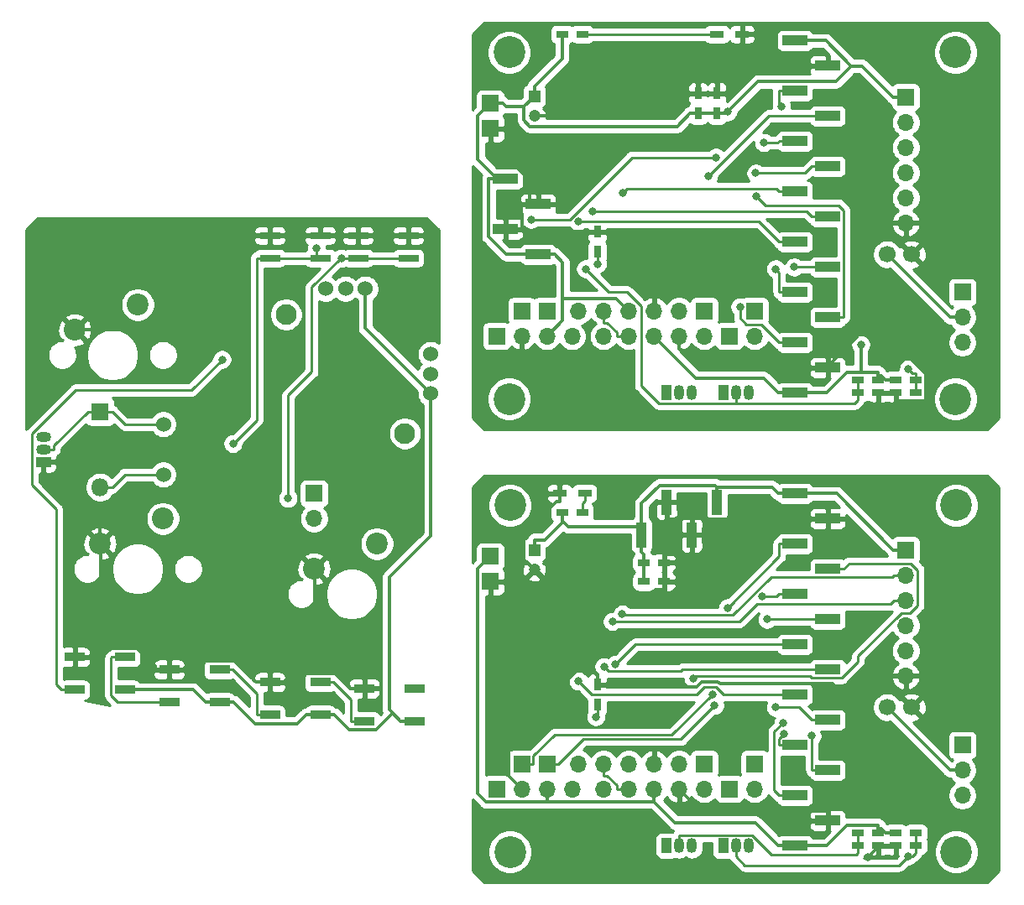
<source format=gtl>
G04 #@! TF.GenerationSoftware,KiCad,Pcbnew,(5.1.5)-3*
G04 #@! TF.CreationDate,2020-09-04T17:35:13+09:00*
G04 #@! TF.ProjectId,futureKeyboardRight&Base,66757475-7265-44b6-9579-626f61726452,rev?*
G04 #@! TF.SameCoordinates,Original*
G04 #@! TF.FileFunction,Copper,L1,Top*
G04 #@! TF.FilePolarity,Positive*
%FSLAX46Y46*%
G04 Gerber Fmt 4.6, Leading zero omitted, Abs format (unit mm)*
G04 Created by KiCad (PCBNEW (5.1.5)-3) date 2020-09-04 17:35:13*
%MOMM*%
%LPD*%
G04 APERTURE LIST*
%ADD10R,1.200000X0.800000*%
%ADD11R,1.200000X1.200000*%
%ADD12C,1.200000*%
%ADD13R,0.800000X1.200000*%
%ADD14O,1.800000X1.800000*%
%ADD15R,1.800000X1.800000*%
%ADD16R,1.700000X1.700000*%
%ADD17O,1.700000X1.700000*%
%ADD18C,1.524000*%
%ADD19C,1.700000*%
%ADD20O,1.050000X1.500000*%
%ADD21R,1.050000X1.500000*%
%ADD22R,1.500000X1.050000*%
%ADD23O,1.500000X1.050000*%
%ADD24C,2.200000*%
%ADD25R,2.000000X0.750000*%
%ADD26C,2.100000*%
%ADD27R,2.510000X1.000000*%
%ADD28R,1.400000X0.800000*%
%ADD29R,1.000000X2.510000*%
%ADD30R,2.000000X0.900000*%
%ADD31C,3.210000*%
%ADD32C,0.800000*%
%ADD33C,0.350000*%
%ADD34C,0.250000*%
%ADD35C,0.254000*%
G04 APERTURE END LIST*
D10*
X108966000Y-64135000D03*
X106934000Y-64135000D03*
X110744000Y-64135000D03*
X112776000Y-64135000D03*
D11*
X74295000Y-34195000D03*
D12*
X74295000Y-36195000D03*
D13*
X90805000Y-33909000D03*
X90805000Y-35941000D03*
X92710000Y-35941000D03*
X92710000Y-33909000D03*
D10*
X106934000Y-109855000D03*
X108966000Y-109855000D03*
X112776000Y-109855000D03*
X110744000Y-109855000D03*
D12*
X74295000Y-82010000D03*
D11*
X74295000Y-80010000D03*
D10*
X85344000Y-81280000D03*
X87376000Y-81280000D03*
X87376000Y-83185000D03*
X85344000Y-83185000D03*
D14*
X30480000Y-73660000D03*
D15*
X30480000Y-66040000D03*
D16*
X69850000Y-34925000D03*
X75565000Y-55880000D03*
X73025000Y-55880000D03*
X70485000Y-58420000D03*
D17*
X73025000Y-58420000D03*
X75565000Y-58420000D03*
X78105000Y-58420000D03*
X81280000Y-58420000D03*
X83820000Y-58420000D03*
X86360000Y-58420000D03*
X88900000Y-58420000D03*
X91440000Y-58420000D03*
D16*
X93980000Y-58420000D03*
X91440000Y-55880000D03*
D17*
X88900000Y-55880000D03*
X86360000Y-55880000D03*
X83820000Y-55880000D03*
X81280000Y-55880000D03*
X78740000Y-55880000D03*
D16*
X69850000Y-37465000D03*
X69850000Y-80645000D03*
X96520000Y-101600000D03*
D17*
X96520000Y-104140000D03*
D16*
X75565000Y-101600000D03*
X73025000Y-101600000D03*
X70485000Y-104140000D03*
D17*
X73025000Y-104140000D03*
X75565000Y-104140000D03*
X78105000Y-104140000D03*
X78740000Y-101600000D03*
X81280000Y-101600000D03*
X83820000Y-101600000D03*
X86360000Y-101600000D03*
X88900000Y-101600000D03*
D16*
X91440000Y-101600000D03*
X93980000Y-104140000D03*
D17*
X91440000Y-104140000D03*
X88900000Y-104140000D03*
X86360000Y-104140000D03*
X83820000Y-104140000D03*
X81280000Y-104140000D03*
D16*
X69850000Y-83185000D03*
D18*
X36870000Y-72390000D03*
X36870000Y-67310000D03*
D19*
X112375000Y-50165000D03*
X109875000Y-50165000D03*
X109875000Y-95885000D03*
X112375000Y-95885000D03*
D20*
X88900000Y-64135000D03*
X90170000Y-64135000D03*
D21*
X87630000Y-64135000D03*
X93345000Y-64135000D03*
D20*
X95885000Y-64135000D03*
X94615000Y-64135000D03*
D22*
X24765000Y-71120000D03*
D23*
X24765000Y-68580000D03*
X24765000Y-69850000D03*
D20*
X94615000Y-109855000D03*
X95885000Y-109855000D03*
D21*
X93345000Y-109855000D03*
X87630000Y-109855000D03*
D20*
X90170000Y-109855000D03*
X88900000Y-109855000D03*
D10*
X108966000Y-62865000D03*
X106934000Y-62865000D03*
X110744000Y-62865000D03*
X112776000Y-62865000D03*
D13*
X80645000Y-47879000D03*
X80645000Y-49911000D03*
D10*
X106934000Y-108585000D03*
X108966000Y-108585000D03*
X112776000Y-108585000D03*
X110744000Y-108585000D03*
D13*
X80645000Y-93599000D03*
X80645000Y-95631000D03*
D16*
X117475000Y-53975000D03*
D17*
X117475000Y-56515000D03*
X117475000Y-59055000D03*
D24*
X36830000Y-76835000D03*
X30480000Y-79375000D03*
X58420000Y-79375000D03*
X52070000Y-81915000D03*
X27940000Y-57785000D03*
X34290000Y-55245000D03*
D25*
X47625000Y-50546000D03*
X47625000Y-48260000D03*
X52705000Y-48260000D03*
X52705000Y-50546000D03*
X56515000Y-50546000D03*
X56515000Y-48260000D03*
X61595000Y-48260000D03*
X61595000Y-50546000D03*
D17*
X117475000Y-104775000D03*
X117475000Y-102235000D03*
D16*
X117475000Y-99695000D03*
D18*
X63845000Y-64230000D03*
X63845000Y-62230000D03*
X63845000Y-60230000D03*
X57245000Y-53630000D03*
X55245000Y-53630000D03*
X53245000Y-53630000D03*
D26*
X49245000Y-56230000D03*
X61245000Y-68230000D03*
D27*
X100580000Y-74295000D03*
X100580000Y-79375000D03*
X100580000Y-84455000D03*
X100580000Y-89535000D03*
X100580000Y-94615000D03*
X100580000Y-99695000D03*
X100580000Y-104775000D03*
X100580000Y-109855000D03*
X103890000Y-76835000D03*
X103890000Y-81915000D03*
X103890000Y-86995000D03*
X103890000Y-92075000D03*
X103890000Y-97155000D03*
X103890000Y-102235000D03*
X103890000Y-107315000D03*
D28*
X95250000Y-27940000D03*
X92710000Y-27940000D03*
X79375000Y-74295000D03*
X76835000Y-74295000D03*
D27*
X71370000Y-42545000D03*
X71370000Y-47625000D03*
X74680000Y-45085000D03*
X74680000Y-50165000D03*
D29*
X92710000Y-75180000D03*
X87630000Y-75180000D03*
X90170000Y-78490000D03*
X85090000Y-78490000D03*
D10*
X79121000Y-27940000D03*
X77089000Y-27940000D03*
X77089000Y-76200000D03*
X79121000Y-76200000D03*
D30*
X37465000Y-95377000D03*
X37465000Y-92075000D03*
X42545000Y-92075000D03*
X42545000Y-95377000D03*
X47625000Y-96647000D03*
X47625000Y-93345000D03*
X52705000Y-93345000D03*
X52705000Y-96647000D03*
X62230000Y-97282000D03*
X62230000Y-93980000D03*
X57150000Y-93980000D03*
X57150000Y-97282000D03*
X33020000Y-94107000D03*
X33020000Y-90805000D03*
X27940000Y-90805000D03*
X27940000Y-94107000D03*
D16*
X96520000Y-55880000D03*
D17*
X96520000Y-58420000D03*
D27*
X103890000Y-61595000D03*
X103890000Y-56515000D03*
X103890000Y-51435000D03*
X103890000Y-46355000D03*
X103890000Y-41275000D03*
X103890000Y-36195000D03*
X103890000Y-31115000D03*
X100580000Y-64135000D03*
X100580000Y-59055000D03*
X100580000Y-53975000D03*
X100580000Y-48895000D03*
X100580000Y-43815000D03*
X100580000Y-38735000D03*
X100580000Y-33655000D03*
X100580000Y-28575000D03*
D17*
X52070000Y-76835000D03*
D16*
X52070000Y-74295000D03*
D17*
X111760000Y-46990000D03*
X111760000Y-44450000D03*
X111760000Y-41910000D03*
X111760000Y-39370000D03*
X111760000Y-36830000D03*
D16*
X111760000Y-34290000D03*
X111760000Y-80010000D03*
D17*
X111760000Y-82550000D03*
X111760000Y-85090000D03*
X111760000Y-87630000D03*
X111760000Y-90170000D03*
X111760000Y-92710000D03*
D31*
X116840000Y-75490000D03*
X71760000Y-29770000D03*
X71840000Y-75490000D03*
X116760000Y-29770000D03*
X71840000Y-110490000D03*
X71760000Y-64770000D03*
X116840000Y-110490000D03*
X116760000Y-64770000D03*
D32*
X79467800Y-51624800D03*
X112031600Y-61759100D03*
X107229200Y-59275800D03*
X93799000Y-35775100D03*
X112034000Y-110900700D03*
X91848200Y-42269800D03*
X90338900Y-92972200D03*
X73980100Y-46628800D03*
X92619000Y-40377800D03*
X92479900Y-95692700D03*
X92255400Y-94553800D03*
X82166800Y-87221400D03*
X83175900Y-86477600D03*
X99202400Y-35232600D03*
X93818900Y-85838200D03*
X80681000Y-51125500D03*
X83208400Y-43922500D03*
X80144000Y-45782200D03*
X78694600Y-46868600D03*
X96708600Y-44304000D03*
X95049700Y-55455500D03*
X97431900Y-38857000D03*
X96627800Y-41951900D03*
X80493300Y-96845500D03*
X98634900Y-95888500D03*
X99464000Y-98587100D03*
X102309700Y-98777500D03*
X99383500Y-97473000D03*
X97269000Y-84716900D03*
X97769600Y-86995000D03*
X82501500Y-91526400D03*
X81329900Y-91773300D03*
X78737500Y-93243200D03*
X109948300Y-59451600D03*
X89517400Y-34661200D03*
X100965000Y-31115000D03*
X107929200Y-111047300D03*
X39684300Y-53861500D03*
X42799700Y-60780400D03*
X43909900Y-69266000D03*
X52328700Y-49545900D03*
X49459800Y-74793400D03*
X54843000Y-50546000D03*
X100507800Y-51435000D03*
X98643400Y-51626100D03*
D33*
X117475000Y-56515000D02*
X116199700Y-56515000D01*
X116199700Y-56515000D02*
X116199700Y-56489700D01*
X116199700Y-56489700D02*
X109875000Y-50165000D01*
D34*
X79467800Y-51624800D02*
X81808500Y-53965500D01*
X81808500Y-53965500D02*
X83639800Y-53965500D01*
X83639800Y-53965500D02*
X85054700Y-55380400D01*
X85054700Y-55380400D02*
X85054700Y-63399500D01*
X85054700Y-63399500D02*
X86865500Y-65210300D01*
X86865500Y-65210300D02*
X94615000Y-65210300D01*
X106934000Y-64135000D02*
X106934000Y-64860300D01*
X94615000Y-64135000D02*
X94615000Y-65210300D01*
X94615000Y-65210300D02*
X106584000Y-65210300D01*
X106584000Y-65210300D02*
X106934000Y-64860300D01*
X106934000Y-62865000D02*
X106934000Y-64135000D01*
X112031600Y-61759100D02*
X112412200Y-62139700D01*
X112412200Y-62139700D02*
X112776000Y-62139700D01*
X112776000Y-62865000D02*
X112776000Y-62139700D01*
X112776000Y-62865000D02*
X112776000Y-64135000D01*
D33*
X77152500Y-54601200D02*
X77152500Y-56832500D01*
X77152500Y-56832500D02*
X75565000Y-58420000D01*
X76360300Y-50165000D02*
X77152500Y-50957200D01*
X77152500Y-50957200D02*
X77152500Y-54601200D01*
X77152500Y-54601200D02*
X82541200Y-54601200D01*
X82541200Y-54601200D02*
X83820000Y-55880000D01*
X74680000Y-50165000D02*
X76360300Y-50165000D01*
X69689700Y-42545000D02*
X69689700Y-48384800D01*
X69689700Y-48384800D02*
X71469900Y-50165000D01*
X71469900Y-50165000D02*
X74680000Y-50165000D01*
X73268400Y-35221600D02*
X74295000Y-34195000D01*
X89979700Y-35941000D02*
X88689900Y-37230800D01*
X88689900Y-37230800D02*
X73864900Y-37230800D01*
X73864900Y-37230800D02*
X73268400Y-36634300D01*
X73268400Y-36634300D02*
X73268400Y-35221600D01*
X73268400Y-35221600D02*
X71421900Y-35221600D01*
X71421900Y-35221600D02*
X71125300Y-34925000D01*
X69850000Y-34925000D02*
X71125300Y-34925000D01*
X70529900Y-42545000D02*
X68574600Y-40589700D01*
X68574600Y-40589700D02*
X68574600Y-36200400D01*
X68574600Y-36200400D02*
X69850000Y-34925000D01*
X70529900Y-42545000D02*
X69689700Y-42545000D01*
X71370000Y-42545000D02*
X70529900Y-42545000D01*
X74295000Y-34195000D02*
X74295000Y-33169700D01*
X74295000Y-33169700D02*
X77089000Y-30375700D01*
X77089000Y-30375700D02*
X77089000Y-27940000D01*
X107229200Y-62039700D02*
X105852000Y-62039700D01*
X105852000Y-62039700D02*
X103756700Y-64135000D01*
X103756700Y-64135000D02*
X100580000Y-64135000D01*
X108966000Y-62039700D02*
X107229200Y-62039700D01*
X107229200Y-62039700D02*
X107229200Y-59275800D01*
X100580000Y-64135000D02*
X98899700Y-64135000D01*
X86360000Y-58420000D02*
X90580200Y-62640200D01*
X90580200Y-62640200D02*
X97404900Y-62640200D01*
X97404900Y-62640200D02*
X98899700Y-64135000D01*
X93799000Y-35775100D02*
X93701200Y-35775100D01*
X93701200Y-35775100D02*
X93535300Y-35941000D01*
X106292000Y-31144600D02*
X104707000Y-32729600D01*
X104707000Y-32729600D02*
X96844500Y-32729600D01*
X96844500Y-32729600D02*
X93799000Y-35775100D01*
X110484700Y-34290000D02*
X107339300Y-31144600D01*
X107339300Y-31144600D02*
X106292000Y-31144600D01*
X106292000Y-31144600D02*
X103722300Y-28575000D01*
X103722300Y-28575000D02*
X100580000Y-28575000D01*
X92710000Y-35941000D02*
X93535300Y-35941000D01*
X111760000Y-34290000D02*
X110484700Y-34290000D01*
X90805000Y-35941000D02*
X89979700Y-35941000D01*
X92710000Y-35941000D02*
X90805000Y-35941000D01*
X110744000Y-62865000D02*
X109718700Y-62865000D01*
X108966000Y-62452300D02*
X109306000Y-62452300D01*
X109306000Y-62452300D02*
X109718700Y-62865000D01*
X108966000Y-62452300D02*
X108966000Y-62039700D01*
X108966000Y-62865000D02*
X108966000Y-62452300D01*
X117475000Y-102235000D02*
X116199700Y-102235000D01*
X116199700Y-102235000D02*
X116199700Y-102209700D01*
X116199700Y-102209700D02*
X109875000Y-95885000D01*
D34*
X106934000Y-109855000D02*
X106934000Y-110580300D01*
X88900000Y-109855000D02*
X88900000Y-108779700D01*
X88900000Y-108779700D02*
X96245400Y-108779700D01*
X96245400Y-108779700D02*
X98196100Y-110730400D01*
X98196100Y-110730400D02*
X106783900Y-110730400D01*
X106783900Y-110730400D02*
X106934000Y-110580300D01*
X106934000Y-109855000D02*
X106934000Y-108585000D01*
X94615000Y-110930300D02*
X95516100Y-111831400D01*
X95516100Y-111831400D02*
X111103300Y-111831400D01*
X111103300Y-111831400D02*
X112034000Y-110900700D01*
X112776000Y-110580300D02*
X112455600Y-110900700D01*
X112455600Y-110900700D02*
X112034000Y-110900700D01*
X112776000Y-109855000D02*
X112776000Y-110580300D01*
X94615000Y-109855000D02*
X94615000Y-110930300D01*
X112776000Y-108585000D02*
X112776000Y-109855000D01*
D33*
X100580000Y-109855000D02*
X98899700Y-109855000D01*
X98899700Y-109855000D02*
X96557100Y-107512400D01*
X96557100Y-107512400D02*
X88457100Y-107512400D01*
X88457100Y-107512400D02*
X86360000Y-105415300D01*
X75565000Y-105415300D02*
X86360000Y-105415300D01*
X108966000Y-107759700D02*
X105852000Y-107759700D01*
X105852000Y-107759700D02*
X103756700Y-109855000D01*
X103756700Y-109855000D02*
X100580000Y-109855000D01*
X86360000Y-104140000D02*
X86360000Y-105415300D01*
X69850000Y-80645000D02*
X68574600Y-81920400D01*
X68574600Y-81920400D02*
X68574600Y-104556800D01*
X68574600Y-104556800D02*
X69433100Y-105415300D01*
X69433100Y-105415300D02*
X75565000Y-105415300D01*
X75565000Y-104140000D02*
X75565000Y-105415300D01*
X111760000Y-80010000D02*
X110484700Y-80010000D01*
X110484700Y-80010000D02*
X104769700Y-74295000D01*
X104769700Y-74295000D02*
X100580000Y-74295000D01*
X74295000Y-80010000D02*
X74295000Y-78984700D01*
X74295000Y-78984700D02*
X75320300Y-78984700D01*
X75320300Y-78984700D02*
X77184400Y-77120600D01*
X77184400Y-77120600D02*
X77089000Y-77025300D01*
X85090000Y-77649800D02*
X77713500Y-77649800D01*
X77713500Y-77649800D02*
X77184400Y-77120600D01*
X77089000Y-76200000D02*
X77089000Y-77025300D01*
X85090000Y-77649800D02*
X85090000Y-76809700D01*
X85090000Y-78490000D02*
X85090000Y-77649800D01*
X110744000Y-108585000D02*
X109718700Y-108585000D01*
X108966000Y-108172300D02*
X109306000Y-108172300D01*
X109306000Y-108172300D02*
X109718700Y-108585000D01*
X108966000Y-108172300D02*
X108966000Y-107759700D01*
X108966000Y-108585000D02*
X108966000Y-108172300D01*
X92710000Y-73649800D02*
X92559800Y-73499600D01*
X92559800Y-73499600D02*
X86908800Y-73499600D01*
X86908800Y-73499600D02*
X85090100Y-75318300D01*
X85090100Y-75318300D02*
X85090100Y-76809700D01*
X85090100Y-76809700D02*
X85090000Y-76809700D01*
X92710000Y-73649800D02*
X98254500Y-73649800D01*
X98254500Y-73649800D02*
X98899700Y-74295000D01*
X85090000Y-78490000D02*
X85090000Y-80170300D01*
X85090000Y-80170300D02*
X85344000Y-80424300D01*
X85344000Y-80424300D02*
X85344000Y-81280000D01*
X85344000Y-83185000D02*
X85344000Y-81280000D01*
X92710000Y-75180000D02*
X92710000Y-73649800D01*
X100580000Y-74295000D02*
X98899700Y-74295000D01*
D34*
X30480000Y-73660000D02*
X31705300Y-73660000D01*
X36870000Y-72390000D02*
X32975300Y-72390000D01*
X32975300Y-72390000D02*
X31705300Y-73660000D01*
X24765000Y-69850000D02*
X25840300Y-69850000D01*
X30480000Y-66040000D02*
X29254700Y-66040000D01*
X25840300Y-69850000D02*
X25840300Y-69454400D01*
X25840300Y-69454400D02*
X29254700Y-66040000D01*
X30480000Y-66040000D02*
X31705300Y-66040000D01*
X36870000Y-67310000D02*
X32975300Y-67310000D01*
X32975300Y-67310000D02*
X31705300Y-66040000D01*
X103890000Y-36195000D02*
X97923000Y-36195000D01*
X97923000Y-36195000D02*
X91848200Y-42269800D01*
X42545000Y-92075000D02*
X43870300Y-92075000D01*
X47625000Y-96647000D02*
X46299700Y-96647000D01*
X46299700Y-96647000D02*
X46299700Y-94504400D01*
X46299700Y-94504400D02*
X43870300Y-92075000D01*
X52705000Y-93345000D02*
X54030300Y-93345000D01*
X57150000Y-97282000D02*
X55824700Y-97282000D01*
X55824700Y-97282000D02*
X55824700Y-95139400D01*
X55824700Y-95139400D02*
X54030300Y-93345000D01*
X103890000Y-81915000D02*
X105470300Y-81915000D01*
X105470300Y-81915000D02*
X106043100Y-81342200D01*
X106043100Y-81342200D02*
X112290300Y-81342200D01*
X112290300Y-81342200D02*
X112978500Y-82030400D01*
X112978500Y-82030400D02*
X112978500Y-85581500D01*
X112978500Y-85581500D02*
X112200000Y-86360000D01*
X112200000Y-86360000D02*
X111291300Y-86360000D01*
X111291300Y-86360000D02*
X106925100Y-90726200D01*
X106925100Y-90726200D02*
X106925100Y-91269900D01*
X106925100Y-91269900D02*
X105294600Y-92900400D01*
X105294600Y-92900400D02*
X102309600Y-92900400D01*
X102309600Y-92900400D02*
X102117300Y-92708100D01*
X102117300Y-92708100D02*
X90603000Y-92708100D01*
X90603000Y-92708100D02*
X90338900Y-92972200D01*
X92619000Y-40377800D02*
X84111500Y-40377800D01*
X84111500Y-40377800D02*
X77860500Y-46628800D01*
X77860500Y-46628800D02*
X73980100Y-46628800D01*
X83820000Y-58420000D02*
X82644700Y-58420000D01*
X81280000Y-55880000D02*
X81280000Y-57055300D01*
X81280000Y-57055300D02*
X81647300Y-57055300D01*
X81647300Y-57055300D02*
X82644700Y-58052700D01*
X82644700Y-58052700D02*
X82644700Y-58420000D01*
X75565000Y-101600000D02*
X76740300Y-101600000D01*
X92479900Y-95692700D02*
X89074900Y-99097700D01*
X89074900Y-99097700D02*
X79242600Y-99097700D01*
X79242600Y-99097700D02*
X76740300Y-101600000D01*
X74200300Y-101600000D02*
X74200300Y-100792000D01*
X74200300Y-100792000D02*
X76345000Y-98647300D01*
X76345000Y-98647300D02*
X88161900Y-98647300D01*
X88161900Y-98647300D02*
X92255400Y-94553800D01*
X73025000Y-101600000D02*
X74200300Y-101600000D01*
X83820000Y-104140000D02*
X82644700Y-104140000D01*
X81280000Y-101600000D02*
X81280000Y-102775300D01*
X81280000Y-102775300D02*
X81647300Y-102775300D01*
X81647300Y-102775300D02*
X82644700Y-103772700D01*
X82644700Y-103772700D02*
X82644700Y-104140000D01*
X82166800Y-87221400D02*
X95030600Y-87221400D01*
X95030600Y-87221400D02*
X96809800Y-85442200D01*
X96809800Y-85442200D02*
X110232500Y-85442200D01*
X110232500Y-85442200D02*
X110584700Y-85090000D01*
X111760000Y-85090000D02*
X110584700Y-85090000D01*
X111760000Y-82550000D02*
X110584700Y-82550000D01*
X110584700Y-82550000D02*
X110394400Y-82740300D01*
X110394400Y-82740300D02*
X98180700Y-82740300D01*
X98180700Y-82740300D02*
X94354000Y-86567000D01*
X94354000Y-86567000D02*
X83265300Y-86567000D01*
X83265300Y-86567000D02*
X83175900Y-86477600D01*
X98999700Y-33655000D02*
X98999700Y-35029900D01*
X98999700Y-35029900D02*
X99202400Y-35232600D01*
X100580000Y-33655000D02*
X98999700Y-33655000D01*
X98999700Y-79375000D02*
X98999700Y-80657400D01*
X98999700Y-80657400D02*
X93818900Y-85838200D01*
X100580000Y-79375000D02*
X98999700Y-79375000D01*
X80681000Y-51125500D02*
X80645000Y-51089500D01*
X80645000Y-51089500D02*
X80645000Y-49911000D01*
X100580000Y-43815000D02*
X98999700Y-43815000D01*
X98999700Y-43815000D02*
X98685900Y-43501200D01*
X98685900Y-43501200D02*
X83629700Y-43501200D01*
X83629700Y-43501200D02*
X83208400Y-43922500D01*
X103890000Y-46355000D02*
X102309700Y-46355000D01*
X102309700Y-46355000D02*
X101736900Y-45782200D01*
X101736900Y-45782200D02*
X80144000Y-45782200D01*
X100580000Y-48895000D02*
X98999700Y-48895000D01*
X98999700Y-48895000D02*
X96973300Y-46868600D01*
X96973300Y-46868600D02*
X78694600Y-46868600D01*
X103890000Y-56515000D02*
X105470300Y-56515000D01*
X105470300Y-56515000D02*
X105470300Y-45704800D01*
X105470300Y-45704800D02*
X104976500Y-45211000D01*
X104976500Y-45211000D02*
X97615600Y-45211000D01*
X97615600Y-45211000D02*
X96708600Y-44304000D01*
X100580000Y-59055000D02*
X98999700Y-59055000D01*
X98999700Y-59055000D02*
X97174600Y-57229900D01*
X97174600Y-57229900D02*
X95703500Y-57229900D01*
X95703500Y-57229900D02*
X95049700Y-56576100D01*
X95049700Y-56576100D02*
X95049700Y-55455500D01*
X100580000Y-38735000D02*
X98999700Y-38735000D01*
X98999700Y-38735000D02*
X98877700Y-38857000D01*
X98877700Y-38857000D02*
X97431900Y-38857000D01*
X103890000Y-41275000D02*
X102309700Y-41275000D01*
X102309700Y-41275000D02*
X101632800Y-41951900D01*
X101632800Y-41951900D02*
X96627800Y-41951900D01*
X80493300Y-96845500D02*
X80645000Y-96693800D01*
X80645000Y-96693800D02*
X80645000Y-95631000D01*
X102309700Y-97155000D02*
X101043200Y-95888500D01*
X101043200Y-95888500D02*
X98634900Y-95888500D01*
X103890000Y-97155000D02*
X102309700Y-97155000D01*
X98999700Y-99695000D02*
X98999700Y-99051400D01*
X98999700Y-99051400D02*
X99464000Y-98587100D01*
X100580000Y-99695000D02*
X98999700Y-99695000D01*
X102309700Y-102235000D02*
X102309700Y-98777500D01*
X103890000Y-102235000D02*
X102309700Y-102235000D01*
X100580000Y-104775000D02*
X98999700Y-104775000D01*
X98999700Y-104775000D02*
X98502500Y-104277800D01*
X98502500Y-104277800D02*
X98502500Y-98354000D01*
X98502500Y-98354000D02*
X99383500Y-97473000D01*
X100580000Y-84455000D02*
X98999700Y-84455000D01*
X98999700Y-84455000D02*
X98737800Y-84716900D01*
X98737800Y-84716900D02*
X97269000Y-84716900D01*
X103890000Y-86995000D02*
X97769600Y-86995000D01*
X100580000Y-89535000D02*
X84492900Y-89535000D01*
X84492900Y-89535000D02*
X82501500Y-91526400D01*
X102309700Y-92075000D02*
X89212700Y-92075000D01*
X89212700Y-92075000D02*
X89035900Y-92251800D01*
X89035900Y-92251800D02*
X81808400Y-92251800D01*
X81808400Y-92251800D02*
X81329900Y-91773300D01*
X103890000Y-92075000D02*
X102309700Y-92075000D01*
X98999700Y-94615000D02*
X93367800Y-94615000D01*
X93367800Y-94615000D02*
X92581300Y-93828500D01*
X92581300Y-93828500D02*
X91428100Y-93828500D01*
X91428100Y-93828500D02*
X90680700Y-94575900D01*
X90680700Y-94575900D02*
X80070200Y-94575900D01*
X80070200Y-94575900D02*
X78737500Y-93243200D01*
X100580000Y-94615000D02*
X98999700Y-94615000D01*
D33*
X110744000Y-64135000D02*
X110744000Y-64960300D01*
X109948300Y-59451600D02*
X111026300Y-59451600D01*
X111026300Y-59451600D02*
X113801400Y-62226700D01*
X113801400Y-62226700D02*
X113801400Y-64770500D01*
X113801400Y-64770500D02*
X113611600Y-64960300D01*
X113611600Y-64960300D02*
X110744000Y-64960300D01*
X108226700Y-57784100D02*
X109894200Y-59451600D01*
X109894200Y-59451600D02*
X109948300Y-59451600D01*
X108226700Y-57784100D02*
X107553800Y-57784100D01*
X107553800Y-57784100D02*
X103890000Y-61447900D01*
X103890000Y-61447900D02*
X103890000Y-61595000D01*
X95250000Y-30252700D02*
X101347400Y-30252700D01*
X101347400Y-30252700D02*
X102209700Y-31115000D01*
X92710000Y-33909000D02*
X92710000Y-32792700D01*
X92710000Y-32792700D02*
X95250000Y-30252700D01*
X95250000Y-30252700D02*
X95250000Y-28765300D01*
X103890000Y-31115000D02*
X102209700Y-31115000D01*
X95250000Y-27940000D02*
X95250000Y-28765300D01*
X90805000Y-33909000D02*
X92710000Y-33909000D01*
X69850000Y-37465000D02*
X69850000Y-38740300D01*
X73839900Y-45085000D02*
X73839900Y-42650500D01*
X73839900Y-42650500D02*
X69929700Y-38740300D01*
X69929700Y-38740300D02*
X69850000Y-38740300D01*
X73839900Y-45085000D02*
X72999700Y-45085000D01*
X74680000Y-45085000D02*
X73839900Y-45085000D01*
X72999700Y-45085000D02*
X72999700Y-46010300D01*
X72999700Y-46010300D02*
X73050300Y-46060900D01*
X73050300Y-46060900D02*
X73050300Y-47625000D01*
X71370000Y-47625000D02*
X73050300Y-47625000D01*
X80645000Y-47879000D02*
X73304300Y-47879000D01*
X73304300Y-47879000D02*
X73050300Y-47625000D01*
X81057700Y-47879000D02*
X80645000Y-47879000D01*
X81057700Y-47879000D02*
X81470300Y-47879000D01*
X109991300Y-64135000D02*
X110744000Y-64135000D01*
X89517400Y-34661200D02*
X89517400Y-34371300D01*
X89517400Y-34371300D02*
X89979700Y-33909000D01*
X74295000Y-36195000D02*
X87983600Y-36195000D01*
X87983600Y-36195000D02*
X89517400Y-34661200D01*
X108966000Y-64135000D02*
X109991300Y-64135000D01*
X90805000Y-33909000D02*
X89979700Y-33909000D01*
X110484700Y-46990000D02*
X108226700Y-49248000D01*
X108226700Y-49248000D02*
X108226700Y-57784100D01*
X111760000Y-46990000D02*
X110484700Y-46990000D01*
X81470300Y-47879000D02*
X86360000Y-52768700D01*
X86360000Y-52768700D02*
X86360000Y-55880000D01*
X102209700Y-61595000D02*
X90799700Y-61595000D01*
X90799700Y-61595000D02*
X88900000Y-59695300D01*
X103890000Y-61595000D02*
X102209700Y-61595000D01*
X88900000Y-58420000D02*
X88900000Y-59695300D01*
X103890000Y-31115000D02*
X100965000Y-31115000D01*
X90170000Y-78490000D02*
X90170000Y-80170300D01*
X87376000Y-81280000D02*
X87376000Y-80454700D01*
X87376000Y-80454700D02*
X89885600Y-80454700D01*
X89885600Y-80454700D02*
X90170000Y-80170300D01*
X87376000Y-83185000D02*
X87376000Y-81280000D01*
X80058100Y-91986800D02*
X80645000Y-92573700D01*
X80058200Y-87773100D02*
X80058100Y-87773200D01*
X80058100Y-87773200D02*
X80058100Y-91986800D01*
X80058100Y-91986800D02*
X78803000Y-91986800D01*
X78803000Y-91986800D02*
X71681300Y-99108500D01*
X71681300Y-99108500D02*
X71681300Y-102796300D01*
X71681300Y-102796300D02*
X73025000Y-104140000D01*
X80645000Y-93599000D02*
X80645000Y-92573700D01*
X87376000Y-83185000D02*
X87376000Y-84010300D01*
X87376000Y-84010300D02*
X86550700Y-84010300D01*
X86550700Y-84010300D02*
X85204000Y-85357000D01*
X85204000Y-85357000D02*
X82474300Y-85357000D01*
X82474300Y-85357000D02*
X80058200Y-87773100D01*
X80058200Y-87773100D02*
X74295000Y-82010000D01*
X80724900Y-93599000D02*
X80645000Y-93599000D01*
X80724900Y-93599000D02*
X81470300Y-93599000D01*
X108966000Y-110010500D02*
X107929200Y-111047300D01*
X107062200Y-96132500D02*
X104429500Y-93499800D01*
X104429500Y-93499800D02*
X93030900Y-93499800D01*
X93030900Y-93499800D02*
X92809300Y-93278200D01*
X92809300Y-93278200D02*
X91200100Y-93278200D01*
X91200100Y-93278200D02*
X90680800Y-93797500D01*
X90680800Y-93797500D02*
X81668800Y-93797500D01*
X81668800Y-93797500D02*
X81470300Y-93599000D01*
X76835000Y-75120300D02*
X76525500Y-75120300D01*
X76525500Y-75120300D02*
X73269600Y-78376200D01*
X73269600Y-78376200D02*
X73269600Y-80984600D01*
X73269600Y-80984600D02*
X74295000Y-82010000D01*
X110744000Y-109855000D02*
X109718700Y-109855000D01*
X108966000Y-110010500D02*
X109563200Y-110010500D01*
X109563200Y-110010500D02*
X109718700Y-109855000D01*
X108966000Y-109855000D02*
X108966000Y-110010500D01*
X103890000Y-106357500D02*
X91117500Y-106357500D01*
X91117500Y-106357500D02*
X88900000Y-104140000D01*
X107062200Y-96132500D02*
X107062200Y-103185300D01*
X107062200Y-103185300D02*
X103890000Y-106357500D01*
X103890000Y-106357500D02*
X103890000Y-107315000D01*
X110484700Y-92710000D02*
X107062200Y-96132500D01*
X111760000Y-92710000D02*
X110484700Y-92710000D01*
X76835000Y-74295000D02*
X76835000Y-75120300D01*
X90170000Y-76809700D02*
X88525300Y-76809700D01*
X88525300Y-76809700D02*
X88474700Y-76860300D01*
X88474700Y-76860300D02*
X87630000Y-76860300D01*
X102209700Y-76835000D02*
X102184300Y-76860400D01*
X102184300Y-76860400D02*
X91835400Y-76860400D01*
X91835400Y-76860400D02*
X91784700Y-76809700D01*
X91784700Y-76809700D02*
X90170000Y-76809700D01*
X90170000Y-78490000D02*
X90170000Y-76809700D01*
X87630000Y-75180000D02*
X87630000Y-76860300D01*
X103890000Y-76835000D02*
X102209700Y-76835000D01*
D34*
X33020000Y-90805000D02*
X31694700Y-90805000D01*
X31694700Y-90805000D02*
X31612800Y-90886900D01*
X31612800Y-90886900D02*
X31612800Y-94697300D01*
X31612800Y-94697300D02*
X32292500Y-95377000D01*
X32292500Y-95377000D02*
X37465000Y-95377000D01*
D33*
X47625000Y-48260000D02*
X52705000Y-48260000D01*
X46912400Y-48260000D02*
X47625000Y-48260000D01*
X46912400Y-48260000D02*
X46199700Y-48260000D01*
X39684300Y-53861500D02*
X40598200Y-53861500D01*
X40598200Y-53861500D02*
X46199700Y-48260000D01*
X27940000Y-57785000D02*
X35760800Y-57785000D01*
X35760800Y-57785000D02*
X39684300Y-53861500D01*
X24765000Y-71120000D02*
X24765000Y-72070300D01*
X24765000Y-72070300D02*
X30480000Y-77785300D01*
X30480000Y-77785300D02*
X30480000Y-79375000D01*
X30525200Y-89929700D02*
X34222600Y-89929700D01*
X34222600Y-89929700D02*
X36039700Y-91746800D01*
X36039700Y-91746800D02*
X36039700Y-92075000D01*
X29365300Y-90805000D02*
X30240600Y-89929700D01*
X30240600Y-89929700D02*
X30525200Y-89929700D01*
X30525200Y-89929700D02*
X30525200Y-79420200D01*
X30525200Y-79420200D02*
X30480000Y-79375000D01*
X47625000Y-93345000D02*
X49050300Y-93345000D01*
X52121700Y-92469700D02*
X52121700Y-81966700D01*
X52121700Y-81966700D02*
X52070000Y-81915000D01*
X55724700Y-93980000D02*
X54214400Y-92469700D01*
X54214400Y-92469700D02*
X52121700Y-92469700D01*
X49050300Y-93345000D02*
X49925600Y-92469700D01*
X49925600Y-92469700D02*
X52121700Y-92469700D01*
X46912400Y-93345000D02*
X47625000Y-93345000D01*
X46912400Y-93345000D02*
X46199700Y-93345000D01*
X37465000Y-92075000D02*
X38890300Y-92075000D01*
X46199700Y-93345000D02*
X44054400Y-91199700D01*
X44054400Y-91199700D02*
X39765600Y-91199700D01*
X39765600Y-91199700D02*
X38890300Y-92075000D01*
X37465000Y-92075000D02*
X36039700Y-92075000D01*
X27940000Y-90805000D02*
X29365300Y-90805000D01*
X57150000Y-93980000D02*
X55724700Y-93980000D01*
X56515000Y-48260000D02*
X52705000Y-48260000D01*
X61595000Y-48260000D02*
X56515000Y-48260000D01*
X42545000Y-95377000D02*
X41119700Y-95377000D01*
X33020000Y-94107000D02*
X39849700Y-94107000D01*
X39849700Y-94107000D02*
X41119700Y-95377000D01*
X60015000Y-96492200D02*
X59656000Y-96133300D01*
X59656000Y-96133300D02*
X59656000Y-82756800D01*
X59656000Y-82756800D02*
X63845000Y-78567800D01*
X63845000Y-78567800D02*
X63845000Y-64230000D01*
X60954800Y-97282000D02*
X60804700Y-97282000D01*
X60804700Y-97282000D02*
X60015000Y-96492200D01*
X60015000Y-96492200D02*
X58349900Y-98157300D01*
X58349900Y-98157300D02*
X55640600Y-98157300D01*
X55640600Y-98157300D02*
X54130300Y-96647000D01*
X62230000Y-97282000D02*
X60954800Y-97282000D01*
X57245000Y-53630000D02*
X57245000Y-57630000D01*
X57245000Y-57630000D02*
X63845000Y-64230000D01*
X52705000Y-96647000D02*
X51279700Y-96647000D01*
X42545000Y-95377000D02*
X43970300Y-95377000D01*
X43970300Y-95377000D02*
X46115600Y-97522300D01*
X46115600Y-97522300D02*
X50404400Y-97522300D01*
X50404400Y-97522300D02*
X51279700Y-96647000D01*
X53417700Y-96647000D02*
X52705000Y-96647000D01*
X53417700Y-96647000D02*
X54130300Y-96647000D01*
D34*
X27940000Y-94107000D02*
X26614700Y-94107000D01*
X26614700Y-94107000D02*
X26077000Y-93569300D01*
X26077000Y-93569300D02*
X26077000Y-75907000D01*
X26077000Y-75907000D02*
X23610300Y-73440300D01*
X23610300Y-73440300D02*
X23610300Y-68289000D01*
X23610300Y-68289000D02*
X28039600Y-63859700D01*
X28039600Y-63859700D02*
X39720400Y-63859700D01*
X39720400Y-63859700D02*
X42799700Y-60780400D01*
X47625000Y-50546000D02*
X46299700Y-50546000D01*
X43909900Y-69266000D02*
X46299700Y-66876200D01*
X46299700Y-66876200D02*
X46299700Y-50546000D01*
X52328700Y-50546000D02*
X52705000Y-50546000D01*
X47625000Y-50546000D02*
X52328700Y-50546000D01*
X52328700Y-50546000D02*
X52328700Y-49545900D01*
X49459800Y-74793400D02*
X49459800Y-64394500D01*
X49459800Y-64394500D02*
X51830200Y-62024100D01*
X51830200Y-62024100D02*
X51830200Y-53480000D01*
X51830200Y-53480000D02*
X54764200Y-50546000D01*
X54764200Y-50546000D02*
X54843000Y-50546000D01*
X55277300Y-50546000D02*
X54843000Y-50546000D01*
X56515000Y-50546000D02*
X55277300Y-50546000D01*
X61595000Y-50546000D02*
X56515000Y-50546000D01*
X92710000Y-27940000D02*
X79121000Y-27940000D01*
X79375000Y-74295000D02*
X79375000Y-75020300D01*
X79375000Y-75020300D02*
X79121000Y-75274300D01*
X79121000Y-75274300D02*
X79121000Y-76200000D01*
X103890000Y-51435000D02*
X100507800Y-51435000D01*
X100580000Y-53975000D02*
X98999700Y-53975000D01*
X98999700Y-53975000D02*
X98999700Y-51982400D01*
X98999700Y-51982400D02*
X98643400Y-51626100D01*
D35*
G36*
X64643000Y-47677606D02*
G01*
X64643000Y-59083050D01*
X64506727Y-58991995D01*
X64252490Y-58886686D01*
X63982592Y-58833000D01*
X63707408Y-58833000D01*
X63437510Y-58886686D01*
X63183273Y-58991995D01*
X62954465Y-59144880D01*
X62759880Y-59339465D01*
X62606995Y-59568273D01*
X62501686Y-59822510D01*
X62448000Y-60092408D01*
X62448000Y-60367592D01*
X62501686Y-60637490D01*
X62606995Y-60891727D01*
X62759880Y-61120535D01*
X62869345Y-61230000D01*
X62759880Y-61339465D01*
X62606995Y-61568273D01*
X62525509Y-61764996D01*
X58055000Y-57294488D01*
X58055000Y-54768932D01*
X58135535Y-54715120D01*
X58330120Y-54520535D01*
X58483005Y-54291727D01*
X58588314Y-54037490D01*
X58642000Y-53767592D01*
X58642000Y-53492408D01*
X58588314Y-53222510D01*
X58483005Y-52968273D01*
X58330120Y-52739465D01*
X58135535Y-52544880D01*
X57906727Y-52391995D01*
X57652490Y-52286686D01*
X57382592Y-52233000D01*
X57107408Y-52233000D01*
X56837510Y-52286686D01*
X56583273Y-52391995D01*
X56354465Y-52544880D01*
X56245000Y-52654345D01*
X56135535Y-52544880D01*
X55906727Y-52391995D01*
X55652490Y-52286686D01*
X55382592Y-52233000D01*
X55107408Y-52233000D01*
X54837510Y-52286686D01*
X54583273Y-52391995D01*
X54354465Y-52544880D01*
X54245000Y-52654345D01*
X54135535Y-52544880D01*
X53958448Y-52426554D01*
X54804002Y-51581000D01*
X54944939Y-51581000D01*
X55144898Y-51541226D01*
X55248227Y-51498425D01*
X55270820Y-51510502D01*
X55390518Y-51546812D01*
X55515000Y-51559072D01*
X57515000Y-51559072D01*
X57639482Y-51546812D01*
X57759180Y-51510502D01*
X57869494Y-51451537D01*
X57966185Y-51372185D01*
X58020501Y-51306000D01*
X60089499Y-51306000D01*
X60143815Y-51372185D01*
X60240506Y-51451537D01*
X60350820Y-51510502D01*
X60470518Y-51546812D01*
X60595000Y-51559072D01*
X62595000Y-51559072D01*
X62719482Y-51546812D01*
X62839180Y-51510502D01*
X62949494Y-51451537D01*
X63046185Y-51372185D01*
X63125537Y-51275494D01*
X63184502Y-51165180D01*
X63220812Y-51045482D01*
X63233072Y-50921000D01*
X63233072Y-50171000D01*
X63220812Y-50046518D01*
X63184502Y-49926820D01*
X63125537Y-49816506D01*
X63046185Y-49719815D01*
X62949494Y-49640463D01*
X62839180Y-49581498D01*
X62719482Y-49545188D01*
X62595000Y-49532928D01*
X60595000Y-49532928D01*
X60470518Y-49545188D01*
X60350820Y-49581498D01*
X60240506Y-49640463D01*
X60143815Y-49719815D01*
X60089499Y-49786000D01*
X58020501Y-49786000D01*
X57966185Y-49719815D01*
X57869494Y-49640463D01*
X57759180Y-49581498D01*
X57639482Y-49545188D01*
X57515000Y-49532928D01*
X55515000Y-49532928D01*
X55390518Y-49545188D01*
X55270820Y-49581498D01*
X55248227Y-49593575D01*
X55144898Y-49550774D01*
X54944939Y-49511000D01*
X54741061Y-49511000D01*
X54541102Y-49550774D01*
X54352744Y-49628795D01*
X54183226Y-49742063D01*
X54178402Y-49746887D01*
X54156185Y-49719815D01*
X54059494Y-49640463D01*
X53949180Y-49581498D01*
X53829482Y-49545188D01*
X53705000Y-49532928D01*
X53363700Y-49532928D01*
X53363700Y-49443961D01*
X53329387Y-49271456D01*
X53705000Y-49273072D01*
X53829482Y-49260812D01*
X53949180Y-49224502D01*
X54059494Y-49165537D01*
X54156185Y-49086185D01*
X54235537Y-48989494D01*
X54294502Y-48879180D01*
X54330812Y-48759482D01*
X54343072Y-48635000D01*
X54876928Y-48635000D01*
X54889188Y-48759482D01*
X54925498Y-48879180D01*
X54984463Y-48989494D01*
X55063815Y-49086185D01*
X55160506Y-49165537D01*
X55270820Y-49224502D01*
X55390518Y-49260812D01*
X55515000Y-49273072D01*
X56229250Y-49270000D01*
X56388000Y-49111250D01*
X56388000Y-48387000D01*
X56642000Y-48387000D01*
X56642000Y-49111250D01*
X56800750Y-49270000D01*
X57515000Y-49273072D01*
X57639482Y-49260812D01*
X57759180Y-49224502D01*
X57869494Y-49165537D01*
X57966185Y-49086185D01*
X58045537Y-48989494D01*
X58104502Y-48879180D01*
X58140812Y-48759482D01*
X58153072Y-48635000D01*
X59956928Y-48635000D01*
X59969188Y-48759482D01*
X60005498Y-48879180D01*
X60064463Y-48989494D01*
X60143815Y-49086185D01*
X60240506Y-49165537D01*
X60350820Y-49224502D01*
X60470518Y-49260812D01*
X60595000Y-49273072D01*
X61309250Y-49270000D01*
X61468000Y-49111250D01*
X61468000Y-48387000D01*
X61722000Y-48387000D01*
X61722000Y-49111250D01*
X61880750Y-49270000D01*
X62595000Y-49273072D01*
X62719482Y-49260812D01*
X62839180Y-49224502D01*
X62949494Y-49165537D01*
X63046185Y-49086185D01*
X63125537Y-48989494D01*
X63184502Y-48879180D01*
X63220812Y-48759482D01*
X63233072Y-48635000D01*
X63230000Y-48545750D01*
X63071250Y-48387000D01*
X61722000Y-48387000D01*
X61468000Y-48387000D01*
X60118750Y-48387000D01*
X59960000Y-48545750D01*
X59956928Y-48635000D01*
X58153072Y-48635000D01*
X58150000Y-48545750D01*
X57991250Y-48387000D01*
X56642000Y-48387000D01*
X56388000Y-48387000D01*
X55038750Y-48387000D01*
X54880000Y-48545750D01*
X54876928Y-48635000D01*
X54343072Y-48635000D01*
X54340000Y-48545750D01*
X54181250Y-48387000D01*
X52832000Y-48387000D01*
X52832000Y-48407000D01*
X52578000Y-48407000D01*
X52578000Y-48387000D01*
X51228750Y-48387000D01*
X51070000Y-48545750D01*
X51066928Y-48635000D01*
X51079188Y-48759482D01*
X51115498Y-48879180D01*
X51174463Y-48989494D01*
X51253815Y-49086185D01*
X51350506Y-49165537D01*
X51363171Y-49172307D01*
X51333474Y-49244002D01*
X51293700Y-49443961D01*
X51293700Y-49647839D01*
X51300410Y-49681575D01*
X51253815Y-49719815D01*
X51199499Y-49786000D01*
X49130501Y-49786000D01*
X49076185Y-49719815D01*
X48979494Y-49640463D01*
X48869180Y-49581498D01*
X48749482Y-49545188D01*
X48625000Y-49532928D01*
X46625000Y-49532928D01*
X46500518Y-49545188D01*
X46380820Y-49581498D01*
X46270506Y-49640463D01*
X46173815Y-49719815D01*
X46097135Y-49813250D01*
X46007453Y-49840454D01*
X45875424Y-49911026D01*
X45759699Y-50005999D01*
X45664726Y-50121724D01*
X45594154Y-50253753D01*
X45550697Y-50397014D01*
X45536023Y-50546000D01*
X45539701Y-50583343D01*
X45539700Y-66561398D01*
X43870099Y-68231000D01*
X43807961Y-68231000D01*
X43608002Y-68270774D01*
X43419644Y-68348795D01*
X43250126Y-68462063D01*
X43105963Y-68606226D01*
X42992695Y-68775744D01*
X42914674Y-68964102D01*
X42874900Y-69164061D01*
X42874900Y-69367939D01*
X42914674Y-69567898D01*
X42992695Y-69756256D01*
X43105963Y-69925774D01*
X43250126Y-70069937D01*
X43419644Y-70183205D01*
X43608002Y-70261226D01*
X43807961Y-70301000D01*
X44011839Y-70301000D01*
X44211798Y-70261226D01*
X44400156Y-70183205D01*
X44569674Y-70069937D01*
X44713837Y-69925774D01*
X44827105Y-69756256D01*
X44905126Y-69567898D01*
X44944900Y-69367939D01*
X44944900Y-69305801D01*
X46810704Y-67439998D01*
X46839701Y-67416201D01*
X46934674Y-67300476D01*
X47005246Y-67168447D01*
X47048703Y-67025186D01*
X47059700Y-66913533D01*
X47059700Y-66913532D01*
X47063377Y-66876200D01*
X47059700Y-66838867D01*
X47059700Y-56064042D01*
X47560000Y-56064042D01*
X47560000Y-56395958D01*
X47624754Y-56721496D01*
X47751772Y-57028147D01*
X47936175Y-57304125D01*
X48170875Y-57538825D01*
X48446853Y-57723228D01*
X48753504Y-57850246D01*
X49079042Y-57915000D01*
X49410958Y-57915000D01*
X49736496Y-57850246D01*
X50043147Y-57723228D01*
X50319125Y-57538825D01*
X50553825Y-57304125D01*
X50738228Y-57028147D01*
X50865246Y-56721496D01*
X50930000Y-56395958D01*
X50930000Y-56064042D01*
X50865246Y-55738504D01*
X50738228Y-55431853D01*
X50553825Y-55155875D01*
X50319125Y-54921175D01*
X50043147Y-54736772D01*
X49736496Y-54609754D01*
X49410958Y-54545000D01*
X49079042Y-54545000D01*
X48753504Y-54609754D01*
X48446853Y-54736772D01*
X48170875Y-54921175D01*
X47936175Y-55155875D01*
X47751772Y-55431853D01*
X47624754Y-55738504D01*
X47560000Y-56064042D01*
X47059700Y-56064042D01*
X47059700Y-51559072D01*
X48625000Y-51559072D01*
X48749482Y-51546812D01*
X48869180Y-51510502D01*
X48979494Y-51451537D01*
X49076185Y-51372185D01*
X49130501Y-51306000D01*
X51199499Y-51306000D01*
X51253815Y-51372185D01*
X51350506Y-51451537D01*
X51460820Y-51510502D01*
X51580518Y-51546812D01*
X51705000Y-51559072D01*
X52676327Y-51559072D01*
X51319198Y-52916201D01*
X51290200Y-52939999D01*
X51266402Y-52968997D01*
X51266401Y-52968998D01*
X51195226Y-53055724D01*
X51124654Y-53187754D01*
X51081198Y-53331015D01*
X51066524Y-53480000D01*
X51070201Y-53517332D01*
X51070200Y-61709298D01*
X48948798Y-63830701D01*
X48919800Y-63854499D01*
X48896002Y-63883497D01*
X48896001Y-63883498D01*
X48824826Y-63970224D01*
X48754254Y-64102254D01*
X48710798Y-64245515D01*
X48696124Y-64394500D01*
X48699801Y-64431832D01*
X48699800Y-74089689D01*
X48655863Y-74133626D01*
X48542595Y-74303144D01*
X48464574Y-74491502D01*
X48424800Y-74691461D01*
X48424800Y-74895339D01*
X48464574Y-75095298D01*
X48542595Y-75283656D01*
X48655863Y-75453174D01*
X48800026Y-75597337D01*
X48969544Y-75710605D01*
X49157902Y-75788626D01*
X49357861Y-75828400D01*
X49561739Y-75828400D01*
X49761698Y-75788626D01*
X49950056Y-75710605D01*
X50119574Y-75597337D01*
X50263737Y-75453174D01*
X50377005Y-75283656D01*
X50455026Y-75095298D01*
X50494800Y-74895339D01*
X50494800Y-74691461D01*
X50455026Y-74491502D01*
X50377005Y-74303144D01*
X50263737Y-74133626D01*
X50219800Y-74089689D01*
X50219800Y-73445000D01*
X50581928Y-73445000D01*
X50581928Y-75145000D01*
X50594188Y-75269482D01*
X50630498Y-75389180D01*
X50689463Y-75499494D01*
X50768815Y-75596185D01*
X50865506Y-75675537D01*
X50975820Y-75734502D01*
X51048380Y-75756513D01*
X50916525Y-75888368D01*
X50754010Y-76131589D01*
X50642068Y-76401842D01*
X50585000Y-76688740D01*
X50585000Y-76981260D01*
X50642068Y-77268158D01*
X50754010Y-77538411D01*
X50916525Y-77781632D01*
X51123368Y-77988475D01*
X51366589Y-78150990D01*
X51636842Y-78262932D01*
X51923740Y-78320000D01*
X52216260Y-78320000D01*
X52503158Y-78262932D01*
X52773411Y-78150990D01*
X53016632Y-77988475D01*
X53223475Y-77781632D01*
X53385990Y-77538411D01*
X53497932Y-77268158D01*
X53555000Y-76981260D01*
X53555000Y-76688740D01*
X53497932Y-76401842D01*
X53385990Y-76131589D01*
X53223475Y-75888368D01*
X53091620Y-75756513D01*
X53164180Y-75734502D01*
X53274494Y-75675537D01*
X53371185Y-75596185D01*
X53450537Y-75499494D01*
X53509502Y-75389180D01*
X53545812Y-75269482D01*
X53558072Y-75145000D01*
X53558072Y-73445000D01*
X53545812Y-73320518D01*
X53509502Y-73200820D01*
X53450537Y-73090506D01*
X53371185Y-72993815D01*
X53274494Y-72914463D01*
X53164180Y-72855498D01*
X53044482Y-72819188D01*
X52920000Y-72806928D01*
X51220000Y-72806928D01*
X51095518Y-72819188D01*
X50975820Y-72855498D01*
X50865506Y-72914463D01*
X50768815Y-72993815D01*
X50689463Y-73090506D01*
X50630498Y-73200820D01*
X50594188Y-73320518D01*
X50581928Y-73445000D01*
X50219800Y-73445000D01*
X50219800Y-68064042D01*
X59560000Y-68064042D01*
X59560000Y-68395958D01*
X59624754Y-68721496D01*
X59751772Y-69028147D01*
X59936175Y-69304125D01*
X60170875Y-69538825D01*
X60446853Y-69723228D01*
X60753504Y-69850246D01*
X61079042Y-69915000D01*
X61410958Y-69915000D01*
X61736496Y-69850246D01*
X62043147Y-69723228D01*
X62319125Y-69538825D01*
X62553825Y-69304125D01*
X62738228Y-69028147D01*
X62865246Y-68721496D01*
X62930000Y-68395958D01*
X62930000Y-68064042D01*
X62865246Y-67738504D01*
X62738228Y-67431853D01*
X62553825Y-67155875D01*
X62319125Y-66921175D01*
X62043147Y-66736772D01*
X61736496Y-66609754D01*
X61410958Y-66545000D01*
X61079042Y-66545000D01*
X60753504Y-66609754D01*
X60446853Y-66736772D01*
X60170875Y-66921175D01*
X59936175Y-67155875D01*
X59751772Y-67431853D01*
X59624754Y-67738504D01*
X59560000Y-68064042D01*
X50219800Y-68064042D01*
X50219800Y-64709301D01*
X52341204Y-62587898D01*
X52370201Y-62564101D01*
X52465174Y-62448376D01*
X52535746Y-62316347D01*
X52579203Y-62173086D01*
X52590200Y-62061433D01*
X52590200Y-62061423D01*
X52593876Y-62024100D01*
X52590200Y-61986777D01*
X52590200Y-54870874D01*
X52837510Y-54973314D01*
X53107408Y-55027000D01*
X53382592Y-55027000D01*
X53652490Y-54973314D01*
X53906727Y-54868005D01*
X54135535Y-54715120D01*
X54245000Y-54605655D01*
X54354465Y-54715120D01*
X54583273Y-54868005D01*
X54837510Y-54973314D01*
X55107408Y-55027000D01*
X55382592Y-55027000D01*
X55652490Y-54973314D01*
X55906727Y-54868005D01*
X56135535Y-54715120D01*
X56245000Y-54605655D01*
X56354465Y-54715120D01*
X56435000Y-54768932D01*
X56435001Y-57590202D01*
X56431081Y-57630000D01*
X56446721Y-57788787D01*
X56493038Y-57941473D01*
X56568251Y-58082189D01*
X56623852Y-58149939D01*
X56669473Y-58205528D01*
X56700383Y-58230895D01*
X62466896Y-63997409D01*
X62448000Y-64092408D01*
X62448000Y-64367592D01*
X62501686Y-64637490D01*
X62606995Y-64891727D01*
X62759880Y-65120535D01*
X62954465Y-65315120D01*
X63035001Y-65368933D01*
X63035000Y-78232287D01*
X59111383Y-82155905D01*
X59080473Y-82181272D01*
X59055108Y-82212180D01*
X58979251Y-82304611D01*
X58904038Y-82445327D01*
X58857721Y-82598013D01*
X58842081Y-82756800D01*
X58846001Y-82796598D01*
X58846000Y-96093568D01*
X58842081Y-96133413D01*
X58849658Y-96210231D01*
X58857720Y-96292087D01*
X58857738Y-96292145D01*
X58857743Y-96292199D01*
X58880029Y-96365629D01*
X58904037Y-96444772D01*
X58904064Y-96444823D01*
X58904081Y-96444878D01*
X58908516Y-96453172D01*
X58747500Y-96614187D01*
X58739502Y-96587820D01*
X58680537Y-96477506D01*
X58601185Y-96380815D01*
X58504494Y-96301463D01*
X58394180Y-96242498D01*
X58274482Y-96206188D01*
X58150000Y-96193928D01*
X56584700Y-96193928D01*
X56584700Y-95176723D01*
X56588376Y-95139400D01*
X56584700Y-95102077D01*
X56584700Y-95102067D01*
X56581169Y-95066218D01*
X56864250Y-95065000D01*
X57023000Y-94906250D01*
X57023000Y-94107000D01*
X57277000Y-94107000D01*
X57277000Y-94906250D01*
X57435750Y-95065000D01*
X58150000Y-95068072D01*
X58274482Y-95055812D01*
X58394180Y-95019502D01*
X58504494Y-94960537D01*
X58601185Y-94881185D01*
X58680537Y-94784494D01*
X58739502Y-94674180D01*
X58775812Y-94554482D01*
X58788072Y-94430000D01*
X58785000Y-94265750D01*
X58626250Y-94107000D01*
X57277000Y-94107000D01*
X57023000Y-94107000D01*
X57003000Y-94107000D01*
X57003000Y-93853000D01*
X57023000Y-93853000D01*
X57023000Y-93053750D01*
X57277000Y-93053750D01*
X57277000Y-93853000D01*
X58626250Y-93853000D01*
X58785000Y-93694250D01*
X58788072Y-93530000D01*
X58775812Y-93405518D01*
X58739502Y-93285820D01*
X58680537Y-93175506D01*
X58601185Y-93078815D01*
X58504494Y-92999463D01*
X58394180Y-92940498D01*
X58274482Y-92904188D01*
X58150000Y-92891928D01*
X57435750Y-92895000D01*
X57277000Y-93053750D01*
X57023000Y-93053750D01*
X56864250Y-92895000D01*
X56150000Y-92891928D01*
X56025518Y-92904188D01*
X55905820Y-92940498D01*
X55795506Y-92999463D01*
X55698815Y-93078815D01*
X55619463Y-93175506D01*
X55560498Y-93285820D01*
X55524188Y-93405518D01*
X55511928Y-93530000D01*
X55515000Y-93694250D01*
X55673748Y-93852998D01*
X55613100Y-93852998D01*
X54594104Y-92834003D01*
X54570301Y-92804999D01*
X54454576Y-92710026D01*
X54322547Y-92639454D01*
X54281824Y-92627101D01*
X54235537Y-92540506D01*
X54156185Y-92443815D01*
X54059494Y-92364463D01*
X53949180Y-92305498D01*
X53829482Y-92269188D01*
X53705000Y-92256928D01*
X51705000Y-92256928D01*
X51580518Y-92269188D01*
X51460820Y-92305498D01*
X51350506Y-92364463D01*
X51253815Y-92443815D01*
X51174463Y-92540506D01*
X51115498Y-92650820D01*
X51079188Y-92770518D01*
X51066928Y-92895000D01*
X51066928Y-93795000D01*
X51079188Y-93919482D01*
X51115498Y-94039180D01*
X51174463Y-94149494D01*
X51253815Y-94246185D01*
X51350506Y-94325537D01*
X51460820Y-94384502D01*
X51580518Y-94420812D01*
X51705000Y-94433072D01*
X53705000Y-94433072D01*
X53829482Y-94420812D01*
X53949180Y-94384502D01*
X53979040Y-94368541D01*
X55064701Y-95454203D01*
X55064700Y-96435888D01*
X54731199Y-96102387D01*
X54705828Y-96071472D01*
X54582489Y-95970251D01*
X54441773Y-95895037D01*
X54289088Y-95848720D01*
X54236067Y-95843498D01*
X54235537Y-95842506D01*
X54156185Y-95745815D01*
X54059494Y-95666463D01*
X53949180Y-95607498D01*
X53829482Y-95571188D01*
X53705000Y-95558928D01*
X51705000Y-95558928D01*
X51580518Y-95571188D01*
X51460820Y-95607498D01*
X51350506Y-95666463D01*
X51253815Y-95745815D01*
X51174463Y-95842506D01*
X51173933Y-95843498D01*
X51120912Y-95848720D01*
X50968227Y-95895037D01*
X50927818Y-95916636D01*
X50827510Y-95970251D01*
X50777401Y-96011375D01*
X50704172Y-96071472D01*
X50678805Y-96102382D01*
X50068888Y-96712300D01*
X49263072Y-96712300D01*
X49263072Y-96197000D01*
X49250812Y-96072518D01*
X49214502Y-95952820D01*
X49155537Y-95842506D01*
X49076185Y-95745815D01*
X48979494Y-95666463D01*
X48869180Y-95607498D01*
X48749482Y-95571188D01*
X48625000Y-95558928D01*
X47059700Y-95558928D01*
X47059700Y-94541722D01*
X47063376Y-94504399D01*
X47059700Y-94467076D01*
X47059700Y-94467067D01*
X47056169Y-94431218D01*
X47339250Y-94430000D01*
X47498000Y-94271250D01*
X47498000Y-93472000D01*
X47752000Y-93472000D01*
X47752000Y-94271250D01*
X47910750Y-94430000D01*
X48625000Y-94433072D01*
X48749482Y-94420812D01*
X48869180Y-94384502D01*
X48979494Y-94325537D01*
X49076185Y-94246185D01*
X49155537Y-94149494D01*
X49214502Y-94039180D01*
X49250812Y-93919482D01*
X49263072Y-93795000D01*
X49260000Y-93630750D01*
X49101250Y-93472000D01*
X47752000Y-93472000D01*
X47498000Y-93472000D01*
X47478000Y-93472000D01*
X47478000Y-93218000D01*
X47498000Y-93218000D01*
X47498000Y-92418750D01*
X47752000Y-92418750D01*
X47752000Y-93218000D01*
X49101250Y-93218000D01*
X49260000Y-93059250D01*
X49263072Y-92895000D01*
X49250812Y-92770518D01*
X49214502Y-92650820D01*
X49155537Y-92540506D01*
X49076185Y-92443815D01*
X48979494Y-92364463D01*
X48869180Y-92305498D01*
X48749482Y-92269188D01*
X48625000Y-92256928D01*
X47910750Y-92260000D01*
X47752000Y-92418750D01*
X47498000Y-92418750D01*
X47339250Y-92260000D01*
X46625000Y-92256928D01*
X46500518Y-92269188D01*
X46380820Y-92305498D01*
X46270506Y-92364463D01*
X46173815Y-92443815D01*
X46094463Y-92540506D01*
X46035498Y-92650820D01*
X45999188Y-92770518D01*
X45986928Y-92895000D01*
X45990000Y-93059250D01*
X46148748Y-93217998D01*
X46088101Y-93217998D01*
X44434104Y-91564003D01*
X44410301Y-91534999D01*
X44294576Y-91440026D01*
X44162547Y-91369454D01*
X44121824Y-91357101D01*
X44075537Y-91270506D01*
X43996185Y-91173815D01*
X43899494Y-91094463D01*
X43789180Y-91035498D01*
X43669482Y-90999188D01*
X43545000Y-90986928D01*
X41545000Y-90986928D01*
X41420518Y-90999188D01*
X41300820Y-91035498D01*
X41190506Y-91094463D01*
X41093815Y-91173815D01*
X41014463Y-91270506D01*
X40955498Y-91380820D01*
X40919188Y-91500518D01*
X40906928Y-91625000D01*
X40906928Y-92525000D01*
X40919188Y-92649482D01*
X40955498Y-92769180D01*
X41014463Y-92879494D01*
X41093815Y-92976185D01*
X41190506Y-93055537D01*
X41300820Y-93114502D01*
X41420518Y-93150812D01*
X41545000Y-93163072D01*
X43545000Y-93163072D01*
X43669482Y-93150812D01*
X43789180Y-93114502D01*
X43819040Y-93098541D01*
X45539701Y-94819204D01*
X45539700Y-95800888D01*
X44571199Y-94832387D01*
X44545828Y-94801472D01*
X44422489Y-94700251D01*
X44281773Y-94625037D01*
X44129088Y-94578720D01*
X44076067Y-94573498D01*
X44075537Y-94572506D01*
X43996185Y-94475815D01*
X43899494Y-94396463D01*
X43789180Y-94337498D01*
X43669482Y-94301188D01*
X43545000Y-94288928D01*
X41545000Y-94288928D01*
X41420518Y-94301188D01*
X41300820Y-94337498D01*
X41251874Y-94363661D01*
X40450599Y-93562387D01*
X40425228Y-93531472D01*
X40301889Y-93430251D01*
X40161173Y-93355037D01*
X40008488Y-93308720D01*
X39889491Y-93297000D01*
X39889488Y-93297000D01*
X39849700Y-93293081D01*
X39809912Y-93297000D01*
X34546018Y-93297000D01*
X34471185Y-93205815D01*
X34374494Y-93126463D01*
X34264180Y-93067498D01*
X34144482Y-93031188D01*
X34020000Y-93018928D01*
X32372800Y-93018928D01*
X32372800Y-92525000D01*
X35826928Y-92525000D01*
X35839188Y-92649482D01*
X35875498Y-92769180D01*
X35934463Y-92879494D01*
X36013815Y-92976185D01*
X36110506Y-93055537D01*
X36220820Y-93114502D01*
X36340518Y-93150812D01*
X36465000Y-93163072D01*
X37179250Y-93160000D01*
X37338000Y-93001250D01*
X37338000Y-92202000D01*
X37592000Y-92202000D01*
X37592000Y-93001250D01*
X37750750Y-93160000D01*
X38465000Y-93163072D01*
X38589482Y-93150812D01*
X38709180Y-93114502D01*
X38819494Y-93055537D01*
X38916185Y-92976185D01*
X38995537Y-92879494D01*
X39054502Y-92769180D01*
X39090812Y-92649482D01*
X39103072Y-92525000D01*
X39100000Y-92360750D01*
X38941250Y-92202000D01*
X37592000Y-92202000D01*
X37338000Y-92202000D01*
X35988750Y-92202000D01*
X35830000Y-92360750D01*
X35826928Y-92525000D01*
X32372800Y-92525000D01*
X32372800Y-91893072D01*
X34020000Y-91893072D01*
X34144482Y-91880812D01*
X34264180Y-91844502D01*
X34374494Y-91785537D01*
X34471185Y-91706185D01*
X34537811Y-91625000D01*
X35826928Y-91625000D01*
X35830000Y-91789250D01*
X35988750Y-91948000D01*
X37338000Y-91948000D01*
X37338000Y-91148750D01*
X37592000Y-91148750D01*
X37592000Y-91948000D01*
X38941250Y-91948000D01*
X39100000Y-91789250D01*
X39103072Y-91625000D01*
X39090812Y-91500518D01*
X39054502Y-91380820D01*
X38995537Y-91270506D01*
X38916185Y-91173815D01*
X38819494Y-91094463D01*
X38709180Y-91035498D01*
X38589482Y-90999188D01*
X38465000Y-90986928D01*
X37750750Y-90990000D01*
X37592000Y-91148750D01*
X37338000Y-91148750D01*
X37179250Y-90990000D01*
X36465000Y-90986928D01*
X36340518Y-90999188D01*
X36220820Y-91035498D01*
X36110506Y-91094463D01*
X36013815Y-91173815D01*
X35934463Y-91270506D01*
X35875498Y-91380820D01*
X35839188Y-91500518D01*
X35826928Y-91625000D01*
X34537811Y-91625000D01*
X34550537Y-91609494D01*
X34609502Y-91499180D01*
X34645812Y-91379482D01*
X34658072Y-91255000D01*
X34658072Y-90355000D01*
X34645812Y-90230518D01*
X34609502Y-90110820D01*
X34550537Y-90000506D01*
X34471185Y-89903815D01*
X34374494Y-89824463D01*
X34264180Y-89765498D01*
X34144482Y-89729188D01*
X34020000Y-89716928D01*
X32020000Y-89716928D01*
X31895518Y-89729188D01*
X31775820Y-89765498D01*
X31665506Y-89824463D01*
X31568815Y-89903815D01*
X31489463Y-90000506D01*
X31443176Y-90087101D01*
X31402453Y-90099454D01*
X31270424Y-90170026D01*
X31154699Y-90264999D01*
X31130896Y-90294003D01*
X31101803Y-90323096D01*
X31072799Y-90346899D01*
X31045040Y-90380724D01*
X30977826Y-90462624D01*
X30951031Y-90512754D01*
X30907254Y-90594654D01*
X30863797Y-90737915D01*
X30852800Y-90849568D01*
X30852800Y-90849578D01*
X30849124Y-90886900D01*
X30852800Y-90924223D01*
X30852801Y-94659968D01*
X30849124Y-94697300D01*
X30852801Y-94734633D01*
X30863798Y-94846286D01*
X30874384Y-94881185D01*
X30907254Y-94989546D01*
X30977826Y-95121576D01*
X31038435Y-95195427D01*
X31072800Y-95237301D01*
X31101798Y-95261099D01*
X31529555Y-95688856D01*
X28954467Y-95193647D01*
X29064482Y-95182812D01*
X29184180Y-95146502D01*
X29294494Y-95087537D01*
X29391185Y-95008185D01*
X29470537Y-94911494D01*
X29529502Y-94801180D01*
X29565812Y-94681482D01*
X29578072Y-94557000D01*
X29578072Y-93657000D01*
X29565812Y-93532518D01*
X29529502Y-93412820D01*
X29470537Y-93302506D01*
X29391185Y-93205815D01*
X29294494Y-93126463D01*
X29184180Y-93067498D01*
X29064482Y-93031188D01*
X28940000Y-93018928D01*
X26940000Y-93018928D01*
X26837000Y-93029072D01*
X26837000Y-91882928D01*
X26940000Y-91893072D01*
X27654250Y-91890000D01*
X27813000Y-91731250D01*
X27813000Y-90932000D01*
X28067000Y-90932000D01*
X28067000Y-91731250D01*
X28225750Y-91890000D01*
X28940000Y-91893072D01*
X29064482Y-91880812D01*
X29184180Y-91844502D01*
X29294494Y-91785537D01*
X29391185Y-91706185D01*
X29470537Y-91609494D01*
X29529502Y-91499180D01*
X29565812Y-91379482D01*
X29578072Y-91255000D01*
X29575000Y-91090750D01*
X29416250Y-90932000D01*
X28067000Y-90932000D01*
X27813000Y-90932000D01*
X27793000Y-90932000D01*
X27793000Y-90678000D01*
X27813000Y-90678000D01*
X27813000Y-89878750D01*
X28067000Y-89878750D01*
X28067000Y-90678000D01*
X29416250Y-90678000D01*
X29575000Y-90519250D01*
X29578072Y-90355000D01*
X29565812Y-90230518D01*
X29529502Y-90110820D01*
X29470537Y-90000506D01*
X29391185Y-89903815D01*
X29294494Y-89824463D01*
X29184180Y-89765498D01*
X29064482Y-89729188D01*
X28940000Y-89716928D01*
X28225750Y-89720000D01*
X28067000Y-89878750D01*
X27813000Y-89878750D01*
X27654250Y-89720000D01*
X26940000Y-89716928D01*
X26837000Y-89727072D01*
X26837000Y-81768740D01*
X27725000Y-81768740D01*
X27725000Y-82061260D01*
X27782068Y-82348158D01*
X27894010Y-82618411D01*
X28056525Y-82861632D01*
X28263368Y-83068475D01*
X28506589Y-83230990D01*
X28776842Y-83342932D01*
X29063740Y-83400000D01*
X29356260Y-83400000D01*
X29643158Y-83342932D01*
X29913411Y-83230990D01*
X30156632Y-83068475D01*
X30363475Y-82861632D01*
X30525990Y-82618411D01*
X30637932Y-82348158D01*
X30695000Y-82061260D01*
X30695000Y-81768740D01*
X30672471Y-81655475D01*
X31655000Y-81655475D01*
X31655000Y-82174525D01*
X31756261Y-82683601D01*
X31954893Y-83163141D01*
X32243262Y-83594715D01*
X32610285Y-83961738D01*
X33041859Y-84250107D01*
X33521399Y-84448739D01*
X34030475Y-84550000D01*
X34549525Y-84550000D01*
X35058601Y-84448739D01*
X35396588Y-84308740D01*
X49315000Y-84308740D01*
X49315000Y-84601260D01*
X49372068Y-84888158D01*
X49484010Y-85158411D01*
X49646525Y-85401632D01*
X49853368Y-85608475D01*
X50096589Y-85770990D01*
X50366842Y-85882932D01*
X50653740Y-85940000D01*
X50946260Y-85940000D01*
X51233158Y-85882932D01*
X51503411Y-85770990D01*
X51746632Y-85608475D01*
X51953475Y-85401632D01*
X52115990Y-85158411D01*
X52227932Y-84888158D01*
X52285000Y-84601260D01*
X52285000Y-84308740D01*
X52262471Y-84195475D01*
X53245000Y-84195475D01*
X53245000Y-84714525D01*
X53346261Y-85223601D01*
X53544893Y-85703141D01*
X53833262Y-86134715D01*
X54200285Y-86501738D01*
X54631859Y-86790107D01*
X55111399Y-86988739D01*
X55620475Y-87090000D01*
X56139525Y-87090000D01*
X56648601Y-86988739D01*
X57128141Y-86790107D01*
X57559715Y-86501738D01*
X57926738Y-86134715D01*
X58215107Y-85703141D01*
X58413739Y-85223601D01*
X58515000Y-84714525D01*
X58515000Y-84195475D01*
X58413739Y-83686399D01*
X58215107Y-83206859D01*
X57926738Y-82775285D01*
X57559715Y-82408262D01*
X57128141Y-82119893D01*
X56648601Y-81921261D01*
X56139525Y-81820000D01*
X55620475Y-81820000D01*
X55111399Y-81921261D01*
X54631859Y-82119893D01*
X54200285Y-82408262D01*
X53833262Y-82775285D01*
X53544893Y-83206859D01*
X53346261Y-83686399D01*
X53245000Y-84195475D01*
X52262471Y-84195475D01*
X52227932Y-84021842D01*
X52115990Y-83751589D01*
X52049650Y-83652304D01*
X52128639Y-83657409D01*
X52467439Y-83612489D01*
X52790966Y-83502336D01*
X52989274Y-83396338D01*
X53097107Y-83121712D01*
X52070000Y-82094605D01*
X52055858Y-82108748D01*
X51876253Y-81929143D01*
X51890395Y-81915000D01*
X52249605Y-81915000D01*
X53276712Y-82942107D01*
X53551338Y-82834274D01*
X53702216Y-82527616D01*
X53790369Y-82197415D01*
X53812409Y-81856361D01*
X53767489Y-81517561D01*
X53657336Y-81194034D01*
X53551338Y-80995726D01*
X53276712Y-80887893D01*
X52249605Y-81915000D01*
X51890395Y-81915000D01*
X50863288Y-80887893D01*
X50588662Y-80995726D01*
X50437784Y-81302384D01*
X50349631Y-81632585D01*
X50327591Y-81973639D01*
X50372511Y-82312439D01*
X50482664Y-82635966D01*
X50588662Y-82834274D01*
X50863286Y-82942106D01*
X50835392Y-82970000D01*
X50653740Y-82970000D01*
X50366842Y-83027068D01*
X50096589Y-83139010D01*
X49853368Y-83301525D01*
X49646525Y-83508368D01*
X49484010Y-83751589D01*
X49372068Y-84021842D01*
X49315000Y-84308740D01*
X35396588Y-84308740D01*
X35538141Y-84250107D01*
X35969715Y-83961738D01*
X36336738Y-83594715D01*
X36625107Y-83163141D01*
X36823739Y-82683601D01*
X36925000Y-82174525D01*
X36925000Y-81768740D01*
X37885000Y-81768740D01*
X37885000Y-82061260D01*
X37942068Y-82348158D01*
X38054010Y-82618411D01*
X38216525Y-82861632D01*
X38423368Y-83068475D01*
X38666589Y-83230990D01*
X38936842Y-83342932D01*
X39223740Y-83400000D01*
X39516260Y-83400000D01*
X39803158Y-83342932D01*
X40073411Y-83230990D01*
X40316632Y-83068475D01*
X40523475Y-82861632D01*
X40685990Y-82618411D01*
X40797932Y-82348158D01*
X40855000Y-82061260D01*
X40855000Y-81768740D01*
X40797932Y-81481842D01*
X40685990Y-81211589D01*
X40523475Y-80968368D01*
X40316632Y-80761525D01*
X40236958Y-80708288D01*
X51042893Y-80708288D01*
X52070000Y-81735395D01*
X53097107Y-80708288D01*
X52989274Y-80433662D01*
X52682616Y-80282784D01*
X52352415Y-80194631D01*
X52011361Y-80172591D01*
X51672561Y-80217511D01*
X51349034Y-80327664D01*
X51150726Y-80433662D01*
X51042893Y-80708288D01*
X40236958Y-80708288D01*
X40073411Y-80599010D01*
X39803158Y-80487068D01*
X39516260Y-80430000D01*
X39223740Y-80430000D01*
X38936842Y-80487068D01*
X38666589Y-80599010D01*
X38423368Y-80761525D01*
X38216525Y-80968368D01*
X38054010Y-81211589D01*
X37942068Y-81481842D01*
X37885000Y-81768740D01*
X36925000Y-81768740D01*
X36925000Y-81655475D01*
X36823739Y-81146399D01*
X36625107Y-80666859D01*
X36336738Y-80235285D01*
X35969715Y-79868262D01*
X35538141Y-79579893D01*
X35058601Y-79381261D01*
X34549525Y-79280000D01*
X34030475Y-79280000D01*
X33521399Y-79381261D01*
X33041859Y-79579893D01*
X32610285Y-79868262D01*
X32243262Y-80235285D01*
X31954893Y-80666859D01*
X31756261Y-81146399D01*
X31655000Y-81655475D01*
X30672471Y-81655475D01*
X30637932Y-81481842D01*
X30525990Y-81211589D01*
X30459650Y-81112304D01*
X30538639Y-81117409D01*
X30877439Y-81072489D01*
X31200966Y-80962336D01*
X31399274Y-80856338D01*
X31507107Y-80581712D01*
X30480000Y-79554605D01*
X30465858Y-79568748D01*
X30286253Y-79389143D01*
X30300395Y-79375000D01*
X30659605Y-79375000D01*
X31686712Y-80402107D01*
X31961338Y-80294274D01*
X32112216Y-79987616D01*
X32200369Y-79657415D01*
X32222409Y-79316361D01*
X32207528Y-79204117D01*
X56685000Y-79204117D01*
X56685000Y-79545883D01*
X56751675Y-79881081D01*
X56882463Y-80196831D01*
X57072337Y-80480998D01*
X57314002Y-80722663D01*
X57598169Y-80912537D01*
X57913919Y-81043325D01*
X58249117Y-81110000D01*
X58590883Y-81110000D01*
X58926081Y-81043325D01*
X59241831Y-80912537D01*
X59525998Y-80722663D01*
X59767663Y-80480998D01*
X59957537Y-80196831D01*
X60088325Y-79881081D01*
X60155000Y-79545883D01*
X60155000Y-79204117D01*
X60088325Y-78868919D01*
X59957537Y-78553169D01*
X59767663Y-78269002D01*
X59525998Y-78027337D01*
X59241831Y-77837463D01*
X58926081Y-77706675D01*
X58590883Y-77640000D01*
X58249117Y-77640000D01*
X57913919Y-77706675D01*
X57598169Y-77837463D01*
X57314002Y-78027337D01*
X57072337Y-78269002D01*
X56882463Y-78553169D01*
X56751675Y-78868919D01*
X56685000Y-79204117D01*
X32207528Y-79204117D01*
X32177489Y-78977561D01*
X32067336Y-78654034D01*
X31961338Y-78455726D01*
X31686712Y-78347893D01*
X30659605Y-79375000D01*
X30300395Y-79375000D01*
X29273288Y-78347893D01*
X28998662Y-78455726D01*
X28847784Y-78762384D01*
X28759631Y-79092585D01*
X28737591Y-79433639D01*
X28782511Y-79772439D01*
X28892664Y-80095966D01*
X28998662Y-80294274D01*
X29273286Y-80402106D01*
X29245392Y-80430000D01*
X29063740Y-80430000D01*
X28776842Y-80487068D01*
X28506589Y-80599010D01*
X28263368Y-80761525D01*
X28056525Y-80968368D01*
X27894010Y-81211589D01*
X27782068Y-81481842D01*
X27725000Y-81768740D01*
X26837000Y-81768740D01*
X26837000Y-78168288D01*
X29452893Y-78168288D01*
X30480000Y-79195395D01*
X31507107Y-78168288D01*
X31399274Y-77893662D01*
X31092616Y-77742784D01*
X30762415Y-77654631D01*
X30421361Y-77632591D01*
X30082561Y-77677511D01*
X29759034Y-77787664D01*
X29560726Y-77893662D01*
X29452893Y-78168288D01*
X26837000Y-78168288D01*
X26837000Y-76664117D01*
X35095000Y-76664117D01*
X35095000Y-77005883D01*
X35161675Y-77341081D01*
X35292463Y-77656831D01*
X35482337Y-77940998D01*
X35724002Y-78182663D01*
X36008169Y-78372537D01*
X36323919Y-78503325D01*
X36659117Y-78570000D01*
X37000883Y-78570000D01*
X37336081Y-78503325D01*
X37651831Y-78372537D01*
X37935998Y-78182663D01*
X38177663Y-77940998D01*
X38367537Y-77656831D01*
X38498325Y-77341081D01*
X38565000Y-77005883D01*
X38565000Y-76664117D01*
X38498325Y-76328919D01*
X38367537Y-76013169D01*
X38177663Y-75729002D01*
X37935998Y-75487337D01*
X37651831Y-75297463D01*
X37336081Y-75166675D01*
X37000883Y-75100000D01*
X36659117Y-75100000D01*
X36323919Y-75166675D01*
X36008169Y-75297463D01*
X35724002Y-75487337D01*
X35482337Y-75729002D01*
X35292463Y-76013169D01*
X35161675Y-76328919D01*
X35095000Y-76664117D01*
X26837000Y-76664117D01*
X26837000Y-75944333D01*
X26840677Y-75907000D01*
X26832936Y-75828400D01*
X26826003Y-75758014D01*
X26782546Y-75614753D01*
X26711974Y-75482724D01*
X26617001Y-75366999D01*
X26588003Y-75343201D01*
X24753618Y-73508816D01*
X28945000Y-73508816D01*
X28945000Y-73811184D01*
X29003989Y-74107743D01*
X29119701Y-74387095D01*
X29287688Y-74638505D01*
X29501495Y-74852312D01*
X29752905Y-75020299D01*
X30032257Y-75136011D01*
X30328816Y-75195000D01*
X30631184Y-75195000D01*
X30927743Y-75136011D01*
X31207095Y-75020299D01*
X31458505Y-74852312D01*
X31672312Y-74638505D01*
X31823644Y-74412021D01*
X31854286Y-74409003D01*
X31997547Y-74365546D01*
X32129576Y-74294974D01*
X32245301Y-74200001D01*
X32269104Y-74170997D01*
X33290102Y-73150000D01*
X35697659Y-73150000D01*
X35784880Y-73280535D01*
X35979465Y-73475120D01*
X36208273Y-73628005D01*
X36462510Y-73733314D01*
X36732408Y-73787000D01*
X37007592Y-73787000D01*
X37277490Y-73733314D01*
X37531727Y-73628005D01*
X37760535Y-73475120D01*
X37955120Y-73280535D01*
X38108005Y-73051727D01*
X38213314Y-72797490D01*
X38267000Y-72527592D01*
X38267000Y-72252408D01*
X38213314Y-71982510D01*
X38108005Y-71728273D01*
X37955120Y-71499465D01*
X37760535Y-71304880D01*
X37531727Y-71151995D01*
X37277490Y-71046686D01*
X37007592Y-70993000D01*
X36732408Y-70993000D01*
X36462510Y-71046686D01*
X36208273Y-71151995D01*
X35979465Y-71304880D01*
X35784880Y-71499465D01*
X35697659Y-71630000D01*
X33012622Y-71630000D01*
X32975299Y-71626324D01*
X32937976Y-71630000D01*
X32937967Y-71630000D01*
X32826314Y-71640997D01*
X32683053Y-71684454D01*
X32551024Y-71755026D01*
X32435299Y-71849999D01*
X32411501Y-71878997D01*
X31640658Y-72649841D01*
X31458505Y-72467688D01*
X31207095Y-72299701D01*
X30927743Y-72183989D01*
X30631184Y-72125000D01*
X30328816Y-72125000D01*
X30032257Y-72183989D01*
X29752905Y-72299701D01*
X29501495Y-72467688D01*
X29287688Y-72681495D01*
X29119701Y-72932905D01*
X29003989Y-73212257D01*
X28945000Y-73508816D01*
X24753618Y-73508816D01*
X24370300Y-73125499D01*
X24370300Y-72280721D01*
X24479250Y-72280000D01*
X24638000Y-72121250D01*
X24638000Y-71247000D01*
X24892000Y-71247000D01*
X24892000Y-72121250D01*
X25050750Y-72280000D01*
X25515000Y-72283072D01*
X25639482Y-72270812D01*
X25759180Y-72234502D01*
X25869494Y-72175537D01*
X25966185Y-72096185D01*
X26045537Y-71999494D01*
X26104502Y-71889180D01*
X26140812Y-71769482D01*
X26153072Y-71645000D01*
X26150000Y-71405750D01*
X25991250Y-71247000D01*
X24892000Y-71247000D01*
X24638000Y-71247000D01*
X24618000Y-71247000D01*
X24618000Y-71010000D01*
X25046979Y-71010000D01*
X25217400Y-70993215D01*
X25218109Y-70993000D01*
X25991250Y-70993000D01*
X26150000Y-70834250D01*
X26153072Y-70595000D01*
X26148354Y-70547097D01*
X26264576Y-70484974D01*
X26380301Y-70390001D01*
X26475274Y-70274276D01*
X26545846Y-70142247D01*
X26589303Y-69998986D01*
X26603977Y-69850000D01*
X26600300Y-69812667D01*
X26600300Y-69769201D01*
X29060977Y-67308524D01*
X29128815Y-67391185D01*
X29225506Y-67470537D01*
X29335820Y-67529502D01*
X29455518Y-67565812D01*
X29580000Y-67578072D01*
X31380000Y-67578072D01*
X31504482Y-67565812D01*
X31624180Y-67529502D01*
X31734494Y-67470537D01*
X31831185Y-67391185D01*
X31899023Y-67308524D01*
X32411501Y-67821003D01*
X32435299Y-67850001D01*
X32551024Y-67944974D01*
X32683053Y-68015546D01*
X32826314Y-68059003D01*
X32937967Y-68070000D01*
X32937976Y-68070000D01*
X32975299Y-68073676D01*
X33012622Y-68070000D01*
X35697659Y-68070000D01*
X35784880Y-68200535D01*
X35979465Y-68395120D01*
X36208273Y-68548005D01*
X36462510Y-68653314D01*
X36732408Y-68707000D01*
X37007592Y-68707000D01*
X37277490Y-68653314D01*
X37531727Y-68548005D01*
X37760535Y-68395120D01*
X37955120Y-68200535D01*
X38108005Y-67971727D01*
X38213314Y-67717490D01*
X38267000Y-67447592D01*
X38267000Y-67172408D01*
X38213314Y-66902510D01*
X38108005Y-66648273D01*
X37955120Y-66419465D01*
X37760535Y-66224880D01*
X37531727Y-66071995D01*
X37277490Y-65966686D01*
X37007592Y-65913000D01*
X36732408Y-65913000D01*
X36462510Y-65966686D01*
X36208273Y-66071995D01*
X35979465Y-66224880D01*
X35784880Y-66419465D01*
X35697659Y-66550000D01*
X33290102Y-66550000D01*
X32269104Y-65529003D01*
X32245301Y-65499999D01*
X32129576Y-65405026D01*
X32018072Y-65345425D01*
X32018072Y-65140000D01*
X32005812Y-65015518D01*
X31969502Y-64895820D01*
X31910537Y-64785506D01*
X31831185Y-64688815D01*
X31746968Y-64619700D01*
X39683078Y-64619700D01*
X39720400Y-64623376D01*
X39757722Y-64619700D01*
X39757733Y-64619700D01*
X39869386Y-64608703D01*
X40012647Y-64565246D01*
X40144676Y-64494674D01*
X40260401Y-64399701D01*
X40284204Y-64370697D01*
X42839502Y-61815400D01*
X42901639Y-61815400D01*
X43101598Y-61775626D01*
X43289956Y-61697605D01*
X43459474Y-61584337D01*
X43603637Y-61440174D01*
X43716905Y-61270656D01*
X43794926Y-61082298D01*
X43834700Y-60882339D01*
X43834700Y-60678461D01*
X43794926Y-60478502D01*
X43716905Y-60290144D01*
X43603637Y-60120626D01*
X43459474Y-59976463D01*
X43289956Y-59863195D01*
X43101598Y-59785174D01*
X42901639Y-59745400D01*
X42697761Y-59745400D01*
X42497802Y-59785174D01*
X42309444Y-59863195D01*
X42139926Y-59976463D01*
X41995763Y-60120626D01*
X41882495Y-60290144D01*
X41804474Y-60478502D01*
X41764700Y-60678461D01*
X41764700Y-60740598D01*
X39405599Y-63099700D01*
X28076922Y-63099700D01*
X28039599Y-63096024D01*
X28002276Y-63099700D01*
X28002267Y-63099700D01*
X27890614Y-63110697D01*
X27777926Y-63144880D01*
X27747353Y-63154154D01*
X27615323Y-63224726D01*
X27531683Y-63293368D01*
X27499599Y-63319699D01*
X27475801Y-63348697D01*
X23099298Y-67725201D01*
X23070300Y-67748999D01*
X23046502Y-67777997D01*
X23046501Y-67777998D01*
X22987000Y-67850499D01*
X22987000Y-60178740D01*
X25185000Y-60178740D01*
X25185000Y-60471260D01*
X25242068Y-60758158D01*
X25354010Y-61028411D01*
X25516525Y-61271632D01*
X25723368Y-61478475D01*
X25966589Y-61640990D01*
X26236842Y-61752932D01*
X26523740Y-61810000D01*
X26816260Y-61810000D01*
X27103158Y-61752932D01*
X27373411Y-61640990D01*
X27616632Y-61478475D01*
X27823475Y-61271632D01*
X27985990Y-61028411D01*
X28097932Y-60758158D01*
X28155000Y-60471260D01*
X28155000Y-60178740D01*
X28132471Y-60065475D01*
X29115000Y-60065475D01*
X29115000Y-60584525D01*
X29216261Y-61093601D01*
X29414893Y-61573141D01*
X29703262Y-62004715D01*
X30070285Y-62371738D01*
X30501859Y-62660107D01*
X30981399Y-62858739D01*
X31490475Y-62960000D01*
X32009525Y-62960000D01*
X32518601Y-62858739D01*
X32998141Y-62660107D01*
X33429715Y-62371738D01*
X33796738Y-62004715D01*
X34085107Y-61573141D01*
X34283739Y-61093601D01*
X34385000Y-60584525D01*
X34385000Y-60178740D01*
X35345000Y-60178740D01*
X35345000Y-60471260D01*
X35402068Y-60758158D01*
X35514010Y-61028411D01*
X35676525Y-61271632D01*
X35883368Y-61478475D01*
X36126589Y-61640990D01*
X36396842Y-61752932D01*
X36683740Y-61810000D01*
X36976260Y-61810000D01*
X37263158Y-61752932D01*
X37533411Y-61640990D01*
X37776632Y-61478475D01*
X37983475Y-61271632D01*
X38145990Y-61028411D01*
X38257932Y-60758158D01*
X38315000Y-60471260D01*
X38315000Y-60178740D01*
X38257932Y-59891842D01*
X38145990Y-59621589D01*
X37983475Y-59378368D01*
X37776632Y-59171525D01*
X37533411Y-59009010D01*
X37263158Y-58897068D01*
X36976260Y-58840000D01*
X36683740Y-58840000D01*
X36396842Y-58897068D01*
X36126589Y-59009010D01*
X35883368Y-59171525D01*
X35676525Y-59378368D01*
X35514010Y-59621589D01*
X35402068Y-59891842D01*
X35345000Y-60178740D01*
X34385000Y-60178740D01*
X34385000Y-60065475D01*
X34283739Y-59556399D01*
X34085107Y-59076859D01*
X33796738Y-58645285D01*
X33429715Y-58278262D01*
X32998141Y-57989893D01*
X32518601Y-57791261D01*
X32009525Y-57690000D01*
X31490475Y-57690000D01*
X30981399Y-57791261D01*
X30501859Y-57989893D01*
X30070285Y-58278262D01*
X29703262Y-58645285D01*
X29414893Y-59076859D01*
X29216261Y-59556399D01*
X29115000Y-60065475D01*
X28132471Y-60065475D01*
X28097932Y-59891842D01*
X27985990Y-59621589D01*
X27919650Y-59522304D01*
X27998639Y-59527409D01*
X28337439Y-59482489D01*
X28660966Y-59372336D01*
X28859274Y-59266338D01*
X28967107Y-58991712D01*
X27940000Y-57964605D01*
X27925858Y-57978748D01*
X27746253Y-57799143D01*
X27760395Y-57785000D01*
X28119605Y-57785000D01*
X29146712Y-58812107D01*
X29421338Y-58704274D01*
X29572216Y-58397616D01*
X29660369Y-58067415D01*
X29682409Y-57726361D01*
X29637489Y-57387561D01*
X29527336Y-57064034D01*
X29421338Y-56865726D01*
X29146712Y-56757893D01*
X28119605Y-57785000D01*
X27760395Y-57785000D01*
X26733288Y-56757893D01*
X26458662Y-56865726D01*
X26307784Y-57172384D01*
X26219631Y-57502585D01*
X26197591Y-57843639D01*
X26242511Y-58182439D01*
X26352664Y-58505966D01*
X26458662Y-58704274D01*
X26733286Y-58812106D01*
X26705392Y-58840000D01*
X26523740Y-58840000D01*
X26236842Y-58897068D01*
X25966589Y-59009010D01*
X25723368Y-59171525D01*
X25516525Y-59378368D01*
X25354010Y-59621589D01*
X25242068Y-59891842D01*
X25185000Y-60178740D01*
X22987000Y-60178740D01*
X22987000Y-56578288D01*
X26912893Y-56578288D01*
X27940000Y-57605395D01*
X28967107Y-56578288D01*
X28859274Y-56303662D01*
X28552616Y-56152784D01*
X28222415Y-56064631D01*
X27881361Y-56042591D01*
X27542561Y-56087511D01*
X27219034Y-56197664D01*
X27020726Y-56303662D01*
X26912893Y-56578288D01*
X22987000Y-56578288D01*
X22987000Y-55074117D01*
X32555000Y-55074117D01*
X32555000Y-55415883D01*
X32621675Y-55751081D01*
X32752463Y-56066831D01*
X32942337Y-56350998D01*
X33184002Y-56592663D01*
X33468169Y-56782537D01*
X33783919Y-56913325D01*
X34119117Y-56980000D01*
X34460883Y-56980000D01*
X34796081Y-56913325D01*
X35111831Y-56782537D01*
X35395998Y-56592663D01*
X35637663Y-56350998D01*
X35827537Y-56066831D01*
X35958325Y-55751081D01*
X36025000Y-55415883D01*
X36025000Y-55074117D01*
X35958325Y-54738919D01*
X35827537Y-54423169D01*
X35637663Y-54139002D01*
X35395998Y-53897337D01*
X35111831Y-53707463D01*
X34796081Y-53576675D01*
X34460883Y-53510000D01*
X34119117Y-53510000D01*
X33783919Y-53576675D01*
X33468169Y-53707463D01*
X33184002Y-53897337D01*
X32942337Y-54139002D01*
X32752463Y-54423169D01*
X32621675Y-54738919D01*
X32555000Y-55074117D01*
X22987000Y-55074117D01*
X22987000Y-48635000D01*
X45986928Y-48635000D01*
X45999188Y-48759482D01*
X46035498Y-48879180D01*
X46094463Y-48989494D01*
X46173815Y-49086185D01*
X46270506Y-49165537D01*
X46380820Y-49224502D01*
X46500518Y-49260812D01*
X46625000Y-49273072D01*
X47339250Y-49270000D01*
X47498000Y-49111250D01*
X47498000Y-48387000D01*
X47752000Y-48387000D01*
X47752000Y-49111250D01*
X47910750Y-49270000D01*
X48625000Y-49273072D01*
X48749482Y-49260812D01*
X48869180Y-49224502D01*
X48979494Y-49165537D01*
X49076185Y-49086185D01*
X49155537Y-48989494D01*
X49214502Y-48879180D01*
X49250812Y-48759482D01*
X49263072Y-48635000D01*
X49260000Y-48545750D01*
X49101250Y-48387000D01*
X47752000Y-48387000D01*
X47498000Y-48387000D01*
X46148750Y-48387000D01*
X45990000Y-48545750D01*
X45986928Y-48635000D01*
X22987000Y-48635000D01*
X22987000Y-47885000D01*
X45986928Y-47885000D01*
X45990000Y-47974250D01*
X46148750Y-48133000D01*
X47498000Y-48133000D01*
X47498000Y-47408750D01*
X47752000Y-47408750D01*
X47752000Y-48133000D01*
X49101250Y-48133000D01*
X49260000Y-47974250D01*
X49263072Y-47885000D01*
X51066928Y-47885000D01*
X51070000Y-47974250D01*
X51228750Y-48133000D01*
X52578000Y-48133000D01*
X52578000Y-47408750D01*
X52832000Y-47408750D01*
X52832000Y-48133000D01*
X54181250Y-48133000D01*
X54340000Y-47974250D01*
X54343072Y-47885000D01*
X54876928Y-47885000D01*
X54880000Y-47974250D01*
X55038750Y-48133000D01*
X56388000Y-48133000D01*
X56388000Y-47408750D01*
X56642000Y-47408750D01*
X56642000Y-48133000D01*
X57991250Y-48133000D01*
X58150000Y-47974250D01*
X58153072Y-47885000D01*
X59956928Y-47885000D01*
X59960000Y-47974250D01*
X60118750Y-48133000D01*
X61468000Y-48133000D01*
X61468000Y-47408750D01*
X61722000Y-47408750D01*
X61722000Y-48133000D01*
X63071250Y-48133000D01*
X63230000Y-47974250D01*
X63233072Y-47885000D01*
X63220812Y-47760518D01*
X63184502Y-47640820D01*
X63125537Y-47530506D01*
X63046185Y-47433815D01*
X62949494Y-47354463D01*
X62839180Y-47295498D01*
X62719482Y-47259188D01*
X62595000Y-47246928D01*
X61880750Y-47250000D01*
X61722000Y-47408750D01*
X61468000Y-47408750D01*
X61309250Y-47250000D01*
X60595000Y-47246928D01*
X60470518Y-47259188D01*
X60350820Y-47295498D01*
X60240506Y-47354463D01*
X60143815Y-47433815D01*
X60064463Y-47530506D01*
X60005498Y-47640820D01*
X59969188Y-47760518D01*
X59956928Y-47885000D01*
X58153072Y-47885000D01*
X58140812Y-47760518D01*
X58104502Y-47640820D01*
X58045537Y-47530506D01*
X57966185Y-47433815D01*
X57869494Y-47354463D01*
X57759180Y-47295498D01*
X57639482Y-47259188D01*
X57515000Y-47246928D01*
X56800750Y-47250000D01*
X56642000Y-47408750D01*
X56388000Y-47408750D01*
X56229250Y-47250000D01*
X55515000Y-47246928D01*
X55390518Y-47259188D01*
X55270820Y-47295498D01*
X55160506Y-47354463D01*
X55063815Y-47433815D01*
X54984463Y-47530506D01*
X54925498Y-47640820D01*
X54889188Y-47760518D01*
X54876928Y-47885000D01*
X54343072Y-47885000D01*
X54330812Y-47760518D01*
X54294502Y-47640820D01*
X54235537Y-47530506D01*
X54156185Y-47433815D01*
X54059494Y-47354463D01*
X53949180Y-47295498D01*
X53829482Y-47259188D01*
X53705000Y-47246928D01*
X52990750Y-47250000D01*
X52832000Y-47408750D01*
X52578000Y-47408750D01*
X52419250Y-47250000D01*
X51705000Y-47246928D01*
X51580518Y-47259188D01*
X51460820Y-47295498D01*
X51350506Y-47354463D01*
X51253815Y-47433815D01*
X51174463Y-47530506D01*
X51115498Y-47640820D01*
X51079188Y-47760518D01*
X51066928Y-47885000D01*
X49263072Y-47885000D01*
X49250812Y-47760518D01*
X49214502Y-47640820D01*
X49155537Y-47530506D01*
X49076185Y-47433815D01*
X48979494Y-47354463D01*
X48869180Y-47295498D01*
X48749482Y-47259188D01*
X48625000Y-47246928D01*
X47910750Y-47250000D01*
X47752000Y-47408750D01*
X47498000Y-47408750D01*
X47339250Y-47250000D01*
X46625000Y-47246928D01*
X46500518Y-47259188D01*
X46380820Y-47295498D01*
X46270506Y-47354463D01*
X46173815Y-47433815D01*
X46094463Y-47530506D01*
X46035498Y-47640820D01*
X45999188Y-47760518D01*
X45986928Y-47885000D01*
X22987000Y-47885000D01*
X22987000Y-47677606D01*
X24182606Y-46482000D01*
X63447394Y-46482000D01*
X64643000Y-47677606D01*
G37*
X64643000Y-47677606D02*
X64643000Y-59083050D01*
X64506727Y-58991995D01*
X64252490Y-58886686D01*
X63982592Y-58833000D01*
X63707408Y-58833000D01*
X63437510Y-58886686D01*
X63183273Y-58991995D01*
X62954465Y-59144880D01*
X62759880Y-59339465D01*
X62606995Y-59568273D01*
X62501686Y-59822510D01*
X62448000Y-60092408D01*
X62448000Y-60367592D01*
X62501686Y-60637490D01*
X62606995Y-60891727D01*
X62759880Y-61120535D01*
X62869345Y-61230000D01*
X62759880Y-61339465D01*
X62606995Y-61568273D01*
X62525509Y-61764996D01*
X58055000Y-57294488D01*
X58055000Y-54768932D01*
X58135535Y-54715120D01*
X58330120Y-54520535D01*
X58483005Y-54291727D01*
X58588314Y-54037490D01*
X58642000Y-53767592D01*
X58642000Y-53492408D01*
X58588314Y-53222510D01*
X58483005Y-52968273D01*
X58330120Y-52739465D01*
X58135535Y-52544880D01*
X57906727Y-52391995D01*
X57652490Y-52286686D01*
X57382592Y-52233000D01*
X57107408Y-52233000D01*
X56837510Y-52286686D01*
X56583273Y-52391995D01*
X56354465Y-52544880D01*
X56245000Y-52654345D01*
X56135535Y-52544880D01*
X55906727Y-52391995D01*
X55652490Y-52286686D01*
X55382592Y-52233000D01*
X55107408Y-52233000D01*
X54837510Y-52286686D01*
X54583273Y-52391995D01*
X54354465Y-52544880D01*
X54245000Y-52654345D01*
X54135535Y-52544880D01*
X53958448Y-52426554D01*
X54804002Y-51581000D01*
X54944939Y-51581000D01*
X55144898Y-51541226D01*
X55248227Y-51498425D01*
X55270820Y-51510502D01*
X55390518Y-51546812D01*
X55515000Y-51559072D01*
X57515000Y-51559072D01*
X57639482Y-51546812D01*
X57759180Y-51510502D01*
X57869494Y-51451537D01*
X57966185Y-51372185D01*
X58020501Y-51306000D01*
X60089499Y-51306000D01*
X60143815Y-51372185D01*
X60240506Y-51451537D01*
X60350820Y-51510502D01*
X60470518Y-51546812D01*
X60595000Y-51559072D01*
X62595000Y-51559072D01*
X62719482Y-51546812D01*
X62839180Y-51510502D01*
X62949494Y-51451537D01*
X63046185Y-51372185D01*
X63125537Y-51275494D01*
X63184502Y-51165180D01*
X63220812Y-51045482D01*
X63233072Y-50921000D01*
X63233072Y-50171000D01*
X63220812Y-50046518D01*
X63184502Y-49926820D01*
X63125537Y-49816506D01*
X63046185Y-49719815D01*
X62949494Y-49640463D01*
X62839180Y-49581498D01*
X62719482Y-49545188D01*
X62595000Y-49532928D01*
X60595000Y-49532928D01*
X60470518Y-49545188D01*
X60350820Y-49581498D01*
X60240506Y-49640463D01*
X60143815Y-49719815D01*
X60089499Y-49786000D01*
X58020501Y-49786000D01*
X57966185Y-49719815D01*
X57869494Y-49640463D01*
X57759180Y-49581498D01*
X57639482Y-49545188D01*
X57515000Y-49532928D01*
X55515000Y-49532928D01*
X55390518Y-49545188D01*
X55270820Y-49581498D01*
X55248227Y-49593575D01*
X55144898Y-49550774D01*
X54944939Y-49511000D01*
X54741061Y-49511000D01*
X54541102Y-49550774D01*
X54352744Y-49628795D01*
X54183226Y-49742063D01*
X54178402Y-49746887D01*
X54156185Y-49719815D01*
X54059494Y-49640463D01*
X53949180Y-49581498D01*
X53829482Y-49545188D01*
X53705000Y-49532928D01*
X53363700Y-49532928D01*
X53363700Y-49443961D01*
X53329387Y-49271456D01*
X53705000Y-49273072D01*
X53829482Y-49260812D01*
X53949180Y-49224502D01*
X54059494Y-49165537D01*
X54156185Y-49086185D01*
X54235537Y-48989494D01*
X54294502Y-48879180D01*
X54330812Y-48759482D01*
X54343072Y-48635000D01*
X54876928Y-48635000D01*
X54889188Y-48759482D01*
X54925498Y-48879180D01*
X54984463Y-48989494D01*
X55063815Y-49086185D01*
X55160506Y-49165537D01*
X55270820Y-49224502D01*
X55390518Y-49260812D01*
X55515000Y-49273072D01*
X56229250Y-49270000D01*
X56388000Y-49111250D01*
X56388000Y-48387000D01*
X56642000Y-48387000D01*
X56642000Y-49111250D01*
X56800750Y-49270000D01*
X57515000Y-49273072D01*
X57639482Y-49260812D01*
X57759180Y-49224502D01*
X57869494Y-49165537D01*
X57966185Y-49086185D01*
X58045537Y-48989494D01*
X58104502Y-48879180D01*
X58140812Y-48759482D01*
X58153072Y-48635000D01*
X59956928Y-48635000D01*
X59969188Y-48759482D01*
X60005498Y-48879180D01*
X60064463Y-48989494D01*
X60143815Y-49086185D01*
X60240506Y-49165537D01*
X60350820Y-49224502D01*
X60470518Y-49260812D01*
X60595000Y-49273072D01*
X61309250Y-49270000D01*
X61468000Y-49111250D01*
X61468000Y-48387000D01*
X61722000Y-48387000D01*
X61722000Y-49111250D01*
X61880750Y-49270000D01*
X62595000Y-49273072D01*
X62719482Y-49260812D01*
X62839180Y-49224502D01*
X62949494Y-49165537D01*
X63046185Y-49086185D01*
X63125537Y-48989494D01*
X63184502Y-48879180D01*
X63220812Y-48759482D01*
X63233072Y-48635000D01*
X63230000Y-48545750D01*
X63071250Y-48387000D01*
X61722000Y-48387000D01*
X61468000Y-48387000D01*
X60118750Y-48387000D01*
X59960000Y-48545750D01*
X59956928Y-48635000D01*
X58153072Y-48635000D01*
X58150000Y-48545750D01*
X57991250Y-48387000D01*
X56642000Y-48387000D01*
X56388000Y-48387000D01*
X55038750Y-48387000D01*
X54880000Y-48545750D01*
X54876928Y-48635000D01*
X54343072Y-48635000D01*
X54340000Y-48545750D01*
X54181250Y-48387000D01*
X52832000Y-48387000D01*
X52832000Y-48407000D01*
X52578000Y-48407000D01*
X52578000Y-48387000D01*
X51228750Y-48387000D01*
X51070000Y-48545750D01*
X51066928Y-48635000D01*
X51079188Y-48759482D01*
X51115498Y-48879180D01*
X51174463Y-48989494D01*
X51253815Y-49086185D01*
X51350506Y-49165537D01*
X51363171Y-49172307D01*
X51333474Y-49244002D01*
X51293700Y-49443961D01*
X51293700Y-49647839D01*
X51300410Y-49681575D01*
X51253815Y-49719815D01*
X51199499Y-49786000D01*
X49130501Y-49786000D01*
X49076185Y-49719815D01*
X48979494Y-49640463D01*
X48869180Y-49581498D01*
X48749482Y-49545188D01*
X48625000Y-49532928D01*
X46625000Y-49532928D01*
X46500518Y-49545188D01*
X46380820Y-49581498D01*
X46270506Y-49640463D01*
X46173815Y-49719815D01*
X46097135Y-49813250D01*
X46007453Y-49840454D01*
X45875424Y-49911026D01*
X45759699Y-50005999D01*
X45664726Y-50121724D01*
X45594154Y-50253753D01*
X45550697Y-50397014D01*
X45536023Y-50546000D01*
X45539701Y-50583343D01*
X45539700Y-66561398D01*
X43870099Y-68231000D01*
X43807961Y-68231000D01*
X43608002Y-68270774D01*
X43419644Y-68348795D01*
X43250126Y-68462063D01*
X43105963Y-68606226D01*
X42992695Y-68775744D01*
X42914674Y-68964102D01*
X42874900Y-69164061D01*
X42874900Y-69367939D01*
X42914674Y-69567898D01*
X42992695Y-69756256D01*
X43105963Y-69925774D01*
X43250126Y-70069937D01*
X43419644Y-70183205D01*
X43608002Y-70261226D01*
X43807961Y-70301000D01*
X44011839Y-70301000D01*
X44211798Y-70261226D01*
X44400156Y-70183205D01*
X44569674Y-70069937D01*
X44713837Y-69925774D01*
X44827105Y-69756256D01*
X44905126Y-69567898D01*
X44944900Y-69367939D01*
X44944900Y-69305801D01*
X46810704Y-67439998D01*
X46839701Y-67416201D01*
X46934674Y-67300476D01*
X47005246Y-67168447D01*
X47048703Y-67025186D01*
X47059700Y-66913533D01*
X47059700Y-66913532D01*
X47063377Y-66876200D01*
X47059700Y-66838867D01*
X47059700Y-56064042D01*
X47560000Y-56064042D01*
X47560000Y-56395958D01*
X47624754Y-56721496D01*
X47751772Y-57028147D01*
X47936175Y-57304125D01*
X48170875Y-57538825D01*
X48446853Y-57723228D01*
X48753504Y-57850246D01*
X49079042Y-57915000D01*
X49410958Y-57915000D01*
X49736496Y-57850246D01*
X50043147Y-57723228D01*
X50319125Y-57538825D01*
X50553825Y-57304125D01*
X50738228Y-57028147D01*
X50865246Y-56721496D01*
X50930000Y-56395958D01*
X50930000Y-56064042D01*
X50865246Y-55738504D01*
X50738228Y-55431853D01*
X50553825Y-55155875D01*
X50319125Y-54921175D01*
X50043147Y-54736772D01*
X49736496Y-54609754D01*
X49410958Y-54545000D01*
X49079042Y-54545000D01*
X48753504Y-54609754D01*
X48446853Y-54736772D01*
X48170875Y-54921175D01*
X47936175Y-55155875D01*
X47751772Y-55431853D01*
X47624754Y-55738504D01*
X47560000Y-56064042D01*
X47059700Y-56064042D01*
X47059700Y-51559072D01*
X48625000Y-51559072D01*
X48749482Y-51546812D01*
X48869180Y-51510502D01*
X48979494Y-51451537D01*
X49076185Y-51372185D01*
X49130501Y-51306000D01*
X51199499Y-51306000D01*
X51253815Y-51372185D01*
X51350506Y-51451537D01*
X51460820Y-51510502D01*
X51580518Y-51546812D01*
X51705000Y-51559072D01*
X52676327Y-51559072D01*
X51319198Y-52916201D01*
X51290200Y-52939999D01*
X51266402Y-52968997D01*
X51266401Y-52968998D01*
X51195226Y-53055724D01*
X51124654Y-53187754D01*
X51081198Y-53331015D01*
X51066524Y-53480000D01*
X51070201Y-53517332D01*
X51070200Y-61709298D01*
X48948798Y-63830701D01*
X48919800Y-63854499D01*
X48896002Y-63883497D01*
X48896001Y-63883498D01*
X48824826Y-63970224D01*
X48754254Y-64102254D01*
X48710798Y-64245515D01*
X48696124Y-64394500D01*
X48699801Y-64431832D01*
X48699800Y-74089689D01*
X48655863Y-74133626D01*
X48542595Y-74303144D01*
X48464574Y-74491502D01*
X48424800Y-74691461D01*
X48424800Y-74895339D01*
X48464574Y-75095298D01*
X48542595Y-75283656D01*
X48655863Y-75453174D01*
X48800026Y-75597337D01*
X48969544Y-75710605D01*
X49157902Y-75788626D01*
X49357861Y-75828400D01*
X49561739Y-75828400D01*
X49761698Y-75788626D01*
X49950056Y-75710605D01*
X50119574Y-75597337D01*
X50263737Y-75453174D01*
X50377005Y-75283656D01*
X50455026Y-75095298D01*
X50494800Y-74895339D01*
X50494800Y-74691461D01*
X50455026Y-74491502D01*
X50377005Y-74303144D01*
X50263737Y-74133626D01*
X50219800Y-74089689D01*
X50219800Y-73445000D01*
X50581928Y-73445000D01*
X50581928Y-75145000D01*
X50594188Y-75269482D01*
X50630498Y-75389180D01*
X50689463Y-75499494D01*
X50768815Y-75596185D01*
X50865506Y-75675537D01*
X50975820Y-75734502D01*
X51048380Y-75756513D01*
X50916525Y-75888368D01*
X50754010Y-76131589D01*
X50642068Y-76401842D01*
X50585000Y-76688740D01*
X50585000Y-76981260D01*
X50642068Y-77268158D01*
X50754010Y-77538411D01*
X50916525Y-77781632D01*
X51123368Y-77988475D01*
X51366589Y-78150990D01*
X51636842Y-78262932D01*
X51923740Y-78320000D01*
X52216260Y-78320000D01*
X52503158Y-78262932D01*
X52773411Y-78150990D01*
X53016632Y-77988475D01*
X53223475Y-77781632D01*
X53385990Y-77538411D01*
X53497932Y-77268158D01*
X53555000Y-76981260D01*
X53555000Y-76688740D01*
X53497932Y-76401842D01*
X53385990Y-76131589D01*
X53223475Y-75888368D01*
X53091620Y-75756513D01*
X53164180Y-75734502D01*
X53274494Y-75675537D01*
X53371185Y-75596185D01*
X53450537Y-75499494D01*
X53509502Y-75389180D01*
X53545812Y-75269482D01*
X53558072Y-75145000D01*
X53558072Y-73445000D01*
X53545812Y-73320518D01*
X53509502Y-73200820D01*
X53450537Y-73090506D01*
X53371185Y-72993815D01*
X53274494Y-72914463D01*
X53164180Y-72855498D01*
X53044482Y-72819188D01*
X52920000Y-72806928D01*
X51220000Y-72806928D01*
X51095518Y-72819188D01*
X50975820Y-72855498D01*
X50865506Y-72914463D01*
X50768815Y-72993815D01*
X50689463Y-73090506D01*
X50630498Y-73200820D01*
X50594188Y-73320518D01*
X50581928Y-73445000D01*
X50219800Y-73445000D01*
X50219800Y-68064042D01*
X59560000Y-68064042D01*
X59560000Y-68395958D01*
X59624754Y-68721496D01*
X59751772Y-69028147D01*
X59936175Y-69304125D01*
X60170875Y-69538825D01*
X60446853Y-69723228D01*
X60753504Y-69850246D01*
X61079042Y-69915000D01*
X61410958Y-69915000D01*
X61736496Y-69850246D01*
X62043147Y-69723228D01*
X62319125Y-69538825D01*
X62553825Y-69304125D01*
X62738228Y-69028147D01*
X62865246Y-68721496D01*
X62930000Y-68395958D01*
X62930000Y-68064042D01*
X62865246Y-67738504D01*
X62738228Y-67431853D01*
X62553825Y-67155875D01*
X62319125Y-66921175D01*
X62043147Y-66736772D01*
X61736496Y-66609754D01*
X61410958Y-66545000D01*
X61079042Y-66545000D01*
X60753504Y-66609754D01*
X60446853Y-66736772D01*
X60170875Y-66921175D01*
X59936175Y-67155875D01*
X59751772Y-67431853D01*
X59624754Y-67738504D01*
X59560000Y-68064042D01*
X50219800Y-68064042D01*
X50219800Y-64709301D01*
X52341204Y-62587898D01*
X52370201Y-62564101D01*
X52465174Y-62448376D01*
X52535746Y-62316347D01*
X52579203Y-62173086D01*
X52590200Y-62061433D01*
X52590200Y-62061423D01*
X52593876Y-62024100D01*
X52590200Y-61986777D01*
X52590200Y-54870874D01*
X52837510Y-54973314D01*
X53107408Y-55027000D01*
X53382592Y-55027000D01*
X53652490Y-54973314D01*
X53906727Y-54868005D01*
X54135535Y-54715120D01*
X54245000Y-54605655D01*
X54354465Y-54715120D01*
X54583273Y-54868005D01*
X54837510Y-54973314D01*
X55107408Y-55027000D01*
X55382592Y-55027000D01*
X55652490Y-54973314D01*
X55906727Y-54868005D01*
X56135535Y-54715120D01*
X56245000Y-54605655D01*
X56354465Y-54715120D01*
X56435000Y-54768932D01*
X56435001Y-57590202D01*
X56431081Y-57630000D01*
X56446721Y-57788787D01*
X56493038Y-57941473D01*
X56568251Y-58082189D01*
X56623852Y-58149939D01*
X56669473Y-58205528D01*
X56700383Y-58230895D01*
X62466896Y-63997409D01*
X62448000Y-64092408D01*
X62448000Y-64367592D01*
X62501686Y-64637490D01*
X62606995Y-64891727D01*
X62759880Y-65120535D01*
X62954465Y-65315120D01*
X63035001Y-65368933D01*
X63035000Y-78232287D01*
X59111383Y-82155905D01*
X59080473Y-82181272D01*
X59055108Y-82212180D01*
X58979251Y-82304611D01*
X58904038Y-82445327D01*
X58857721Y-82598013D01*
X58842081Y-82756800D01*
X58846001Y-82796598D01*
X58846000Y-96093568D01*
X58842081Y-96133413D01*
X58849658Y-96210231D01*
X58857720Y-96292087D01*
X58857738Y-96292145D01*
X58857743Y-96292199D01*
X58880029Y-96365629D01*
X58904037Y-96444772D01*
X58904064Y-96444823D01*
X58904081Y-96444878D01*
X58908516Y-96453172D01*
X58747500Y-96614187D01*
X58739502Y-96587820D01*
X58680537Y-96477506D01*
X58601185Y-96380815D01*
X58504494Y-96301463D01*
X58394180Y-96242498D01*
X58274482Y-96206188D01*
X58150000Y-96193928D01*
X56584700Y-96193928D01*
X56584700Y-95176723D01*
X56588376Y-95139400D01*
X56584700Y-95102077D01*
X56584700Y-95102067D01*
X56581169Y-95066218D01*
X56864250Y-95065000D01*
X57023000Y-94906250D01*
X57023000Y-94107000D01*
X57277000Y-94107000D01*
X57277000Y-94906250D01*
X57435750Y-95065000D01*
X58150000Y-95068072D01*
X58274482Y-95055812D01*
X58394180Y-95019502D01*
X58504494Y-94960537D01*
X58601185Y-94881185D01*
X58680537Y-94784494D01*
X58739502Y-94674180D01*
X58775812Y-94554482D01*
X58788072Y-94430000D01*
X58785000Y-94265750D01*
X58626250Y-94107000D01*
X57277000Y-94107000D01*
X57023000Y-94107000D01*
X57003000Y-94107000D01*
X57003000Y-93853000D01*
X57023000Y-93853000D01*
X57023000Y-93053750D01*
X57277000Y-93053750D01*
X57277000Y-93853000D01*
X58626250Y-93853000D01*
X58785000Y-93694250D01*
X58788072Y-93530000D01*
X58775812Y-93405518D01*
X58739502Y-93285820D01*
X58680537Y-93175506D01*
X58601185Y-93078815D01*
X58504494Y-92999463D01*
X58394180Y-92940498D01*
X58274482Y-92904188D01*
X58150000Y-92891928D01*
X57435750Y-92895000D01*
X57277000Y-93053750D01*
X57023000Y-93053750D01*
X56864250Y-92895000D01*
X56150000Y-92891928D01*
X56025518Y-92904188D01*
X55905820Y-92940498D01*
X55795506Y-92999463D01*
X55698815Y-93078815D01*
X55619463Y-93175506D01*
X55560498Y-93285820D01*
X55524188Y-93405518D01*
X55511928Y-93530000D01*
X55515000Y-93694250D01*
X55673748Y-93852998D01*
X55613100Y-93852998D01*
X54594104Y-92834003D01*
X54570301Y-92804999D01*
X54454576Y-92710026D01*
X54322547Y-92639454D01*
X54281824Y-92627101D01*
X54235537Y-92540506D01*
X54156185Y-92443815D01*
X54059494Y-92364463D01*
X53949180Y-92305498D01*
X53829482Y-92269188D01*
X53705000Y-92256928D01*
X51705000Y-92256928D01*
X51580518Y-92269188D01*
X51460820Y-92305498D01*
X51350506Y-92364463D01*
X51253815Y-92443815D01*
X51174463Y-92540506D01*
X51115498Y-92650820D01*
X51079188Y-92770518D01*
X51066928Y-92895000D01*
X51066928Y-93795000D01*
X51079188Y-93919482D01*
X51115498Y-94039180D01*
X51174463Y-94149494D01*
X51253815Y-94246185D01*
X51350506Y-94325537D01*
X51460820Y-94384502D01*
X51580518Y-94420812D01*
X51705000Y-94433072D01*
X53705000Y-94433072D01*
X53829482Y-94420812D01*
X53949180Y-94384502D01*
X53979040Y-94368541D01*
X55064701Y-95454203D01*
X55064700Y-96435888D01*
X54731199Y-96102387D01*
X54705828Y-96071472D01*
X54582489Y-95970251D01*
X54441773Y-95895037D01*
X54289088Y-95848720D01*
X54236067Y-95843498D01*
X54235537Y-95842506D01*
X54156185Y-95745815D01*
X54059494Y-95666463D01*
X53949180Y-95607498D01*
X53829482Y-95571188D01*
X53705000Y-95558928D01*
X51705000Y-95558928D01*
X51580518Y-95571188D01*
X51460820Y-95607498D01*
X51350506Y-95666463D01*
X51253815Y-95745815D01*
X51174463Y-95842506D01*
X51173933Y-95843498D01*
X51120912Y-95848720D01*
X50968227Y-95895037D01*
X50927818Y-95916636D01*
X50827510Y-95970251D01*
X50777401Y-96011375D01*
X50704172Y-96071472D01*
X50678805Y-96102382D01*
X50068888Y-96712300D01*
X49263072Y-96712300D01*
X49263072Y-96197000D01*
X49250812Y-96072518D01*
X49214502Y-95952820D01*
X49155537Y-95842506D01*
X49076185Y-95745815D01*
X48979494Y-95666463D01*
X48869180Y-95607498D01*
X48749482Y-95571188D01*
X48625000Y-95558928D01*
X47059700Y-95558928D01*
X47059700Y-94541722D01*
X47063376Y-94504399D01*
X47059700Y-94467076D01*
X47059700Y-94467067D01*
X47056169Y-94431218D01*
X47339250Y-94430000D01*
X47498000Y-94271250D01*
X47498000Y-93472000D01*
X47752000Y-93472000D01*
X47752000Y-94271250D01*
X47910750Y-94430000D01*
X48625000Y-94433072D01*
X48749482Y-94420812D01*
X48869180Y-94384502D01*
X48979494Y-94325537D01*
X49076185Y-94246185D01*
X49155537Y-94149494D01*
X49214502Y-94039180D01*
X49250812Y-93919482D01*
X49263072Y-93795000D01*
X49260000Y-93630750D01*
X49101250Y-93472000D01*
X47752000Y-93472000D01*
X47498000Y-93472000D01*
X47478000Y-93472000D01*
X47478000Y-93218000D01*
X47498000Y-93218000D01*
X47498000Y-92418750D01*
X47752000Y-92418750D01*
X47752000Y-93218000D01*
X49101250Y-93218000D01*
X49260000Y-93059250D01*
X49263072Y-92895000D01*
X49250812Y-92770518D01*
X49214502Y-92650820D01*
X49155537Y-92540506D01*
X49076185Y-92443815D01*
X48979494Y-92364463D01*
X48869180Y-92305498D01*
X48749482Y-92269188D01*
X48625000Y-92256928D01*
X47910750Y-92260000D01*
X47752000Y-92418750D01*
X47498000Y-92418750D01*
X47339250Y-92260000D01*
X46625000Y-92256928D01*
X46500518Y-92269188D01*
X46380820Y-92305498D01*
X46270506Y-92364463D01*
X46173815Y-92443815D01*
X46094463Y-92540506D01*
X46035498Y-92650820D01*
X45999188Y-92770518D01*
X45986928Y-92895000D01*
X45990000Y-93059250D01*
X46148748Y-93217998D01*
X46088101Y-93217998D01*
X44434104Y-91564003D01*
X44410301Y-91534999D01*
X44294576Y-91440026D01*
X44162547Y-91369454D01*
X44121824Y-91357101D01*
X44075537Y-91270506D01*
X43996185Y-91173815D01*
X43899494Y-91094463D01*
X43789180Y-91035498D01*
X43669482Y-90999188D01*
X43545000Y-90986928D01*
X41545000Y-90986928D01*
X41420518Y-90999188D01*
X41300820Y-91035498D01*
X41190506Y-91094463D01*
X41093815Y-91173815D01*
X41014463Y-91270506D01*
X40955498Y-91380820D01*
X40919188Y-91500518D01*
X40906928Y-91625000D01*
X40906928Y-92525000D01*
X40919188Y-92649482D01*
X40955498Y-92769180D01*
X41014463Y-92879494D01*
X41093815Y-92976185D01*
X41190506Y-93055537D01*
X41300820Y-93114502D01*
X41420518Y-93150812D01*
X41545000Y-93163072D01*
X43545000Y-93163072D01*
X43669482Y-93150812D01*
X43789180Y-93114502D01*
X43819040Y-93098541D01*
X45539701Y-94819204D01*
X45539700Y-95800888D01*
X44571199Y-94832387D01*
X44545828Y-94801472D01*
X44422489Y-94700251D01*
X44281773Y-94625037D01*
X44129088Y-94578720D01*
X44076067Y-94573498D01*
X44075537Y-94572506D01*
X43996185Y-94475815D01*
X43899494Y-94396463D01*
X43789180Y-94337498D01*
X43669482Y-94301188D01*
X43545000Y-94288928D01*
X41545000Y-94288928D01*
X41420518Y-94301188D01*
X41300820Y-94337498D01*
X41251874Y-94363661D01*
X40450599Y-93562387D01*
X40425228Y-93531472D01*
X40301889Y-93430251D01*
X40161173Y-93355037D01*
X40008488Y-93308720D01*
X39889491Y-93297000D01*
X39889488Y-93297000D01*
X39849700Y-93293081D01*
X39809912Y-93297000D01*
X34546018Y-93297000D01*
X34471185Y-93205815D01*
X34374494Y-93126463D01*
X34264180Y-93067498D01*
X34144482Y-93031188D01*
X34020000Y-93018928D01*
X32372800Y-93018928D01*
X32372800Y-92525000D01*
X35826928Y-92525000D01*
X35839188Y-92649482D01*
X35875498Y-92769180D01*
X35934463Y-92879494D01*
X36013815Y-92976185D01*
X36110506Y-93055537D01*
X36220820Y-93114502D01*
X36340518Y-93150812D01*
X36465000Y-93163072D01*
X37179250Y-93160000D01*
X37338000Y-93001250D01*
X37338000Y-92202000D01*
X37592000Y-92202000D01*
X37592000Y-93001250D01*
X37750750Y-93160000D01*
X38465000Y-93163072D01*
X38589482Y-93150812D01*
X38709180Y-93114502D01*
X38819494Y-93055537D01*
X38916185Y-92976185D01*
X38995537Y-92879494D01*
X39054502Y-92769180D01*
X39090812Y-92649482D01*
X39103072Y-92525000D01*
X39100000Y-92360750D01*
X38941250Y-92202000D01*
X37592000Y-92202000D01*
X37338000Y-92202000D01*
X35988750Y-92202000D01*
X35830000Y-92360750D01*
X35826928Y-92525000D01*
X32372800Y-92525000D01*
X32372800Y-91893072D01*
X34020000Y-91893072D01*
X34144482Y-91880812D01*
X34264180Y-91844502D01*
X34374494Y-91785537D01*
X34471185Y-91706185D01*
X34537811Y-91625000D01*
X35826928Y-91625000D01*
X35830000Y-91789250D01*
X35988750Y-91948000D01*
X37338000Y-91948000D01*
X37338000Y-91148750D01*
X37592000Y-91148750D01*
X37592000Y-91948000D01*
X38941250Y-91948000D01*
X39100000Y-91789250D01*
X39103072Y-91625000D01*
X39090812Y-91500518D01*
X39054502Y-91380820D01*
X38995537Y-91270506D01*
X38916185Y-91173815D01*
X38819494Y-91094463D01*
X38709180Y-91035498D01*
X38589482Y-90999188D01*
X38465000Y-90986928D01*
X37750750Y-90990000D01*
X37592000Y-91148750D01*
X37338000Y-91148750D01*
X37179250Y-90990000D01*
X36465000Y-90986928D01*
X36340518Y-90999188D01*
X36220820Y-91035498D01*
X36110506Y-91094463D01*
X36013815Y-91173815D01*
X35934463Y-91270506D01*
X35875498Y-91380820D01*
X35839188Y-91500518D01*
X35826928Y-91625000D01*
X34537811Y-91625000D01*
X34550537Y-91609494D01*
X34609502Y-91499180D01*
X34645812Y-91379482D01*
X34658072Y-91255000D01*
X34658072Y-90355000D01*
X34645812Y-90230518D01*
X34609502Y-90110820D01*
X34550537Y-90000506D01*
X34471185Y-89903815D01*
X34374494Y-89824463D01*
X34264180Y-89765498D01*
X34144482Y-89729188D01*
X34020000Y-89716928D01*
X32020000Y-89716928D01*
X31895518Y-89729188D01*
X31775820Y-89765498D01*
X31665506Y-89824463D01*
X31568815Y-89903815D01*
X31489463Y-90000506D01*
X31443176Y-90087101D01*
X31402453Y-90099454D01*
X31270424Y-90170026D01*
X31154699Y-90264999D01*
X31130896Y-90294003D01*
X31101803Y-90323096D01*
X31072799Y-90346899D01*
X31045040Y-90380724D01*
X30977826Y-90462624D01*
X30951031Y-90512754D01*
X30907254Y-90594654D01*
X30863797Y-90737915D01*
X30852800Y-90849568D01*
X30852800Y-90849578D01*
X30849124Y-90886900D01*
X30852800Y-90924223D01*
X30852801Y-94659968D01*
X30849124Y-94697300D01*
X30852801Y-94734633D01*
X30863798Y-94846286D01*
X30874384Y-94881185D01*
X30907254Y-94989546D01*
X30977826Y-95121576D01*
X31038435Y-95195427D01*
X31072800Y-95237301D01*
X31101798Y-95261099D01*
X31529555Y-95688856D01*
X28954467Y-95193647D01*
X29064482Y-95182812D01*
X29184180Y-95146502D01*
X29294494Y-95087537D01*
X29391185Y-95008185D01*
X29470537Y-94911494D01*
X29529502Y-94801180D01*
X29565812Y-94681482D01*
X29578072Y-94557000D01*
X29578072Y-93657000D01*
X29565812Y-93532518D01*
X29529502Y-93412820D01*
X29470537Y-93302506D01*
X29391185Y-93205815D01*
X29294494Y-93126463D01*
X29184180Y-93067498D01*
X29064482Y-93031188D01*
X28940000Y-93018928D01*
X26940000Y-93018928D01*
X26837000Y-93029072D01*
X26837000Y-91882928D01*
X26940000Y-91893072D01*
X27654250Y-91890000D01*
X27813000Y-91731250D01*
X27813000Y-90932000D01*
X28067000Y-90932000D01*
X28067000Y-91731250D01*
X28225750Y-91890000D01*
X28940000Y-91893072D01*
X29064482Y-91880812D01*
X29184180Y-91844502D01*
X29294494Y-91785537D01*
X29391185Y-91706185D01*
X29470537Y-91609494D01*
X29529502Y-91499180D01*
X29565812Y-91379482D01*
X29578072Y-91255000D01*
X29575000Y-91090750D01*
X29416250Y-90932000D01*
X28067000Y-90932000D01*
X27813000Y-90932000D01*
X27793000Y-90932000D01*
X27793000Y-90678000D01*
X27813000Y-90678000D01*
X27813000Y-89878750D01*
X28067000Y-89878750D01*
X28067000Y-90678000D01*
X29416250Y-90678000D01*
X29575000Y-90519250D01*
X29578072Y-90355000D01*
X29565812Y-90230518D01*
X29529502Y-90110820D01*
X29470537Y-90000506D01*
X29391185Y-89903815D01*
X29294494Y-89824463D01*
X29184180Y-89765498D01*
X29064482Y-89729188D01*
X28940000Y-89716928D01*
X28225750Y-89720000D01*
X28067000Y-89878750D01*
X27813000Y-89878750D01*
X27654250Y-89720000D01*
X26940000Y-89716928D01*
X26837000Y-89727072D01*
X26837000Y-81768740D01*
X27725000Y-81768740D01*
X27725000Y-82061260D01*
X27782068Y-82348158D01*
X27894010Y-82618411D01*
X28056525Y-82861632D01*
X28263368Y-83068475D01*
X28506589Y-83230990D01*
X28776842Y-83342932D01*
X29063740Y-83400000D01*
X29356260Y-83400000D01*
X29643158Y-83342932D01*
X29913411Y-83230990D01*
X30156632Y-83068475D01*
X30363475Y-82861632D01*
X30525990Y-82618411D01*
X30637932Y-82348158D01*
X30695000Y-82061260D01*
X30695000Y-81768740D01*
X30672471Y-81655475D01*
X31655000Y-81655475D01*
X31655000Y-82174525D01*
X31756261Y-82683601D01*
X31954893Y-83163141D01*
X32243262Y-83594715D01*
X32610285Y-83961738D01*
X33041859Y-84250107D01*
X33521399Y-84448739D01*
X34030475Y-84550000D01*
X34549525Y-84550000D01*
X35058601Y-84448739D01*
X35396588Y-84308740D01*
X49315000Y-84308740D01*
X49315000Y-84601260D01*
X49372068Y-84888158D01*
X49484010Y-85158411D01*
X49646525Y-85401632D01*
X49853368Y-85608475D01*
X50096589Y-85770990D01*
X50366842Y-85882932D01*
X50653740Y-85940000D01*
X50946260Y-85940000D01*
X51233158Y-85882932D01*
X51503411Y-85770990D01*
X51746632Y-85608475D01*
X51953475Y-85401632D01*
X52115990Y-85158411D01*
X52227932Y-84888158D01*
X52285000Y-84601260D01*
X52285000Y-84308740D01*
X52262471Y-84195475D01*
X53245000Y-84195475D01*
X53245000Y-84714525D01*
X53346261Y-85223601D01*
X53544893Y-85703141D01*
X53833262Y-86134715D01*
X54200285Y-86501738D01*
X54631859Y-86790107D01*
X55111399Y-86988739D01*
X55620475Y-87090000D01*
X56139525Y-87090000D01*
X56648601Y-86988739D01*
X57128141Y-86790107D01*
X57559715Y-86501738D01*
X57926738Y-86134715D01*
X58215107Y-85703141D01*
X58413739Y-85223601D01*
X58515000Y-84714525D01*
X58515000Y-84195475D01*
X58413739Y-83686399D01*
X58215107Y-83206859D01*
X57926738Y-82775285D01*
X57559715Y-82408262D01*
X57128141Y-82119893D01*
X56648601Y-81921261D01*
X56139525Y-81820000D01*
X55620475Y-81820000D01*
X55111399Y-81921261D01*
X54631859Y-82119893D01*
X54200285Y-82408262D01*
X53833262Y-82775285D01*
X53544893Y-83206859D01*
X53346261Y-83686399D01*
X53245000Y-84195475D01*
X52262471Y-84195475D01*
X52227932Y-84021842D01*
X52115990Y-83751589D01*
X52049650Y-83652304D01*
X52128639Y-83657409D01*
X52467439Y-83612489D01*
X52790966Y-83502336D01*
X52989274Y-83396338D01*
X53097107Y-83121712D01*
X52070000Y-82094605D01*
X52055858Y-82108748D01*
X51876253Y-81929143D01*
X51890395Y-81915000D01*
X52249605Y-81915000D01*
X53276712Y-82942107D01*
X53551338Y-82834274D01*
X53702216Y-82527616D01*
X53790369Y-82197415D01*
X53812409Y-81856361D01*
X53767489Y-81517561D01*
X53657336Y-81194034D01*
X53551338Y-80995726D01*
X53276712Y-80887893D01*
X52249605Y-81915000D01*
X51890395Y-81915000D01*
X50863288Y-80887893D01*
X50588662Y-80995726D01*
X50437784Y-81302384D01*
X50349631Y-81632585D01*
X50327591Y-81973639D01*
X50372511Y-82312439D01*
X50482664Y-82635966D01*
X50588662Y-82834274D01*
X50863286Y-82942106D01*
X50835392Y-82970000D01*
X50653740Y-82970000D01*
X50366842Y-83027068D01*
X50096589Y-83139010D01*
X49853368Y-83301525D01*
X49646525Y-83508368D01*
X49484010Y-83751589D01*
X49372068Y-84021842D01*
X49315000Y-84308740D01*
X35396588Y-84308740D01*
X35538141Y-84250107D01*
X35969715Y-83961738D01*
X36336738Y-83594715D01*
X36625107Y-83163141D01*
X36823739Y-82683601D01*
X36925000Y-82174525D01*
X36925000Y-81768740D01*
X37885000Y-81768740D01*
X37885000Y-82061260D01*
X37942068Y-82348158D01*
X38054010Y-82618411D01*
X38216525Y-82861632D01*
X38423368Y-83068475D01*
X38666589Y-83230990D01*
X38936842Y-83342932D01*
X39223740Y-83400000D01*
X39516260Y-83400000D01*
X39803158Y-83342932D01*
X40073411Y-83230990D01*
X40316632Y-83068475D01*
X40523475Y-82861632D01*
X40685990Y-82618411D01*
X40797932Y-82348158D01*
X40855000Y-82061260D01*
X40855000Y-81768740D01*
X40797932Y-81481842D01*
X40685990Y-81211589D01*
X40523475Y-80968368D01*
X40316632Y-80761525D01*
X40236958Y-80708288D01*
X51042893Y-80708288D01*
X52070000Y-81735395D01*
X53097107Y-80708288D01*
X52989274Y-80433662D01*
X52682616Y-80282784D01*
X52352415Y-80194631D01*
X52011361Y-80172591D01*
X51672561Y-80217511D01*
X51349034Y-80327664D01*
X51150726Y-80433662D01*
X51042893Y-80708288D01*
X40236958Y-80708288D01*
X40073411Y-80599010D01*
X39803158Y-80487068D01*
X39516260Y-80430000D01*
X39223740Y-80430000D01*
X38936842Y-80487068D01*
X38666589Y-80599010D01*
X38423368Y-80761525D01*
X38216525Y-80968368D01*
X38054010Y-81211589D01*
X37942068Y-81481842D01*
X37885000Y-81768740D01*
X36925000Y-81768740D01*
X36925000Y-81655475D01*
X36823739Y-81146399D01*
X36625107Y-80666859D01*
X36336738Y-80235285D01*
X35969715Y-79868262D01*
X35538141Y-79579893D01*
X35058601Y-79381261D01*
X34549525Y-79280000D01*
X34030475Y-79280000D01*
X33521399Y-79381261D01*
X33041859Y-79579893D01*
X32610285Y-79868262D01*
X32243262Y-80235285D01*
X31954893Y-80666859D01*
X31756261Y-81146399D01*
X31655000Y-81655475D01*
X30672471Y-81655475D01*
X30637932Y-81481842D01*
X30525990Y-81211589D01*
X30459650Y-81112304D01*
X30538639Y-81117409D01*
X30877439Y-81072489D01*
X31200966Y-80962336D01*
X31399274Y-80856338D01*
X31507107Y-80581712D01*
X30480000Y-79554605D01*
X30465858Y-79568748D01*
X30286253Y-79389143D01*
X30300395Y-79375000D01*
X30659605Y-79375000D01*
X31686712Y-80402107D01*
X31961338Y-80294274D01*
X32112216Y-79987616D01*
X32200369Y-79657415D01*
X32222409Y-79316361D01*
X32207528Y-79204117D01*
X56685000Y-79204117D01*
X56685000Y-79545883D01*
X56751675Y-79881081D01*
X56882463Y-80196831D01*
X57072337Y-80480998D01*
X57314002Y-80722663D01*
X57598169Y-80912537D01*
X57913919Y-81043325D01*
X58249117Y-81110000D01*
X58590883Y-81110000D01*
X58926081Y-81043325D01*
X59241831Y-80912537D01*
X59525998Y-80722663D01*
X59767663Y-80480998D01*
X59957537Y-80196831D01*
X60088325Y-79881081D01*
X60155000Y-79545883D01*
X60155000Y-79204117D01*
X60088325Y-78868919D01*
X59957537Y-78553169D01*
X59767663Y-78269002D01*
X59525998Y-78027337D01*
X59241831Y-77837463D01*
X58926081Y-77706675D01*
X58590883Y-77640000D01*
X58249117Y-77640000D01*
X57913919Y-77706675D01*
X57598169Y-77837463D01*
X57314002Y-78027337D01*
X57072337Y-78269002D01*
X56882463Y-78553169D01*
X56751675Y-78868919D01*
X56685000Y-79204117D01*
X32207528Y-79204117D01*
X32177489Y-78977561D01*
X32067336Y-78654034D01*
X31961338Y-78455726D01*
X31686712Y-78347893D01*
X30659605Y-79375000D01*
X30300395Y-79375000D01*
X29273288Y-78347893D01*
X28998662Y-78455726D01*
X28847784Y-78762384D01*
X28759631Y-79092585D01*
X28737591Y-79433639D01*
X28782511Y-79772439D01*
X28892664Y-80095966D01*
X28998662Y-80294274D01*
X29273286Y-80402106D01*
X29245392Y-80430000D01*
X29063740Y-80430000D01*
X28776842Y-80487068D01*
X28506589Y-80599010D01*
X28263368Y-80761525D01*
X28056525Y-80968368D01*
X27894010Y-81211589D01*
X27782068Y-81481842D01*
X27725000Y-81768740D01*
X26837000Y-81768740D01*
X26837000Y-78168288D01*
X29452893Y-78168288D01*
X30480000Y-79195395D01*
X31507107Y-78168288D01*
X31399274Y-77893662D01*
X31092616Y-77742784D01*
X30762415Y-77654631D01*
X30421361Y-77632591D01*
X30082561Y-77677511D01*
X29759034Y-77787664D01*
X29560726Y-77893662D01*
X29452893Y-78168288D01*
X26837000Y-78168288D01*
X26837000Y-76664117D01*
X35095000Y-76664117D01*
X35095000Y-77005883D01*
X35161675Y-77341081D01*
X35292463Y-77656831D01*
X35482337Y-77940998D01*
X35724002Y-78182663D01*
X36008169Y-78372537D01*
X36323919Y-78503325D01*
X36659117Y-78570000D01*
X37000883Y-78570000D01*
X37336081Y-78503325D01*
X37651831Y-78372537D01*
X37935998Y-78182663D01*
X38177663Y-77940998D01*
X38367537Y-77656831D01*
X38498325Y-77341081D01*
X38565000Y-77005883D01*
X38565000Y-76664117D01*
X38498325Y-76328919D01*
X38367537Y-76013169D01*
X38177663Y-75729002D01*
X37935998Y-75487337D01*
X37651831Y-75297463D01*
X37336081Y-75166675D01*
X37000883Y-75100000D01*
X36659117Y-75100000D01*
X36323919Y-75166675D01*
X36008169Y-75297463D01*
X35724002Y-75487337D01*
X35482337Y-75729002D01*
X35292463Y-76013169D01*
X35161675Y-76328919D01*
X35095000Y-76664117D01*
X26837000Y-76664117D01*
X26837000Y-75944333D01*
X26840677Y-75907000D01*
X26832936Y-75828400D01*
X26826003Y-75758014D01*
X26782546Y-75614753D01*
X26711974Y-75482724D01*
X26617001Y-75366999D01*
X26588003Y-75343201D01*
X24753618Y-73508816D01*
X28945000Y-73508816D01*
X28945000Y-73811184D01*
X29003989Y-74107743D01*
X29119701Y-74387095D01*
X29287688Y-74638505D01*
X29501495Y-74852312D01*
X29752905Y-75020299D01*
X30032257Y-75136011D01*
X30328816Y-75195000D01*
X30631184Y-75195000D01*
X30927743Y-75136011D01*
X31207095Y-75020299D01*
X31458505Y-74852312D01*
X31672312Y-74638505D01*
X31823644Y-74412021D01*
X31854286Y-74409003D01*
X31997547Y-74365546D01*
X32129576Y-74294974D01*
X32245301Y-74200001D01*
X32269104Y-74170997D01*
X33290102Y-73150000D01*
X35697659Y-73150000D01*
X35784880Y-73280535D01*
X35979465Y-73475120D01*
X36208273Y-73628005D01*
X36462510Y-73733314D01*
X36732408Y-73787000D01*
X37007592Y-73787000D01*
X37277490Y-73733314D01*
X37531727Y-73628005D01*
X37760535Y-73475120D01*
X37955120Y-73280535D01*
X38108005Y-73051727D01*
X38213314Y-72797490D01*
X38267000Y-72527592D01*
X38267000Y-72252408D01*
X38213314Y-71982510D01*
X38108005Y-71728273D01*
X37955120Y-71499465D01*
X37760535Y-71304880D01*
X37531727Y-71151995D01*
X37277490Y-71046686D01*
X37007592Y-70993000D01*
X36732408Y-70993000D01*
X36462510Y-71046686D01*
X36208273Y-71151995D01*
X35979465Y-71304880D01*
X35784880Y-71499465D01*
X35697659Y-71630000D01*
X33012622Y-71630000D01*
X32975299Y-71626324D01*
X32937976Y-71630000D01*
X32937967Y-71630000D01*
X32826314Y-71640997D01*
X32683053Y-71684454D01*
X32551024Y-71755026D01*
X32435299Y-71849999D01*
X32411501Y-71878997D01*
X31640658Y-72649841D01*
X31458505Y-72467688D01*
X31207095Y-72299701D01*
X30927743Y-72183989D01*
X30631184Y-72125000D01*
X30328816Y-72125000D01*
X30032257Y-72183989D01*
X29752905Y-72299701D01*
X29501495Y-72467688D01*
X29287688Y-72681495D01*
X29119701Y-72932905D01*
X29003989Y-73212257D01*
X28945000Y-73508816D01*
X24753618Y-73508816D01*
X24370300Y-73125499D01*
X24370300Y-72280721D01*
X24479250Y-72280000D01*
X24638000Y-72121250D01*
X24638000Y-71247000D01*
X24892000Y-71247000D01*
X24892000Y-72121250D01*
X25050750Y-72280000D01*
X25515000Y-72283072D01*
X25639482Y-72270812D01*
X25759180Y-72234502D01*
X25869494Y-72175537D01*
X25966185Y-72096185D01*
X26045537Y-71999494D01*
X26104502Y-71889180D01*
X26140812Y-71769482D01*
X26153072Y-71645000D01*
X26150000Y-71405750D01*
X25991250Y-71247000D01*
X24892000Y-71247000D01*
X24638000Y-71247000D01*
X24618000Y-71247000D01*
X24618000Y-71010000D01*
X25046979Y-71010000D01*
X25217400Y-70993215D01*
X25218109Y-70993000D01*
X25991250Y-70993000D01*
X26150000Y-70834250D01*
X26153072Y-70595000D01*
X26148354Y-70547097D01*
X26264576Y-70484974D01*
X26380301Y-70390001D01*
X26475274Y-70274276D01*
X26545846Y-70142247D01*
X26589303Y-69998986D01*
X26603977Y-69850000D01*
X26600300Y-69812667D01*
X26600300Y-69769201D01*
X29060977Y-67308524D01*
X29128815Y-67391185D01*
X29225506Y-67470537D01*
X29335820Y-67529502D01*
X29455518Y-67565812D01*
X29580000Y-67578072D01*
X31380000Y-67578072D01*
X31504482Y-67565812D01*
X31624180Y-67529502D01*
X31734494Y-67470537D01*
X31831185Y-67391185D01*
X31899023Y-67308524D01*
X32411501Y-67821003D01*
X32435299Y-67850001D01*
X32551024Y-67944974D01*
X32683053Y-68015546D01*
X32826314Y-68059003D01*
X32937967Y-68070000D01*
X32937976Y-68070000D01*
X32975299Y-68073676D01*
X33012622Y-68070000D01*
X35697659Y-68070000D01*
X35784880Y-68200535D01*
X35979465Y-68395120D01*
X36208273Y-68548005D01*
X36462510Y-68653314D01*
X36732408Y-68707000D01*
X37007592Y-68707000D01*
X37277490Y-68653314D01*
X37531727Y-68548005D01*
X37760535Y-68395120D01*
X37955120Y-68200535D01*
X38108005Y-67971727D01*
X38213314Y-67717490D01*
X38267000Y-67447592D01*
X38267000Y-67172408D01*
X38213314Y-66902510D01*
X38108005Y-66648273D01*
X37955120Y-66419465D01*
X37760535Y-66224880D01*
X37531727Y-66071995D01*
X37277490Y-65966686D01*
X37007592Y-65913000D01*
X36732408Y-65913000D01*
X36462510Y-65966686D01*
X36208273Y-66071995D01*
X35979465Y-66224880D01*
X35784880Y-66419465D01*
X35697659Y-66550000D01*
X33290102Y-66550000D01*
X32269104Y-65529003D01*
X32245301Y-65499999D01*
X32129576Y-65405026D01*
X32018072Y-65345425D01*
X32018072Y-65140000D01*
X32005812Y-65015518D01*
X31969502Y-64895820D01*
X31910537Y-64785506D01*
X31831185Y-64688815D01*
X31746968Y-64619700D01*
X39683078Y-64619700D01*
X39720400Y-64623376D01*
X39757722Y-64619700D01*
X39757733Y-64619700D01*
X39869386Y-64608703D01*
X40012647Y-64565246D01*
X40144676Y-64494674D01*
X40260401Y-64399701D01*
X40284204Y-64370697D01*
X42839502Y-61815400D01*
X42901639Y-61815400D01*
X43101598Y-61775626D01*
X43289956Y-61697605D01*
X43459474Y-61584337D01*
X43603637Y-61440174D01*
X43716905Y-61270656D01*
X43794926Y-61082298D01*
X43834700Y-60882339D01*
X43834700Y-60678461D01*
X43794926Y-60478502D01*
X43716905Y-60290144D01*
X43603637Y-60120626D01*
X43459474Y-59976463D01*
X43289956Y-59863195D01*
X43101598Y-59785174D01*
X42901639Y-59745400D01*
X42697761Y-59745400D01*
X42497802Y-59785174D01*
X42309444Y-59863195D01*
X42139926Y-59976463D01*
X41995763Y-60120626D01*
X41882495Y-60290144D01*
X41804474Y-60478502D01*
X41764700Y-60678461D01*
X41764700Y-60740598D01*
X39405599Y-63099700D01*
X28076922Y-63099700D01*
X28039599Y-63096024D01*
X28002276Y-63099700D01*
X28002267Y-63099700D01*
X27890614Y-63110697D01*
X27777926Y-63144880D01*
X27747353Y-63154154D01*
X27615323Y-63224726D01*
X27531683Y-63293368D01*
X27499599Y-63319699D01*
X27475801Y-63348697D01*
X23099298Y-67725201D01*
X23070300Y-67748999D01*
X23046502Y-67777997D01*
X23046501Y-67777998D01*
X22987000Y-67850499D01*
X22987000Y-60178740D01*
X25185000Y-60178740D01*
X25185000Y-60471260D01*
X25242068Y-60758158D01*
X25354010Y-61028411D01*
X25516525Y-61271632D01*
X25723368Y-61478475D01*
X25966589Y-61640990D01*
X26236842Y-61752932D01*
X26523740Y-61810000D01*
X26816260Y-61810000D01*
X27103158Y-61752932D01*
X27373411Y-61640990D01*
X27616632Y-61478475D01*
X27823475Y-61271632D01*
X27985990Y-61028411D01*
X28097932Y-60758158D01*
X28155000Y-60471260D01*
X28155000Y-60178740D01*
X28132471Y-60065475D01*
X29115000Y-60065475D01*
X29115000Y-60584525D01*
X29216261Y-61093601D01*
X29414893Y-61573141D01*
X29703262Y-62004715D01*
X30070285Y-62371738D01*
X30501859Y-62660107D01*
X30981399Y-62858739D01*
X31490475Y-62960000D01*
X32009525Y-62960000D01*
X32518601Y-62858739D01*
X32998141Y-62660107D01*
X33429715Y-62371738D01*
X33796738Y-62004715D01*
X34085107Y-61573141D01*
X34283739Y-61093601D01*
X34385000Y-60584525D01*
X34385000Y-60178740D01*
X35345000Y-60178740D01*
X35345000Y-60471260D01*
X35402068Y-60758158D01*
X35514010Y-61028411D01*
X35676525Y-61271632D01*
X35883368Y-61478475D01*
X36126589Y-61640990D01*
X36396842Y-61752932D01*
X36683740Y-61810000D01*
X36976260Y-61810000D01*
X37263158Y-61752932D01*
X37533411Y-61640990D01*
X37776632Y-61478475D01*
X37983475Y-61271632D01*
X38145990Y-61028411D01*
X38257932Y-60758158D01*
X38315000Y-60471260D01*
X38315000Y-60178740D01*
X38257932Y-59891842D01*
X38145990Y-59621589D01*
X37983475Y-59378368D01*
X37776632Y-59171525D01*
X37533411Y-59009010D01*
X37263158Y-58897068D01*
X36976260Y-58840000D01*
X36683740Y-58840000D01*
X36396842Y-58897068D01*
X36126589Y-59009010D01*
X35883368Y-59171525D01*
X35676525Y-59378368D01*
X35514010Y-59621589D01*
X35402068Y-59891842D01*
X35345000Y-60178740D01*
X34385000Y-60178740D01*
X34385000Y-60065475D01*
X34283739Y-59556399D01*
X34085107Y-59076859D01*
X33796738Y-58645285D01*
X33429715Y-58278262D01*
X32998141Y-57989893D01*
X32518601Y-57791261D01*
X32009525Y-57690000D01*
X31490475Y-57690000D01*
X30981399Y-57791261D01*
X30501859Y-57989893D01*
X30070285Y-58278262D01*
X29703262Y-58645285D01*
X29414893Y-59076859D01*
X29216261Y-59556399D01*
X29115000Y-60065475D01*
X28132471Y-60065475D01*
X28097932Y-59891842D01*
X27985990Y-59621589D01*
X27919650Y-59522304D01*
X27998639Y-59527409D01*
X28337439Y-59482489D01*
X28660966Y-59372336D01*
X28859274Y-59266338D01*
X28967107Y-58991712D01*
X27940000Y-57964605D01*
X27925858Y-57978748D01*
X27746253Y-57799143D01*
X27760395Y-57785000D01*
X28119605Y-57785000D01*
X29146712Y-58812107D01*
X29421338Y-58704274D01*
X29572216Y-58397616D01*
X29660369Y-58067415D01*
X29682409Y-57726361D01*
X29637489Y-57387561D01*
X29527336Y-57064034D01*
X29421338Y-56865726D01*
X29146712Y-56757893D01*
X28119605Y-57785000D01*
X27760395Y-57785000D01*
X26733288Y-56757893D01*
X26458662Y-56865726D01*
X26307784Y-57172384D01*
X26219631Y-57502585D01*
X26197591Y-57843639D01*
X26242511Y-58182439D01*
X26352664Y-58505966D01*
X26458662Y-58704274D01*
X26733286Y-58812106D01*
X26705392Y-58840000D01*
X26523740Y-58840000D01*
X26236842Y-58897068D01*
X25966589Y-59009010D01*
X25723368Y-59171525D01*
X25516525Y-59378368D01*
X25354010Y-59621589D01*
X25242068Y-59891842D01*
X25185000Y-60178740D01*
X22987000Y-60178740D01*
X22987000Y-56578288D01*
X26912893Y-56578288D01*
X27940000Y-57605395D01*
X28967107Y-56578288D01*
X28859274Y-56303662D01*
X28552616Y-56152784D01*
X28222415Y-56064631D01*
X27881361Y-56042591D01*
X27542561Y-56087511D01*
X27219034Y-56197664D01*
X27020726Y-56303662D01*
X26912893Y-56578288D01*
X22987000Y-56578288D01*
X22987000Y-55074117D01*
X32555000Y-55074117D01*
X32555000Y-55415883D01*
X32621675Y-55751081D01*
X32752463Y-56066831D01*
X32942337Y-56350998D01*
X33184002Y-56592663D01*
X33468169Y-56782537D01*
X33783919Y-56913325D01*
X34119117Y-56980000D01*
X34460883Y-56980000D01*
X34796081Y-56913325D01*
X35111831Y-56782537D01*
X35395998Y-56592663D01*
X35637663Y-56350998D01*
X35827537Y-56066831D01*
X35958325Y-55751081D01*
X36025000Y-55415883D01*
X36025000Y-55074117D01*
X35958325Y-54738919D01*
X35827537Y-54423169D01*
X35637663Y-54139002D01*
X35395998Y-53897337D01*
X35111831Y-53707463D01*
X34796081Y-53576675D01*
X34460883Y-53510000D01*
X34119117Y-53510000D01*
X33783919Y-53576675D01*
X33468169Y-53707463D01*
X33184002Y-53897337D01*
X32942337Y-54139002D01*
X32752463Y-54423169D01*
X32621675Y-54738919D01*
X32555000Y-55074117D01*
X22987000Y-55074117D01*
X22987000Y-48635000D01*
X45986928Y-48635000D01*
X45999188Y-48759482D01*
X46035498Y-48879180D01*
X46094463Y-48989494D01*
X46173815Y-49086185D01*
X46270506Y-49165537D01*
X46380820Y-49224502D01*
X46500518Y-49260812D01*
X46625000Y-49273072D01*
X47339250Y-49270000D01*
X47498000Y-49111250D01*
X47498000Y-48387000D01*
X47752000Y-48387000D01*
X47752000Y-49111250D01*
X47910750Y-49270000D01*
X48625000Y-49273072D01*
X48749482Y-49260812D01*
X48869180Y-49224502D01*
X48979494Y-49165537D01*
X49076185Y-49086185D01*
X49155537Y-48989494D01*
X49214502Y-48879180D01*
X49250812Y-48759482D01*
X49263072Y-48635000D01*
X49260000Y-48545750D01*
X49101250Y-48387000D01*
X47752000Y-48387000D01*
X47498000Y-48387000D01*
X46148750Y-48387000D01*
X45990000Y-48545750D01*
X45986928Y-48635000D01*
X22987000Y-48635000D01*
X22987000Y-47885000D01*
X45986928Y-47885000D01*
X45990000Y-47974250D01*
X46148750Y-48133000D01*
X47498000Y-48133000D01*
X47498000Y-47408750D01*
X47752000Y-47408750D01*
X47752000Y-48133000D01*
X49101250Y-48133000D01*
X49260000Y-47974250D01*
X49263072Y-47885000D01*
X51066928Y-47885000D01*
X51070000Y-47974250D01*
X51228750Y-48133000D01*
X52578000Y-48133000D01*
X52578000Y-47408750D01*
X52832000Y-47408750D01*
X52832000Y-48133000D01*
X54181250Y-48133000D01*
X54340000Y-47974250D01*
X54343072Y-47885000D01*
X54876928Y-47885000D01*
X54880000Y-47974250D01*
X55038750Y-48133000D01*
X56388000Y-48133000D01*
X56388000Y-47408750D01*
X56642000Y-47408750D01*
X56642000Y-48133000D01*
X57991250Y-48133000D01*
X58150000Y-47974250D01*
X58153072Y-47885000D01*
X59956928Y-47885000D01*
X59960000Y-47974250D01*
X60118750Y-48133000D01*
X61468000Y-48133000D01*
X61468000Y-47408750D01*
X61722000Y-47408750D01*
X61722000Y-48133000D01*
X63071250Y-48133000D01*
X63230000Y-47974250D01*
X63233072Y-47885000D01*
X63220812Y-47760518D01*
X63184502Y-47640820D01*
X63125537Y-47530506D01*
X63046185Y-47433815D01*
X62949494Y-47354463D01*
X62839180Y-47295498D01*
X62719482Y-47259188D01*
X62595000Y-47246928D01*
X61880750Y-47250000D01*
X61722000Y-47408750D01*
X61468000Y-47408750D01*
X61309250Y-47250000D01*
X60595000Y-47246928D01*
X60470518Y-47259188D01*
X60350820Y-47295498D01*
X60240506Y-47354463D01*
X60143815Y-47433815D01*
X60064463Y-47530506D01*
X60005498Y-47640820D01*
X59969188Y-47760518D01*
X59956928Y-47885000D01*
X58153072Y-47885000D01*
X58140812Y-47760518D01*
X58104502Y-47640820D01*
X58045537Y-47530506D01*
X57966185Y-47433815D01*
X57869494Y-47354463D01*
X57759180Y-47295498D01*
X57639482Y-47259188D01*
X57515000Y-47246928D01*
X56800750Y-47250000D01*
X56642000Y-47408750D01*
X56388000Y-47408750D01*
X56229250Y-47250000D01*
X55515000Y-47246928D01*
X55390518Y-47259188D01*
X55270820Y-47295498D01*
X55160506Y-47354463D01*
X55063815Y-47433815D01*
X54984463Y-47530506D01*
X54925498Y-47640820D01*
X54889188Y-47760518D01*
X54876928Y-47885000D01*
X54343072Y-47885000D01*
X54330812Y-47760518D01*
X54294502Y-47640820D01*
X54235537Y-47530506D01*
X54156185Y-47433815D01*
X54059494Y-47354463D01*
X53949180Y-47295498D01*
X53829482Y-47259188D01*
X53705000Y-47246928D01*
X52990750Y-47250000D01*
X52832000Y-47408750D01*
X52578000Y-47408750D01*
X52419250Y-47250000D01*
X51705000Y-47246928D01*
X51580518Y-47259188D01*
X51460820Y-47295498D01*
X51350506Y-47354463D01*
X51253815Y-47433815D01*
X51174463Y-47530506D01*
X51115498Y-47640820D01*
X51079188Y-47760518D01*
X51066928Y-47885000D01*
X49263072Y-47885000D01*
X49250812Y-47760518D01*
X49214502Y-47640820D01*
X49155537Y-47530506D01*
X49076185Y-47433815D01*
X48979494Y-47354463D01*
X48869180Y-47295498D01*
X48749482Y-47259188D01*
X48625000Y-47246928D01*
X47910750Y-47250000D01*
X47752000Y-47408750D01*
X47498000Y-47408750D01*
X47339250Y-47250000D01*
X46625000Y-47246928D01*
X46500518Y-47259188D01*
X46380820Y-47295498D01*
X46270506Y-47354463D01*
X46173815Y-47433815D01*
X46094463Y-47530506D01*
X46035498Y-47640820D01*
X45999188Y-47760518D01*
X45986928Y-47885000D01*
X22987000Y-47885000D01*
X22987000Y-47677606D01*
X24182606Y-46482000D01*
X63447394Y-46482000D01*
X64643000Y-47677606D01*
G36*
X121158000Y-27992606D02*
G01*
X121158000Y-66622394D01*
X119962394Y-67818000D01*
X69267606Y-67818000D01*
X68072000Y-66622394D01*
X68072000Y-64549379D01*
X69520000Y-64549379D01*
X69520000Y-64990621D01*
X69606082Y-65423384D01*
X69774938Y-65831038D01*
X70020079Y-66197917D01*
X70332083Y-66509921D01*
X70698962Y-66755062D01*
X71106616Y-66923918D01*
X71539379Y-67010000D01*
X71980621Y-67010000D01*
X72413384Y-66923918D01*
X72821038Y-66755062D01*
X73187917Y-66509921D01*
X73499921Y-66197917D01*
X73745062Y-65831038D01*
X73913918Y-65423384D01*
X74000000Y-64990621D01*
X74000000Y-64549379D01*
X73913918Y-64116616D01*
X73745062Y-63708962D01*
X73499921Y-63342083D01*
X73187917Y-63030079D01*
X72821038Y-62784938D01*
X72413384Y-62616082D01*
X71980621Y-62530000D01*
X71539379Y-62530000D01*
X71106616Y-62616082D01*
X70698962Y-62784938D01*
X70332083Y-63030079D01*
X70020079Y-63342083D01*
X69774938Y-63708962D01*
X69606082Y-64116616D01*
X69520000Y-64549379D01*
X68072000Y-64549379D01*
X68072000Y-41232612D01*
X68984823Y-42145435D01*
X68937737Y-42233527D01*
X68891420Y-42386212D01*
X68875781Y-42545000D01*
X68879700Y-42584791D01*
X68879701Y-48345002D01*
X68875781Y-48384800D01*
X68885108Y-48479494D01*
X68891421Y-48543588D01*
X68932802Y-48680000D01*
X68937738Y-48696273D01*
X69012951Y-48836989D01*
X69054428Y-48887528D01*
X69114173Y-48960328D01*
X69145083Y-48985695D01*
X70869000Y-50709612D01*
X70894372Y-50740528D01*
X70964906Y-50798413D01*
X71017710Y-50841749D01*
X71092924Y-50881951D01*
X71158427Y-50916963D01*
X71311112Y-50963280D01*
X71430109Y-50975000D01*
X71430112Y-50975000D01*
X71469900Y-50978919D01*
X71509688Y-50975000D01*
X72870680Y-50975000D01*
X72894463Y-51019494D01*
X72973815Y-51116185D01*
X73070506Y-51195537D01*
X73180820Y-51254502D01*
X73300518Y-51290812D01*
X73425000Y-51303072D01*
X75935000Y-51303072D01*
X76059482Y-51290812D01*
X76179180Y-51254502D01*
X76260710Y-51210922D01*
X76342500Y-51292712D01*
X76342501Y-54391928D01*
X74715000Y-54391928D01*
X74590518Y-54404188D01*
X74470820Y-54440498D01*
X74360506Y-54499463D01*
X74295000Y-54553222D01*
X74229494Y-54499463D01*
X74119180Y-54440498D01*
X73999482Y-54404188D01*
X73875000Y-54391928D01*
X72175000Y-54391928D01*
X72050518Y-54404188D01*
X71930820Y-54440498D01*
X71820506Y-54499463D01*
X71723815Y-54578815D01*
X71644463Y-54675506D01*
X71585498Y-54785820D01*
X71549188Y-54905518D01*
X71536928Y-55030000D01*
X71536928Y-56730000D01*
X71549188Y-56854482D01*
X71585498Y-56974180D01*
X71592753Y-56987753D01*
X71579180Y-56980498D01*
X71459482Y-56944188D01*
X71335000Y-56931928D01*
X69635000Y-56931928D01*
X69510518Y-56944188D01*
X69390820Y-56980498D01*
X69280506Y-57039463D01*
X69183815Y-57118815D01*
X69104463Y-57215506D01*
X69045498Y-57325820D01*
X69009188Y-57445518D01*
X68996928Y-57570000D01*
X68996928Y-59270000D01*
X69009188Y-59394482D01*
X69045498Y-59514180D01*
X69104463Y-59624494D01*
X69183815Y-59721185D01*
X69280506Y-59800537D01*
X69390820Y-59859502D01*
X69510518Y-59895812D01*
X69635000Y-59908072D01*
X71335000Y-59908072D01*
X71459482Y-59895812D01*
X71579180Y-59859502D01*
X71689494Y-59800537D01*
X71786185Y-59721185D01*
X71865537Y-59624494D01*
X71924502Y-59514180D01*
X71948966Y-59433534D01*
X72024731Y-59517588D01*
X72258080Y-59691641D01*
X72520901Y-59816825D01*
X72668110Y-59861476D01*
X72898000Y-59740155D01*
X72898000Y-58547000D01*
X72878000Y-58547000D01*
X72878000Y-58293000D01*
X72898000Y-58293000D01*
X72898000Y-58273000D01*
X73152000Y-58273000D01*
X73152000Y-58293000D01*
X73172000Y-58293000D01*
X73172000Y-58547000D01*
X73152000Y-58547000D01*
X73152000Y-59740155D01*
X73381890Y-59861476D01*
X73529099Y-59816825D01*
X73791920Y-59691641D01*
X74025269Y-59517588D01*
X74220178Y-59301355D01*
X74289805Y-59184466D01*
X74411525Y-59366632D01*
X74618368Y-59573475D01*
X74861589Y-59735990D01*
X75131842Y-59847932D01*
X75418740Y-59905000D01*
X75711260Y-59905000D01*
X75998158Y-59847932D01*
X76268411Y-59735990D01*
X76511632Y-59573475D01*
X76718475Y-59366632D01*
X76835000Y-59192240D01*
X76951525Y-59366632D01*
X77158368Y-59573475D01*
X77401589Y-59735990D01*
X77671842Y-59847932D01*
X77958740Y-59905000D01*
X78251260Y-59905000D01*
X78538158Y-59847932D01*
X78808411Y-59735990D01*
X79051632Y-59573475D01*
X79258475Y-59366632D01*
X79420990Y-59123411D01*
X79532932Y-58853158D01*
X79590000Y-58566260D01*
X79590000Y-58273740D01*
X79532932Y-57986842D01*
X79420990Y-57716589D01*
X79258475Y-57473368D01*
X79106332Y-57321225D01*
X79173158Y-57307932D01*
X79443411Y-57195990D01*
X79686632Y-57033475D01*
X79893475Y-56826632D01*
X80010000Y-56652240D01*
X80126525Y-56826632D01*
X80333368Y-57033475D01*
X80507760Y-57150000D01*
X80333368Y-57266525D01*
X80126525Y-57473368D01*
X79964010Y-57716589D01*
X79852068Y-57986842D01*
X79795000Y-58273740D01*
X79795000Y-58566260D01*
X79852068Y-58853158D01*
X79964010Y-59123411D01*
X80126525Y-59366632D01*
X80333368Y-59573475D01*
X80576589Y-59735990D01*
X80846842Y-59847932D01*
X81133740Y-59905000D01*
X81426260Y-59905000D01*
X81713158Y-59847932D01*
X81983411Y-59735990D01*
X82226632Y-59573475D01*
X82433475Y-59366632D01*
X82550000Y-59192240D01*
X82666525Y-59366632D01*
X82873368Y-59573475D01*
X83116589Y-59735990D01*
X83386842Y-59847932D01*
X83673740Y-59905000D01*
X83966260Y-59905000D01*
X84253158Y-59847932D01*
X84294701Y-59830725D01*
X84294701Y-63362168D01*
X84291024Y-63399500D01*
X84294701Y-63436833D01*
X84305035Y-63541749D01*
X84305698Y-63548485D01*
X84349154Y-63691746D01*
X84419726Y-63823776D01*
X84490901Y-63910502D01*
X84514700Y-63939501D01*
X84543698Y-63963299D01*
X86301701Y-65721303D01*
X86325499Y-65750301D01*
X86354497Y-65774099D01*
X86441223Y-65845274D01*
X86573253Y-65915846D01*
X86716514Y-65959303D01*
X86828167Y-65970300D01*
X86828177Y-65970300D01*
X86865500Y-65973976D01*
X86902823Y-65970300D01*
X94577667Y-65970300D01*
X94615000Y-65973977D01*
X94652333Y-65970300D01*
X106546678Y-65970300D01*
X106584000Y-65973976D01*
X106621322Y-65970300D01*
X106621333Y-65970300D01*
X106732986Y-65959303D01*
X106876247Y-65915846D01*
X107008276Y-65845274D01*
X107124001Y-65750301D01*
X107147804Y-65721297D01*
X107444997Y-65424104D01*
X107474001Y-65400301D01*
X107568974Y-65284576D01*
X107633830Y-65163240D01*
X107658482Y-65160812D01*
X107778180Y-65124502D01*
X107888494Y-65065537D01*
X107950000Y-65015060D01*
X108011506Y-65065537D01*
X108121820Y-65124502D01*
X108241518Y-65160812D01*
X108366000Y-65173072D01*
X108680250Y-65170000D01*
X108839000Y-65011250D01*
X108839000Y-64262000D01*
X109093000Y-64262000D01*
X109093000Y-65011250D01*
X109251750Y-65170000D01*
X109566000Y-65173072D01*
X109690482Y-65160812D01*
X109810180Y-65124502D01*
X109855000Y-65100545D01*
X109899820Y-65124502D01*
X110019518Y-65160812D01*
X110144000Y-65173072D01*
X110458250Y-65170000D01*
X110617000Y-65011250D01*
X110617000Y-64262000D01*
X109093000Y-64262000D01*
X108839000Y-64262000D01*
X108819000Y-64262000D01*
X108819000Y-64008000D01*
X108839000Y-64008000D01*
X108839000Y-63988000D01*
X109093000Y-63988000D01*
X109093000Y-64008000D01*
X110617000Y-64008000D01*
X110617000Y-63988000D01*
X110871000Y-63988000D01*
X110871000Y-64008000D01*
X110891000Y-64008000D01*
X110891000Y-64262000D01*
X110871000Y-64262000D01*
X110871000Y-65011250D01*
X111029750Y-65170000D01*
X111344000Y-65173072D01*
X111468482Y-65160812D01*
X111588180Y-65124502D01*
X111698494Y-65065537D01*
X111760000Y-65015060D01*
X111821506Y-65065537D01*
X111931820Y-65124502D01*
X112051518Y-65160812D01*
X112176000Y-65173072D01*
X113376000Y-65173072D01*
X113500482Y-65160812D01*
X113620180Y-65124502D01*
X113730494Y-65065537D01*
X113827185Y-64986185D01*
X113906537Y-64889494D01*
X113965502Y-64779180D01*
X114001812Y-64659482D01*
X114012655Y-64549379D01*
X114520000Y-64549379D01*
X114520000Y-64990621D01*
X114606082Y-65423384D01*
X114774938Y-65831038D01*
X115020079Y-66197917D01*
X115332083Y-66509921D01*
X115698962Y-66755062D01*
X116106616Y-66923918D01*
X116539379Y-67010000D01*
X116980621Y-67010000D01*
X117413384Y-66923918D01*
X117821038Y-66755062D01*
X118187917Y-66509921D01*
X118499921Y-66197917D01*
X118745062Y-65831038D01*
X118913918Y-65423384D01*
X119000000Y-64990621D01*
X119000000Y-64549379D01*
X118913918Y-64116616D01*
X118745062Y-63708962D01*
X118499921Y-63342083D01*
X118187917Y-63030079D01*
X117821038Y-62784938D01*
X117413384Y-62616082D01*
X116980621Y-62530000D01*
X116539379Y-62530000D01*
X116106616Y-62616082D01*
X115698962Y-62784938D01*
X115332083Y-63030079D01*
X115020079Y-63342083D01*
X114774938Y-63708962D01*
X114606082Y-64116616D01*
X114520000Y-64549379D01*
X114012655Y-64549379D01*
X114014072Y-64535000D01*
X114014072Y-63735000D01*
X114001812Y-63610518D01*
X113968287Y-63500000D01*
X114001812Y-63389482D01*
X114014072Y-63265000D01*
X114014072Y-62465000D01*
X114001812Y-62340518D01*
X113965502Y-62220820D01*
X113906537Y-62110506D01*
X113827185Y-62013815D01*
X113730494Y-61934463D01*
X113620180Y-61875498D01*
X113500482Y-61839188D01*
X113475830Y-61836760D01*
X113410974Y-61715424D01*
X113316001Y-61599699D01*
X113200276Y-61504726D01*
X113068247Y-61434154D01*
X113009955Y-61416472D01*
X112948805Y-61268844D01*
X112835537Y-61099326D01*
X112691374Y-60955163D01*
X112521856Y-60841895D01*
X112333498Y-60763874D01*
X112133539Y-60724100D01*
X111929661Y-60724100D01*
X111729702Y-60763874D01*
X111541344Y-60841895D01*
X111371826Y-60955163D01*
X111227663Y-61099326D01*
X111114395Y-61268844D01*
X111036374Y-61457202D01*
X110996600Y-61657161D01*
X110996600Y-61826928D01*
X110144000Y-61826928D01*
X110019518Y-61839188D01*
X109899820Y-61875498D01*
X109886379Y-61882683D01*
X109881528Y-61876772D01*
X109758189Y-61775551D01*
X109727312Y-61759047D01*
X109717963Y-61728227D01*
X109642749Y-61587511D01*
X109541528Y-61464172D01*
X109418189Y-61362951D01*
X109277473Y-61287737D01*
X109124788Y-61241420D01*
X109005791Y-61229700D01*
X108966000Y-61225781D01*
X108926209Y-61229700D01*
X108039200Y-61229700D01*
X108039200Y-59926500D01*
X108146405Y-59766056D01*
X108224426Y-59577698D01*
X108264200Y-59377739D01*
X108264200Y-59173861D01*
X108224426Y-58973902D01*
X108146405Y-58785544D01*
X108033137Y-58616026D01*
X107888974Y-58471863D01*
X107719456Y-58358595D01*
X107531098Y-58280574D01*
X107331139Y-58240800D01*
X107127261Y-58240800D01*
X106927302Y-58280574D01*
X106738944Y-58358595D01*
X106569426Y-58471863D01*
X106425263Y-58616026D01*
X106311995Y-58785544D01*
X106233974Y-58973902D01*
X106194200Y-59173861D01*
X106194200Y-59377739D01*
X106233974Y-59577698D01*
X106311995Y-59766056D01*
X106419201Y-59926501D01*
X106419200Y-61229700D01*
X105891788Y-61229700D01*
X105852000Y-61225781D01*
X105812212Y-61229700D01*
X105812209Y-61229700D01*
X105781097Y-61232764D01*
X105783072Y-61095000D01*
X105770812Y-60970518D01*
X105734502Y-60850820D01*
X105675537Y-60740506D01*
X105596185Y-60643815D01*
X105499494Y-60564463D01*
X105389180Y-60505498D01*
X105269482Y-60469188D01*
X105145000Y-60456928D01*
X104175750Y-60460000D01*
X104017000Y-60618750D01*
X104017000Y-61468000D01*
X104037000Y-61468000D01*
X104037000Y-61722000D01*
X104017000Y-61722000D01*
X104017000Y-62571250D01*
X104095969Y-62650219D01*
X103421188Y-63325000D01*
X102389320Y-63325000D01*
X102365537Y-63280506D01*
X102286185Y-63183815D01*
X102189494Y-63104463D01*
X102079180Y-63045498D01*
X101959482Y-63009188D01*
X101835000Y-62996928D01*
X99325000Y-62996928D01*
X99200518Y-63009188D01*
X99080820Y-63045498D01*
X98999290Y-63089077D01*
X98005799Y-62095587D01*
X98005318Y-62095000D01*
X101996928Y-62095000D01*
X102009188Y-62219482D01*
X102045498Y-62339180D01*
X102104463Y-62449494D01*
X102183815Y-62546185D01*
X102280506Y-62625537D01*
X102390820Y-62684502D01*
X102510518Y-62720812D01*
X102635000Y-62733072D01*
X103604250Y-62730000D01*
X103763000Y-62571250D01*
X103763000Y-61722000D01*
X102158750Y-61722000D01*
X102000000Y-61880750D01*
X101996928Y-62095000D01*
X98005318Y-62095000D01*
X97980428Y-62064672D01*
X97857089Y-61963451D01*
X97716373Y-61888237D01*
X97563688Y-61841920D01*
X97444691Y-61830200D01*
X97444688Y-61830200D01*
X97404900Y-61826281D01*
X97365112Y-61830200D01*
X90915713Y-61830200D01*
X90180513Y-61095000D01*
X101996928Y-61095000D01*
X102000000Y-61309250D01*
X102158750Y-61468000D01*
X103763000Y-61468000D01*
X103763000Y-60618750D01*
X103604250Y-60460000D01*
X102635000Y-60456928D01*
X102510518Y-60469188D01*
X102390820Y-60505498D01*
X102280506Y-60564463D01*
X102183815Y-60643815D01*
X102104463Y-60740506D01*
X102045498Y-60850820D01*
X102009188Y-60970518D01*
X101996928Y-61095000D01*
X90180513Y-61095000D01*
X88990512Y-59905000D01*
X89027002Y-59905000D01*
X89027002Y-59740156D01*
X89256890Y-59861476D01*
X89404099Y-59816825D01*
X89666920Y-59691641D01*
X89900269Y-59517588D01*
X90095178Y-59301355D01*
X90164805Y-59184466D01*
X90286525Y-59366632D01*
X90493368Y-59573475D01*
X90736589Y-59735990D01*
X91006842Y-59847932D01*
X91293740Y-59905000D01*
X91586260Y-59905000D01*
X91873158Y-59847932D01*
X92143411Y-59735990D01*
X92386632Y-59573475D01*
X92518487Y-59441620D01*
X92540498Y-59514180D01*
X92599463Y-59624494D01*
X92678815Y-59721185D01*
X92775506Y-59800537D01*
X92885820Y-59859502D01*
X93005518Y-59895812D01*
X93130000Y-59908072D01*
X94830000Y-59908072D01*
X94954482Y-59895812D01*
X95074180Y-59859502D01*
X95184494Y-59800537D01*
X95281185Y-59721185D01*
X95360537Y-59624494D01*
X95419502Y-59514180D01*
X95441513Y-59441620D01*
X95573368Y-59573475D01*
X95816589Y-59735990D01*
X96086842Y-59847932D01*
X96373740Y-59905000D01*
X96666260Y-59905000D01*
X96953158Y-59847932D01*
X97223411Y-59735990D01*
X97466632Y-59573475D01*
X97673475Y-59366632D01*
X97835990Y-59123411D01*
X97882068Y-59012169D01*
X98435901Y-59566003D01*
X98459699Y-59595001D01*
X98575424Y-59689974D01*
X98707453Y-59760546D01*
X98725433Y-59766000D01*
X98735498Y-59799180D01*
X98794463Y-59909494D01*
X98873815Y-60006185D01*
X98970506Y-60085537D01*
X99080820Y-60144502D01*
X99200518Y-60180812D01*
X99325000Y-60193072D01*
X101835000Y-60193072D01*
X101959482Y-60180812D01*
X102079180Y-60144502D01*
X102189494Y-60085537D01*
X102286185Y-60006185D01*
X102365537Y-59909494D01*
X102424502Y-59799180D01*
X102460812Y-59679482D01*
X102473072Y-59555000D01*
X102473072Y-58555000D01*
X102460812Y-58430518D01*
X102424502Y-58310820D01*
X102365537Y-58200506D01*
X102286185Y-58103815D01*
X102189494Y-58024463D01*
X102079180Y-57965498D01*
X101959482Y-57929188D01*
X101835000Y-57916928D01*
X99325000Y-57916928D01*
X99200518Y-57929188D01*
X99080820Y-57965498D01*
X99018377Y-57998875D01*
X97967457Y-56947956D01*
X97995812Y-56854482D01*
X98008072Y-56730000D01*
X98008072Y-55030000D01*
X97995812Y-54905518D01*
X97959502Y-54785820D01*
X97900537Y-54675506D01*
X97821185Y-54578815D01*
X97724494Y-54499463D01*
X97614180Y-54440498D01*
X97494482Y-54404188D01*
X97370000Y-54391928D01*
X95670000Y-54391928D01*
X95545518Y-54404188D01*
X95425820Y-54440498D01*
X95372570Y-54468961D01*
X95351598Y-54460274D01*
X95151639Y-54420500D01*
X94947761Y-54420500D01*
X94747802Y-54460274D01*
X94559444Y-54538295D01*
X94389926Y-54651563D01*
X94245763Y-54795726D01*
X94132495Y-54965244D01*
X94054474Y-55153602D01*
X94014700Y-55353561D01*
X94014700Y-55557439D01*
X94054474Y-55757398D01*
X94132495Y-55945756D01*
X94245763Y-56115274D01*
X94289700Y-56159211D01*
X94289700Y-56538777D01*
X94286024Y-56576100D01*
X94289700Y-56613422D01*
X94289700Y-56613432D01*
X94300697Y-56725085D01*
X94344154Y-56868346D01*
X94378140Y-56931928D01*
X93130000Y-56931928D01*
X93005518Y-56944188D01*
X92885820Y-56980498D01*
X92872247Y-56987753D01*
X92879502Y-56974180D01*
X92915812Y-56854482D01*
X92928072Y-56730000D01*
X92928072Y-55030000D01*
X92915812Y-54905518D01*
X92879502Y-54785820D01*
X92820537Y-54675506D01*
X92741185Y-54578815D01*
X92644494Y-54499463D01*
X92534180Y-54440498D01*
X92414482Y-54404188D01*
X92290000Y-54391928D01*
X90590000Y-54391928D01*
X90465518Y-54404188D01*
X90345820Y-54440498D01*
X90235506Y-54499463D01*
X90138815Y-54578815D01*
X90059463Y-54675506D01*
X90000498Y-54785820D01*
X89978487Y-54858380D01*
X89846632Y-54726525D01*
X89603411Y-54564010D01*
X89333158Y-54452068D01*
X89046260Y-54395000D01*
X88753740Y-54395000D01*
X88466842Y-54452068D01*
X88196589Y-54564010D01*
X87953368Y-54726525D01*
X87746525Y-54933368D01*
X87624805Y-55115534D01*
X87555178Y-54998645D01*
X87360269Y-54782412D01*
X87126920Y-54608359D01*
X86864099Y-54483175D01*
X86716890Y-54438524D01*
X86487000Y-54559845D01*
X86487000Y-55753000D01*
X86507000Y-55753000D01*
X86507000Y-56007000D01*
X86487000Y-56007000D01*
X86487000Y-56027000D01*
X86233000Y-56027000D01*
X86233000Y-56007000D01*
X86213000Y-56007000D01*
X86213000Y-55753000D01*
X86233000Y-55753000D01*
X86233000Y-54559845D01*
X86003110Y-54438524D01*
X85855901Y-54483175D01*
X85593080Y-54608359D01*
X85458124Y-54709022D01*
X84203604Y-53454503D01*
X84179801Y-53425499D01*
X84064076Y-53330526D01*
X83932047Y-53259954D01*
X83788786Y-53216497D01*
X83677133Y-53205500D01*
X83677122Y-53205500D01*
X83639800Y-53201824D01*
X83602478Y-53205500D01*
X82123302Y-53205500D01*
X81022234Y-52104432D01*
X81171256Y-52042705D01*
X81340774Y-51929437D01*
X81484937Y-51785274D01*
X81598205Y-51615756D01*
X81676226Y-51427398D01*
X81716000Y-51227439D01*
X81716000Y-51023561D01*
X81676226Y-50823602D01*
X81640159Y-50736530D01*
X81670812Y-50635482D01*
X81683072Y-50511000D01*
X81683072Y-49311000D01*
X81670812Y-49186518D01*
X81634502Y-49066820D01*
X81575537Y-48956506D01*
X81525060Y-48895000D01*
X81575537Y-48833494D01*
X81634502Y-48723180D01*
X81670812Y-48603482D01*
X81683072Y-48479000D01*
X81680000Y-48164750D01*
X81521250Y-48006000D01*
X80772000Y-48006000D01*
X80772000Y-48026000D01*
X80518000Y-48026000D01*
X80518000Y-48006000D01*
X79768750Y-48006000D01*
X79610000Y-48164750D01*
X79606928Y-48479000D01*
X79619188Y-48603482D01*
X79655498Y-48723180D01*
X79714463Y-48833494D01*
X79764940Y-48895000D01*
X79714463Y-48956506D01*
X79655498Y-49066820D01*
X79619188Y-49186518D01*
X79606928Y-49311000D01*
X79606928Y-50511000D01*
X79615587Y-50598920D01*
X79569739Y-50589800D01*
X79365861Y-50589800D01*
X79165902Y-50629574D01*
X78977544Y-50707595D01*
X78808026Y-50820863D01*
X78663863Y-50965026D01*
X78550595Y-51134544D01*
X78472574Y-51322902D01*
X78432800Y-51522861D01*
X78432800Y-51726739D01*
X78472574Y-51926698D01*
X78550595Y-52115056D01*
X78663863Y-52284574D01*
X78808026Y-52428737D01*
X78977544Y-52542005D01*
X79165902Y-52620026D01*
X79365861Y-52659800D01*
X79427999Y-52659800D01*
X80559398Y-53791200D01*
X77962500Y-53791200D01*
X77962500Y-50996988D01*
X77966419Y-50957200D01*
X77962456Y-50916962D01*
X77950780Y-50798412D01*
X77904463Y-50645727D01*
X77840308Y-50525701D01*
X77829249Y-50505010D01*
X77787817Y-50454526D01*
X77728028Y-50381672D01*
X77697114Y-50356302D01*
X76961200Y-49620388D01*
X76935828Y-49589472D01*
X76812489Y-49488251D01*
X76671773Y-49413037D01*
X76519088Y-49366720D01*
X76494278Y-49364277D01*
X76465537Y-49310506D01*
X76386185Y-49213815D01*
X76289494Y-49134463D01*
X76179180Y-49075498D01*
X76059482Y-49039188D01*
X75935000Y-49026928D01*
X73425000Y-49026928D01*
X73300518Y-49039188D01*
X73180820Y-49075498D01*
X73070506Y-49134463D01*
X72973815Y-49213815D01*
X72894463Y-49310506D01*
X72870680Y-49355000D01*
X71805412Y-49355000D01*
X71147331Y-48696919D01*
X71243000Y-48601250D01*
X71243000Y-47752000D01*
X71497000Y-47752000D01*
X71497000Y-48601250D01*
X71655750Y-48760000D01*
X72625000Y-48763072D01*
X72749482Y-48750812D01*
X72869180Y-48714502D01*
X72979494Y-48655537D01*
X73076185Y-48576185D01*
X73155537Y-48479494D01*
X73214502Y-48369180D01*
X73250812Y-48249482D01*
X73263072Y-48125000D01*
X73260000Y-47910750D01*
X73101250Y-47752000D01*
X71497000Y-47752000D01*
X71243000Y-47752000D01*
X71223000Y-47752000D01*
X71223000Y-47498000D01*
X71243000Y-47498000D01*
X71243000Y-46648750D01*
X71084250Y-46490000D01*
X70499700Y-46488147D01*
X70499700Y-44585000D01*
X72786928Y-44585000D01*
X72790000Y-44799250D01*
X72948750Y-44958000D01*
X74553000Y-44958000D01*
X74553000Y-44108750D01*
X74807000Y-44108750D01*
X74807000Y-44958000D01*
X76411250Y-44958000D01*
X76570000Y-44799250D01*
X76573072Y-44585000D01*
X76560812Y-44460518D01*
X76524502Y-44340820D01*
X76465537Y-44230506D01*
X76386185Y-44133815D01*
X76289494Y-44054463D01*
X76179180Y-43995498D01*
X76059482Y-43959188D01*
X75935000Y-43946928D01*
X74965750Y-43950000D01*
X74807000Y-44108750D01*
X74553000Y-44108750D01*
X74394250Y-43950000D01*
X73425000Y-43946928D01*
X73300518Y-43959188D01*
X73180820Y-43995498D01*
X73070506Y-44054463D01*
X72973815Y-44133815D01*
X72894463Y-44230506D01*
X72835498Y-44340820D01*
X72799188Y-44460518D01*
X72786928Y-44585000D01*
X70499700Y-44585000D01*
X70499700Y-43683072D01*
X72625000Y-43683072D01*
X72749482Y-43670812D01*
X72869180Y-43634502D01*
X72979494Y-43575537D01*
X73076185Y-43496185D01*
X73155537Y-43399494D01*
X73214502Y-43289180D01*
X73250812Y-43169482D01*
X73263072Y-43045000D01*
X73263072Y-42045000D01*
X73250812Y-41920518D01*
X73214502Y-41800820D01*
X73155537Y-41690506D01*
X73076185Y-41593815D01*
X72979494Y-41514463D01*
X72869180Y-41455498D01*
X72749482Y-41419188D01*
X72625000Y-41406928D01*
X70537341Y-41406928D01*
X69384600Y-40254188D01*
X69384600Y-38950978D01*
X69564250Y-38950000D01*
X69723000Y-38791250D01*
X69723000Y-37592000D01*
X69977000Y-37592000D01*
X69977000Y-38791250D01*
X70135750Y-38950000D01*
X70700000Y-38953072D01*
X70824482Y-38940812D01*
X70944180Y-38904502D01*
X71054494Y-38845537D01*
X71151185Y-38766185D01*
X71230537Y-38669494D01*
X71289502Y-38559180D01*
X71325812Y-38439482D01*
X71338072Y-38315000D01*
X71335000Y-37750750D01*
X71176250Y-37592000D01*
X69977000Y-37592000D01*
X69723000Y-37592000D01*
X69703000Y-37592000D01*
X69703000Y-37338000D01*
X69723000Y-37338000D01*
X69723000Y-37318000D01*
X69977000Y-37318000D01*
X69977000Y-37338000D01*
X71176250Y-37338000D01*
X71335000Y-37179250D01*
X71338072Y-36615000D01*
X71325812Y-36490518D01*
X71289502Y-36370820D01*
X71230537Y-36260506D01*
X71176778Y-36195000D01*
X71230537Y-36129494D01*
X71287827Y-36022314D01*
X71382109Y-36031600D01*
X71382112Y-36031600D01*
X71421900Y-36035519D01*
X71461688Y-36031600D01*
X72458400Y-36031600D01*
X72458400Y-36594511D01*
X72454481Y-36634300D01*
X72458400Y-36674088D01*
X72458400Y-36674090D01*
X72470120Y-36793087D01*
X72516437Y-36945772D01*
X72532733Y-36976260D01*
X72591651Y-37086489D01*
X72623103Y-37124813D01*
X72692872Y-37209828D01*
X72723787Y-37235199D01*
X73264005Y-37775417D01*
X73289372Y-37806328D01*
X73412711Y-37907549D01*
X73553427Y-37982763D01*
X73706112Y-38029080D01*
X73825109Y-38040800D01*
X73825111Y-38040800D01*
X73864899Y-38044719D01*
X73904687Y-38040800D01*
X88650112Y-38040800D01*
X88689900Y-38044719D01*
X88729688Y-38040800D01*
X88729691Y-38040800D01*
X88848688Y-38029080D01*
X89001373Y-37982763D01*
X89142089Y-37907549D01*
X89265428Y-37806328D01*
X89290799Y-37775413D01*
X90019841Y-37046371D01*
X90050506Y-37071537D01*
X90160820Y-37130502D01*
X90280518Y-37166812D01*
X90405000Y-37179072D01*
X91205000Y-37179072D01*
X91329482Y-37166812D01*
X91449180Y-37130502D01*
X91559494Y-37071537D01*
X91656185Y-36992185D01*
X91735537Y-36895494D01*
X91757500Y-36854405D01*
X91779463Y-36895494D01*
X91858815Y-36992185D01*
X91955506Y-37071537D01*
X92065820Y-37130502D01*
X92185518Y-37166812D01*
X92310000Y-37179072D01*
X93110000Y-37179072D01*
X93234482Y-37166812D01*
X93354180Y-37130502D01*
X93464494Y-37071537D01*
X93561185Y-36992185D01*
X93640537Y-36895494D01*
X93687227Y-36808144D01*
X93697061Y-36810100D01*
X93900939Y-36810100D01*
X94100898Y-36770326D01*
X94289256Y-36692305D01*
X94458774Y-36579037D01*
X94602937Y-36434874D01*
X94716205Y-36265356D01*
X94794226Y-36076998D01*
X94831871Y-35887741D01*
X97180013Y-33539600D01*
X98247389Y-33539600D01*
X98236023Y-33655000D01*
X98239700Y-33692333D01*
X98239701Y-34852176D01*
X98207174Y-34930702D01*
X98167400Y-35130661D01*
X98167400Y-35334539D01*
X98187383Y-35435000D01*
X97960333Y-35435000D01*
X97923000Y-35431323D01*
X97885667Y-35435000D01*
X97774014Y-35445997D01*
X97630753Y-35489454D01*
X97498724Y-35560026D01*
X97382999Y-35654999D01*
X97359201Y-35683997D01*
X93374055Y-39669144D01*
X93278774Y-39573863D01*
X93109256Y-39460595D01*
X92920898Y-39382574D01*
X92720939Y-39342800D01*
X92517061Y-39342800D01*
X92317102Y-39382574D01*
X92128744Y-39460595D01*
X91959226Y-39573863D01*
X91915289Y-39617800D01*
X84148822Y-39617800D01*
X84111500Y-39614124D01*
X84074177Y-39617800D01*
X84074167Y-39617800D01*
X83962514Y-39628797D01*
X83819253Y-39672254D01*
X83687223Y-39742826D01*
X83613709Y-39803158D01*
X83571499Y-39837799D01*
X83547701Y-39866797D01*
X77545699Y-45868800D01*
X76503324Y-45868800D01*
X76524502Y-45829180D01*
X76560812Y-45709482D01*
X76573072Y-45585000D01*
X76570000Y-45370750D01*
X76411250Y-45212000D01*
X74807000Y-45212000D01*
X74807000Y-45232000D01*
X74553000Y-45232000D01*
X74553000Y-45212000D01*
X72948750Y-45212000D01*
X72790000Y-45370750D01*
X72786928Y-45585000D01*
X72799188Y-45709482D01*
X72835498Y-45829180D01*
X72894463Y-45939494D01*
X72973815Y-46036185D01*
X73070506Y-46115537D01*
X73076225Y-46118594D01*
X73062895Y-46138544D01*
X72984874Y-46326902D01*
X72945100Y-46526861D01*
X72945100Y-46576079D01*
X72869180Y-46535498D01*
X72749482Y-46499188D01*
X72625000Y-46486928D01*
X71655750Y-46490000D01*
X71497000Y-46648750D01*
X71497000Y-47498000D01*
X73101250Y-47498000D01*
X73243420Y-47355831D01*
X73320326Y-47432737D01*
X73489844Y-47546005D01*
X73678202Y-47624026D01*
X73878161Y-47663800D01*
X74082039Y-47663800D01*
X74281998Y-47624026D01*
X74470356Y-47546005D01*
X74639874Y-47432737D01*
X74683811Y-47388800D01*
X77797403Y-47388800D01*
X77890663Y-47528374D01*
X78034826Y-47672537D01*
X78204344Y-47785805D01*
X78392702Y-47863826D01*
X78592661Y-47903600D01*
X78796539Y-47903600D01*
X78996498Y-47863826D01*
X79184856Y-47785805D01*
X79354374Y-47672537D01*
X79398311Y-47628600D01*
X79645350Y-47628600D01*
X79768750Y-47752000D01*
X80518000Y-47752000D01*
X80518000Y-47732000D01*
X80772000Y-47732000D01*
X80772000Y-47752000D01*
X81521250Y-47752000D01*
X81644650Y-47628600D01*
X96658499Y-47628600D01*
X98435901Y-49406003D01*
X98459699Y-49435001D01*
X98575424Y-49529974D01*
X98707453Y-49600546D01*
X98725433Y-49606000D01*
X98735498Y-49639180D01*
X98794463Y-49749494D01*
X98873815Y-49846185D01*
X98970506Y-49925537D01*
X99080820Y-49984502D01*
X99200518Y-50020812D01*
X99325000Y-50033072D01*
X101835000Y-50033072D01*
X101959482Y-50020812D01*
X102079180Y-49984502D01*
X102189494Y-49925537D01*
X102286185Y-49846185D01*
X102365537Y-49749494D01*
X102424502Y-49639180D01*
X102460812Y-49519482D01*
X102473072Y-49395000D01*
X102473072Y-48395000D01*
X102460812Y-48270518D01*
X102424502Y-48150820D01*
X102365537Y-48040506D01*
X102286185Y-47943815D01*
X102189494Y-47864463D01*
X102079180Y-47805498D01*
X101959482Y-47769188D01*
X101835000Y-47756928D01*
X99325000Y-47756928D01*
X99200518Y-47769188D01*
X99080820Y-47805498D01*
X99018377Y-47838875D01*
X97721701Y-46542200D01*
X101422099Y-46542200D01*
X101745900Y-46866002D01*
X101769699Y-46895001D01*
X101798697Y-46918799D01*
X101885424Y-46989974D01*
X102017453Y-47060546D01*
X102035433Y-47066000D01*
X102045498Y-47099180D01*
X102104463Y-47209494D01*
X102183815Y-47306185D01*
X102280506Y-47385537D01*
X102390820Y-47444502D01*
X102510518Y-47480812D01*
X102635000Y-47493072D01*
X104710301Y-47493072D01*
X104710301Y-50296928D01*
X102635000Y-50296928D01*
X102510518Y-50309188D01*
X102390820Y-50345498D01*
X102280506Y-50404463D01*
X102183815Y-50483815D01*
X102104463Y-50580506D01*
X102053954Y-50675000D01*
X101211511Y-50675000D01*
X101167574Y-50631063D01*
X100998056Y-50517795D01*
X100809698Y-50439774D01*
X100609739Y-50400000D01*
X100405861Y-50400000D01*
X100205902Y-50439774D01*
X100017544Y-50517795D01*
X99848026Y-50631063D01*
X99703863Y-50775226D01*
X99590595Y-50944744D01*
X99530254Y-51090420D01*
X99447337Y-50966326D01*
X99303174Y-50822163D01*
X99133656Y-50708895D01*
X98945298Y-50630874D01*
X98745339Y-50591100D01*
X98541461Y-50591100D01*
X98341502Y-50630874D01*
X98153144Y-50708895D01*
X97983626Y-50822163D01*
X97839463Y-50966326D01*
X97726195Y-51135844D01*
X97648174Y-51324202D01*
X97608400Y-51524161D01*
X97608400Y-51728039D01*
X97648174Y-51927998D01*
X97726195Y-52116356D01*
X97839463Y-52285874D01*
X97983626Y-52430037D01*
X98153144Y-52543305D01*
X98239701Y-52579158D01*
X98239700Y-53937667D01*
X98236023Y-53975000D01*
X98250697Y-54123986D01*
X98294154Y-54267247D01*
X98364726Y-54399276D01*
X98414786Y-54460274D01*
X98459699Y-54515001D01*
X98575424Y-54609974D01*
X98707453Y-54680546D01*
X98725433Y-54686000D01*
X98735498Y-54719180D01*
X98794463Y-54829494D01*
X98873815Y-54926185D01*
X98970506Y-55005537D01*
X99080820Y-55064502D01*
X99200518Y-55100812D01*
X99325000Y-55113072D01*
X101835000Y-55113072D01*
X101959482Y-55100812D01*
X102079180Y-55064502D01*
X102189494Y-55005537D01*
X102286185Y-54926185D01*
X102365537Y-54829494D01*
X102424502Y-54719180D01*
X102460812Y-54599482D01*
X102473072Y-54475000D01*
X102473072Y-53475000D01*
X102460812Y-53350518D01*
X102424502Y-53230820D01*
X102365537Y-53120506D01*
X102286185Y-53023815D01*
X102189494Y-52944463D01*
X102079180Y-52885498D01*
X101959482Y-52849188D01*
X101835000Y-52836928D01*
X99759700Y-52836928D01*
X99759700Y-52150611D01*
X99848026Y-52238937D01*
X100017544Y-52352205D01*
X100205902Y-52430226D01*
X100405861Y-52470000D01*
X100609739Y-52470000D01*
X100809698Y-52430226D01*
X100998056Y-52352205D01*
X101167574Y-52238937D01*
X101211511Y-52195000D01*
X102053954Y-52195000D01*
X102104463Y-52289494D01*
X102183815Y-52386185D01*
X102280506Y-52465537D01*
X102390820Y-52524502D01*
X102510518Y-52560812D01*
X102635000Y-52573072D01*
X104710300Y-52573072D01*
X104710300Y-55376928D01*
X102635000Y-55376928D01*
X102510518Y-55389188D01*
X102390820Y-55425498D01*
X102280506Y-55484463D01*
X102183815Y-55563815D01*
X102104463Y-55660506D01*
X102045498Y-55770820D01*
X102009188Y-55890518D01*
X101996928Y-56015000D01*
X101996928Y-57015000D01*
X102009188Y-57139482D01*
X102045498Y-57259180D01*
X102104463Y-57369494D01*
X102183815Y-57466185D01*
X102280506Y-57545537D01*
X102390820Y-57604502D01*
X102510518Y-57640812D01*
X102635000Y-57653072D01*
X105145000Y-57653072D01*
X105269482Y-57640812D01*
X105389180Y-57604502D01*
X105499494Y-57545537D01*
X105596185Y-57466185D01*
X105675537Y-57369494D01*
X105734502Y-57259180D01*
X105744567Y-57226000D01*
X105762547Y-57220546D01*
X105894576Y-57149974D01*
X106010301Y-57055001D01*
X106105274Y-56939276D01*
X106175846Y-56807247D01*
X106219303Y-56663986D01*
X106233977Y-56515000D01*
X106230300Y-56477667D01*
X106230300Y-50018740D01*
X108390000Y-50018740D01*
X108390000Y-50311260D01*
X108447068Y-50598158D01*
X108559010Y-50868411D01*
X108721525Y-51111632D01*
X108928368Y-51318475D01*
X109171589Y-51480990D01*
X109441842Y-51592932D01*
X109728740Y-51650000D01*
X110021260Y-51650000D01*
X110182429Y-51617941D01*
X115512932Y-56948445D01*
X115522951Y-56967189D01*
X115603408Y-57065227D01*
X115624172Y-57090528D01*
X115747511Y-57191749D01*
X115888227Y-57266963D01*
X116040912Y-57313280D01*
X116199700Y-57328919D01*
X116230802Y-57325856D01*
X116321525Y-57461632D01*
X116528368Y-57668475D01*
X116702760Y-57785000D01*
X116528368Y-57901525D01*
X116321525Y-58108368D01*
X116159010Y-58351589D01*
X116047068Y-58621842D01*
X115990000Y-58908740D01*
X115990000Y-59201260D01*
X116047068Y-59488158D01*
X116159010Y-59758411D01*
X116321525Y-60001632D01*
X116528368Y-60208475D01*
X116771589Y-60370990D01*
X117041842Y-60482932D01*
X117328740Y-60540000D01*
X117621260Y-60540000D01*
X117908158Y-60482932D01*
X118178411Y-60370990D01*
X118421632Y-60208475D01*
X118628475Y-60001632D01*
X118790990Y-59758411D01*
X118902932Y-59488158D01*
X118960000Y-59201260D01*
X118960000Y-58908740D01*
X118902932Y-58621842D01*
X118790990Y-58351589D01*
X118628475Y-58108368D01*
X118421632Y-57901525D01*
X118247240Y-57785000D01*
X118421632Y-57668475D01*
X118628475Y-57461632D01*
X118790990Y-57218411D01*
X118902932Y-56948158D01*
X118960000Y-56661260D01*
X118960000Y-56368740D01*
X118902932Y-56081842D01*
X118790990Y-55811589D01*
X118628475Y-55568368D01*
X118496620Y-55436513D01*
X118569180Y-55414502D01*
X118679494Y-55355537D01*
X118776185Y-55276185D01*
X118855537Y-55179494D01*
X118914502Y-55069180D01*
X118950812Y-54949482D01*
X118963072Y-54825000D01*
X118963072Y-53125000D01*
X118950812Y-53000518D01*
X118914502Y-52880820D01*
X118855537Y-52770506D01*
X118776185Y-52673815D01*
X118679494Y-52594463D01*
X118569180Y-52535498D01*
X118449482Y-52499188D01*
X118325000Y-52486928D01*
X116625000Y-52486928D01*
X116500518Y-52499188D01*
X116380820Y-52535498D01*
X116270506Y-52594463D01*
X116173815Y-52673815D01*
X116094463Y-52770506D01*
X116035498Y-52880820D01*
X115999188Y-53000518D01*
X115986928Y-53125000D01*
X115986928Y-54825000D01*
X115999188Y-54949482D01*
X116035498Y-55069180D01*
X116094463Y-55179494D01*
X116173815Y-55276185D01*
X116270506Y-55355537D01*
X116380820Y-55414502D01*
X116453380Y-55436513D01*
X116372703Y-55517190D01*
X112502557Y-51647045D01*
X112733019Y-51613599D01*
X113008747Y-51515919D01*
X113146157Y-51442472D01*
X113223792Y-51193397D01*
X112375000Y-50344605D01*
X112360858Y-50358748D01*
X112181253Y-50179143D01*
X112195395Y-50165000D01*
X112554605Y-50165000D01*
X113403397Y-51013792D01*
X113652472Y-50936157D01*
X113778371Y-50672117D01*
X113850339Y-50388589D01*
X113865611Y-50096469D01*
X113823599Y-49806981D01*
X113725919Y-49531253D01*
X113652472Y-49393843D01*
X113403397Y-49316208D01*
X112554605Y-50165000D01*
X112195395Y-50165000D01*
X111346603Y-49316208D01*
X111137416Y-49381410D01*
X111028475Y-49218368D01*
X110946710Y-49136603D01*
X111526208Y-49136603D01*
X112375000Y-49985395D01*
X113223792Y-49136603D01*
X113146157Y-48887528D01*
X112882117Y-48761629D01*
X112598589Y-48689661D01*
X112306469Y-48674389D01*
X112016981Y-48716401D01*
X111741253Y-48814081D01*
X111603843Y-48887528D01*
X111526208Y-49136603D01*
X110946710Y-49136603D01*
X110821632Y-49011525D01*
X110578411Y-48849010D01*
X110308158Y-48737068D01*
X110021260Y-48680000D01*
X109728740Y-48680000D01*
X109441842Y-48737068D01*
X109171589Y-48849010D01*
X108928368Y-49011525D01*
X108721525Y-49218368D01*
X108559010Y-49461589D01*
X108447068Y-49731842D01*
X108390000Y-50018740D01*
X106230300Y-50018740D01*
X106230300Y-47346890D01*
X110318524Y-47346890D01*
X110363175Y-47494099D01*
X110488359Y-47756920D01*
X110662412Y-47990269D01*
X110878645Y-48185178D01*
X111128748Y-48334157D01*
X111403109Y-48431481D01*
X111633000Y-48310814D01*
X111633000Y-47117000D01*
X111887000Y-47117000D01*
X111887000Y-48310814D01*
X112116891Y-48431481D01*
X112391252Y-48334157D01*
X112641355Y-48185178D01*
X112857588Y-47990269D01*
X113031641Y-47756920D01*
X113156825Y-47494099D01*
X113201476Y-47346890D01*
X113080155Y-47117000D01*
X111887000Y-47117000D01*
X111633000Y-47117000D01*
X110439845Y-47117000D01*
X110318524Y-47346890D01*
X106230300Y-47346890D01*
X106230300Y-45742125D01*
X106233976Y-45704800D01*
X106230300Y-45667475D01*
X106230300Y-45667467D01*
X106219303Y-45555814D01*
X106175846Y-45412553D01*
X106105274Y-45280524D01*
X106010301Y-45164799D01*
X105981297Y-45140996D01*
X105540304Y-44700003D01*
X105516501Y-44670999D01*
X105400776Y-44576026D01*
X105268747Y-44505454D01*
X105125486Y-44461997D01*
X105013833Y-44451000D01*
X105013822Y-44451000D01*
X104976500Y-44447324D01*
X104939178Y-44451000D01*
X102457318Y-44451000D01*
X102460812Y-44439482D01*
X102473072Y-44315000D01*
X102473072Y-43315000D01*
X102460812Y-43190518D01*
X102424502Y-43070820D01*
X102365537Y-42960506D01*
X102286185Y-42863815D01*
X102189494Y-42784463D01*
X102079180Y-42725498D01*
X101959482Y-42689188D01*
X101854493Y-42678848D01*
X101925047Y-42657446D01*
X102057076Y-42586874D01*
X102172801Y-42491901D01*
X102196603Y-42462898D01*
X102328377Y-42331125D01*
X102390820Y-42364502D01*
X102510518Y-42400812D01*
X102635000Y-42413072D01*
X105145000Y-42413072D01*
X105269482Y-42400812D01*
X105389180Y-42364502D01*
X105499494Y-42305537D01*
X105596185Y-42226185D01*
X105675537Y-42129494D01*
X105734502Y-42019180D01*
X105770812Y-41899482D01*
X105783072Y-41775000D01*
X105783072Y-40775000D01*
X105770812Y-40650518D01*
X105734502Y-40530820D01*
X105675537Y-40420506D01*
X105596185Y-40323815D01*
X105499494Y-40244463D01*
X105389180Y-40185498D01*
X105269482Y-40149188D01*
X105145000Y-40136928D01*
X102635000Y-40136928D01*
X102510518Y-40149188D01*
X102390820Y-40185498D01*
X102280506Y-40244463D01*
X102183815Y-40323815D01*
X102104463Y-40420506D01*
X102045498Y-40530820D01*
X102035433Y-40564000D01*
X102017453Y-40569454D01*
X101885424Y-40640026D01*
X101769699Y-40734999D01*
X101745901Y-40763998D01*
X101317999Y-41191900D01*
X97331511Y-41191900D01*
X97287574Y-41147963D01*
X97118056Y-41034695D01*
X96929698Y-40956674D01*
X96729739Y-40916900D01*
X96525861Y-40916900D01*
X96325902Y-40956674D01*
X96137544Y-41034695D01*
X95968026Y-41147963D01*
X95823863Y-41292126D01*
X95710595Y-41461644D01*
X95632574Y-41650002D01*
X95592800Y-41849961D01*
X95592800Y-42053839D01*
X95632574Y-42253798D01*
X95710595Y-42442156D01*
X95823863Y-42611674D01*
X95953389Y-42741200D01*
X92773215Y-42741200D01*
X92843426Y-42571698D01*
X92883200Y-42371739D01*
X92883200Y-42309601D01*
X96396900Y-38795902D01*
X96396900Y-38958939D01*
X96436674Y-39158898D01*
X96514695Y-39347256D01*
X96627963Y-39516774D01*
X96772126Y-39660937D01*
X96941644Y-39774205D01*
X97130002Y-39852226D01*
X97329961Y-39892000D01*
X97533839Y-39892000D01*
X97733798Y-39852226D01*
X97922156Y-39774205D01*
X98091674Y-39660937D01*
X98135611Y-39617000D01*
X98817037Y-39617000D01*
X98873815Y-39686185D01*
X98970506Y-39765537D01*
X99080820Y-39824502D01*
X99200518Y-39860812D01*
X99325000Y-39873072D01*
X101835000Y-39873072D01*
X101959482Y-39860812D01*
X102079180Y-39824502D01*
X102189494Y-39765537D01*
X102286185Y-39686185D01*
X102365537Y-39589494D01*
X102424502Y-39479180D01*
X102460812Y-39359482D01*
X102473072Y-39235000D01*
X102473072Y-38235000D01*
X102460812Y-38110518D01*
X102424502Y-37990820D01*
X102365537Y-37880506D01*
X102286185Y-37783815D01*
X102189494Y-37704463D01*
X102079180Y-37645498D01*
X101959482Y-37609188D01*
X101835000Y-37596928D01*
X99325000Y-37596928D01*
X99200518Y-37609188D01*
X99080820Y-37645498D01*
X98970506Y-37704463D01*
X98873815Y-37783815D01*
X98794463Y-37880506D01*
X98735498Y-37990820D01*
X98725433Y-38024000D01*
X98707453Y-38029454D01*
X98581085Y-38097000D01*
X98135611Y-38097000D01*
X98091674Y-38053063D01*
X97922156Y-37939795D01*
X97733798Y-37861774D01*
X97533839Y-37822000D01*
X97370802Y-37822000D01*
X98237802Y-36955000D01*
X102053954Y-36955000D01*
X102104463Y-37049494D01*
X102183815Y-37146185D01*
X102280506Y-37225537D01*
X102390820Y-37284502D01*
X102510518Y-37320812D01*
X102635000Y-37333072D01*
X105145000Y-37333072D01*
X105269482Y-37320812D01*
X105389180Y-37284502D01*
X105499494Y-37225537D01*
X105596185Y-37146185D01*
X105675537Y-37049494D01*
X105734502Y-36939180D01*
X105770812Y-36819482D01*
X105783072Y-36695000D01*
X105783072Y-35695000D01*
X105770812Y-35570518D01*
X105734502Y-35450820D01*
X105675537Y-35340506D01*
X105596185Y-35243815D01*
X105499494Y-35164463D01*
X105389180Y-35105498D01*
X105269482Y-35069188D01*
X105145000Y-35056928D01*
X102635000Y-35056928D01*
X102510518Y-35069188D01*
X102390820Y-35105498D01*
X102280506Y-35164463D01*
X102183815Y-35243815D01*
X102104463Y-35340506D01*
X102053954Y-35435000D01*
X100217417Y-35435000D01*
X100237400Y-35334539D01*
X100237400Y-35130661D01*
X100197626Y-34930702D01*
X100140617Y-34793072D01*
X101835000Y-34793072D01*
X101959482Y-34780812D01*
X102079180Y-34744502D01*
X102189494Y-34685537D01*
X102286185Y-34606185D01*
X102365537Y-34509494D01*
X102424502Y-34399180D01*
X102460812Y-34279482D01*
X102473072Y-34155000D01*
X102473072Y-33539600D01*
X104667212Y-33539600D01*
X104707000Y-33543519D01*
X104746788Y-33539600D01*
X104746791Y-33539600D01*
X104865788Y-33527880D01*
X105018473Y-33481563D01*
X105159189Y-33406349D01*
X105282528Y-33305128D01*
X105307899Y-33274213D01*
X106627513Y-31954600D01*
X107003788Y-31954600D01*
X109883805Y-34834618D01*
X109909172Y-34865528D01*
X109974916Y-34919482D01*
X110032510Y-34966749D01*
X110082147Y-34993280D01*
X110173227Y-35041963D01*
X110271928Y-35071904D01*
X110271928Y-35140000D01*
X110284188Y-35264482D01*
X110320498Y-35384180D01*
X110379463Y-35494494D01*
X110458815Y-35591185D01*
X110555506Y-35670537D01*
X110665820Y-35729502D01*
X110738380Y-35751513D01*
X110606525Y-35883368D01*
X110444010Y-36126589D01*
X110332068Y-36396842D01*
X110275000Y-36683740D01*
X110275000Y-36976260D01*
X110332068Y-37263158D01*
X110444010Y-37533411D01*
X110606525Y-37776632D01*
X110813368Y-37983475D01*
X110987760Y-38100000D01*
X110813368Y-38216525D01*
X110606525Y-38423368D01*
X110444010Y-38666589D01*
X110332068Y-38936842D01*
X110275000Y-39223740D01*
X110275000Y-39516260D01*
X110332068Y-39803158D01*
X110444010Y-40073411D01*
X110606525Y-40316632D01*
X110813368Y-40523475D01*
X110987760Y-40640000D01*
X110813368Y-40756525D01*
X110606525Y-40963368D01*
X110444010Y-41206589D01*
X110332068Y-41476842D01*
X110275000Y-41763740D01*
X110275000Y-42056260D01*
X110332068Y-42343158D01*
X110444010Y-42613411D01*
X110606525Y-42856632D01*
X110813368Y-43063475D01*
X110987760Y-43180000D01*
X110813368Y-43296525D01*
X110606525Y-43503368D01*
X110444010Y-43746589D01*
X110332068Y-44016842D01*
X110275000Y-44303740D01*
X110275000Y-44596260D01*
X110332068Y-44883158D01*
X110444010Y-45153411D01*
X110606525Y-45396632D01*
X110813368Y-45603475D01*
X110995534Y-45725195D01*
X110878645Y-45794822D01*
X110662412Y-45989731D01*
X110488359Y-46223080D01*
X110363175Y-46485901D01*
X110318524Y-46633110D01*
X110439845Y-46863000D01*
X111633000Y-46863000D01*
X111633000Y-46843000D01*
X111887000Y-46843000D01*
X111887000Y-46863000D01*
X113080155Y-46863000D01*
X113201476Y-46633110D01*
X113156825Y-46485901D01*
X113031641Y-46223080D01*
X112857588Y-45989731D01*
X112641355Y-45794822D01*
X112524466Y-45725195D01*
X112706632Y-45603475D01*
X112913475Y-45396632D01*
X113075990Y-45153411D01*
X113187932Y-44883158D01*
X113245000Y-44596260D01*
X113245000Y-44303740D01*
X113187932Y-44016842D01*
X113075990Y-43746589D01*
X112913475Y-43503368D01*
X112706632Y-43296525D01*
X112532240Y-43180000D01*
X112706632Y-43063475D01*
X112913475Y-42856632D01*
X113075990Y-42613411D01*
X113187932Y-42343158D01*
X113245000Y-42056260D01*
X113245000Y-41763740D01*
X113187932Y-41476842D01*
X113075990Y-41206589D01*
X112913475Y-40963368D01*
X112706632Y-40756525D01*
X112532240Y-40640000D01*
X112706632Y-40523475D01*
X112913475Y-40316632D01*
X113075990Y-40073411D01*
X113187932Y-39803158D01*
X113245000Y-39516260D01*
X113245000Y-39223740D01*
X113187932Y-38936842D01*
X113075990Y-38666589D01*
X112913475Y-38423368D01*
X112706632Y-38216525D01*
X112532240Y-38100000D01*
X112706632Y-37983475D01*
X112913475Y-37776632D01*
X113075990Y-37533411D01*
X113187932Y-37263158D01*
X113245000Y-36976260D01*
X113245000Y-36683740D01*
X113187932Y-36396842D01*
X113075990Y-36126589D01*
X112913475Y-35883368D01*
X112781620Y-35751513D01*
X112854180Y-35729502D01*
X112964494Y-35670537D01*
X113061185Y-35591185D01*
X113140537Y-35494494D01*
X113199502Y-35384180D01*
X113235812Y-35264482D01*
X113248072Y-35140000D01*
X113248072Y-33440000D01*
X113235812Y-33315518D01*
X113199502Y-33195820D01*
X113140537Y-33085506D01*
X113061185Y-32988815D01*
X112964494Y-32909463D01*
X112854180Y-32850498D01*
X112734482Y-32814188D01*
X112610000Y-32801928D01*
X110910000Y-32801928D01*
X110785518Y-32814188D01*
X110665820Y-32850498D01*
X110555506Y-32909463D01*
X110458815Y-32988815D01*
X110400313Y-33060100D01*
X107940200Y-30599988D01*
X107914828Y-30569072D01*
X107791489Y-30467851D01*
X107650773Y-30392637D01*
X107498088Y-30346320D01*
X107379091Y-30334600D01*
X107379088Y-30334600D01*
X107339300Y-30330681D01*
X107299512Y-30334600D01*
X106627504Y-30334600D01*
X105842252Y-29549379D01*
X114520000Y-29549379D01*
X114520000Y-29990621D01*
X114606082Y-30423384D01*
X114774938Y-30831038D01*
X115020079Y-31197917D01*
X115332083Y-31509921D01*
X115698962Y-31755062D01*
X116106616Y-31923918D01*
X116539379Y-32010000D01*
X116980621Y-32010000D01*
X117413384Y-31923918D01*
X117821038Y-31755062D01*
X118187917Y-31509921D01*
X118499921Y-31197917D01*
X118745062Y-30831038D01*
X118913918Y-30423384D01*
X119000000Y-29990621D01*
X119000000Y-29549379D01*
X118913918Y-29116616D01*
X118745062Y-28708962D01*
X118499921Y-28342083D01*
X118187917Y-28030079D01*
X117821038Y-27784938D01*
X117413384Y-27616082D01*
X116980621Y-27530000D01*
X116539379Y-27530000D01*
X116106616Y-27616082D01*
X115698962Y-27784938D01*
X115332083Y-28030079D01*
X115020079Y-28342083D01*
X114774938Y-28708962D01*
X114606082Y-29116616D01*
X114520000Y-29549379D01*
X105842252Y-29549379D01*
X104323194Y-28030381D01*
X104297828Y-27999472D01*
X104174489Y-27898251D01*
X104174480Y-27898246D01*
X104174475Y-27898242D01*
X104115803Y-27866883D01*
X104033773Y-27823037D01*
X104033760Y-27823033D01*
X104033758Y-27823032D01*
X104012970Y-27816726D01*
X103881088Y-27776720D01*
X103881074Y-27776719D01*
X103881072Y-27776718D01*
X103845851Y-27773249D01*
X103762091Y-27765000D01*
X103762081Y-27765000D01*
X103722285Y-27761081D01*
X103682504Y-27765000D01*
X102389320Y-27765000D01*
X102365537Y-27720506D01*
X102286185Y-27623815D01*
X102189494Y-27544463D01*
X102079180Y-27485498D01*
X101959482Y-27449188D01*
X101835000Y-27436928D01*
X99325000Y-27436928D01*
X99200518Y-27449188D01*
X99080820Y-27485498D01*
X98970506Y-27544463D01*
X98873815Y-27623815D01*
X98794463Y-27720506D01*
X98735498Y-27830820D01*
X98699188Y-27950518D01*
X98686928Y-28075000D01*
X98686928Y-29075000D01*
X98699188Y-29199482D01*
X98735498Y-29319180D01*
X98794463Y-29429494D01*
X98873815Y-29526185D01*
X98970506Y-29605537D01*
X99080820Y-29664502D01*
X99200518Y-29700812D01*
X99325000Y-29713072D01*
X101835000Y-29713072D01*
X101959482Y-29700812D01*
X102079180Y-29664502D01*
X102189494Y-29605537D01*
X102286185Y-29526185D01*
X102365537Y-29429494D01*
X102389320Y-29385000D01*
X103386797Y-29385000D01*
X104078787Y-30076963D01*
X104017000Y-30138750D01*
X104017000Y-30988000D01*
X104037000Y-30988000D01*
X104037000Y-31242000D01*
X104017000Y-31242000D01*
X104017000Y-31262000D01*
X103763000Y-31262000D01*
X103763000Y-31242000D01*
X102158750Y-31242000D01*
X102000000Y-31400750D01*
X101996928Y-31615000D01*
X102009188Y-31739482D01*
X102045498Y-31859180D01*
X102077794Y-31919600D01*
X96884287Y-31919600D01*
X96844499Y-31915681D01*
X96804711Y-31919600D01*
X96804709Y-31919600D01*
X96685712Y-31931320D01*
X96533027Y-31977637D01*
X96392311Y-32052851D01*
X96268972Y-32154072D01*
X96243607Y-32184980D01*
X93709993Y-34718594D01*
X93735812Y-34633482D01*
X93748072Y-34509000D01*
X93745000Y-34194750D01*
X93586250Y-34036000D01*
X92837000Y-34036000D01*
X92837000Y-34056000D01*
X92583000Y-34056000D01*
X92583000Y-34036000D01*
X91833750Y-34036000D01*
X91757500Y-34112250D01*
X91681250Y-34036000D01*
X90932000Y-34036000D01*
X90932000Y-34056000D01*
X90678000Y-34056000D01*
X90678000Y-34036000D01*
X89928750Y-34036000D01*
X89770000Y-34194750D01*
X89766928Y-34509000D01*
X89779188Y-34633482D01*
X89815498Y-34753180D01*
X89874463Y-34863494D01*
X89924940Y-34925000D01*
X89874463Y-34986506D01*
X89815498Y-35096820D01*
X89799615Y-35149181D01*
X89717111Y-35174208D01*
X89668226Y-35189037D01*
X89590692Y-35230480D01*
X89527511Y-35264251D01*
X89404172Y-35365472D01*
X89378807Y-35396380D01*
X88354388Y-36420800D01*
X75510609Y-36420800D01*
X75525000Y-36359687D01*
X75533495Y-36116562D01*
X75494395Y-35876451D01*
X75409202Y-35648582D01*
X75368348Y-35572148D01*
X75144766Y-35524842D01*
X75261872Y-35407736D01*
X75203994Y-35349858D01*
X75249494Y-35325537D01*
X75346185Y-35246185D01*
X75425537Y-35149494D01*
X75484502Y-35039180D01*
X75520812Y-34919482D01*
X75533072Y-34795000D01*
X75533072Y-33595000D01*
X75520812Y-33470518D01*
X75484502Y-33350820D01*
X75462149Y-33309000D01*
X89766928Y-33309000D01*
X89770000Y-33623250D01*
X89928750Y-33782000D01*
X90678000Y-33782000D01*
X90678000Y-32832750D01*
X90932000Y-32832750D01*
X90932000Y-33782000D01*
X91681250Y-33782000D01*
X91757500Y-33705750D01*
X91833750Y-33782000D01*
X92583000Y-33782000D01*
X92583000Y-32832750D01*
X92837000Y-32832750D01*
X92837000Y-33782000D01*
X93586250Y-33782000D01*
X93745000Y-33623250D01*
X93748072Y-33309000D01*
X93735812Y-33184518D01*
X93699502Y-33064820D01*
X93640537Y-32954506D01*
X93561185Y-32857815D01*
X93464494Y-32778463D01*
X93354180Y-32719498D01*
X93234482Y-32683188D01*
X93110000Y-32670928D01*
X92995750Y-32674000D01*
X92837000Y-32832750D01*
X92583000Y-32832750D01*
X92424250Y-32674000D01*
X92310000Y-32670928D01*
X92185518Y-32683188D01*
X92065820Y-32719498D01*
X91955506Y-32778463D01*
X91858815Y-32857815D01*
X91779463Y-32954506D01*
X91757500Y-32995595D01*
X91735537Y-32954506D01*
X91656185Y-32857815D01*
X91559494Y-32778463D01*
X91449180Y-32719498D01*
X91329482Y-32683188D01*
X91205000Y-32670928D01*
X91090750Y-32674000D01*
X90932000Y-32832750D01*
X90678000Y-32832750D01*
X90519250Y-32674000D01*
X90405000Y-32670928D01*
X90280518Y-32683188D01*
X90160820Y-32719498D01*
X90050506Y-32778463D01*
X89953815Y-32857815D01*
X89874463Y-32954506D01*
X89815498Y-33064820D01*
X89779188Y-33184518D01*
X89766928Y-33309000D01*
X75462149Y-33309000D01*
X75425537Y-33240506D01*
X75400371Y-33209841D01*
X77633619Y-30976594D01*
X77664528Y-30951228D01*
X77765749Y-30827889D01*
X77838163Y-30692412D01*
X77840963Y-30687174D01*
X77851743Y-30651637D01*
X77862856Y-30615000D01*
X101996928Y-30615000D01*
X102000000Y-30829250D01*
X102158750Y-30988000D01*
X103763000Y-30988000D01*
X103763000Y-30138750D01*
X103604250Y-29980000D01*
X102635000Y-29976928D01*
X102510518Y-29989188D01*
X102390820Y-30025498D01*
X102280506Y-30084463D01*
X102183815Y-30163815D01*
X102104463Y-30260506D01*
X102045498Y-30370820D01*
X102009188Y-30490518D01*
X101996928Y-30615000D01*
X77862856Y-30615000D01*
X77887280Y-30534488D01*
X77899000Y-30415491D01*
X77899000Y-30415488D01*
X77902919Y-30375700D01*
X77899000Y-30335912D01*
X77899000Y-28939870D01*
X77933180Y-28929502D01*
X78043494Y-28870537D01*
X78105000Y-28820060D01*
X78166506Y-28870537D01*
X78276820Y-28929502D01*
X78396518Y-28965812D01*
X78521000Y-28978072D01*
X79721000Y-28978072D01*
X79845482Y-28965812D01*
X79965180Y-28929502D01*
X80075494Y-28870537D01*
X80172185Y-28791185D01*
X80247018Y-28700000D01*
X91483982Y-28700000D01*
X91558815Y-28791185D01*
X91655506Y-28870537D01*
X91765820Y-28929502D01*
X91885518Y-28965812D01*
X92010000Y-28978072D01*
X93410000Y-28978072D01*
X93534482Y-28965812D01*
X93654180Y-28929502D01*
X93764494Y-28870537D01*
X93861185Y-28791185D01*
X93940537Y-28694494D01*
X93980000Y-28620665D01*
X94019463Y-28694494D01*
X94098815Y-28791185D01*
X94195506Y-28870537D01*
X94305820Y-28929502D01*
X94425518Y-28965812D01*
X94550000Y-28978072D01*
X94964250Y-28975000D01*
X95123000Y-28816250D01*
X95123000Y-28067000D01*
X95377000Y-28067000D01*
X95377000Y-28816250D01*
X95535750Y-28975000D01*
X95950000Y-28978072D01*
X96074482Y-28965812D01*
X96194180Y-28929502D01*
X96304494Y-28870537D01*
X96401185Y-28791185D01*
X96480537Y-28694494D01*
X96539502Y-28584180D01*
X96575812Y-28464482D01*
X96588072Y-28340000D01*
X96585000Y-28225750D01*
X96426250Y-28067000D01*
X95377000Y-28067000D01*
X95123000Y-28067000D01*
X95103000Y-28067000D01*
X95103000Y-27813000D01*
X95123000Y-27813000D01*
X95123000Y-27063750D01*
X95377000Y-27063750D01*
X95377000Y-27813000D01*
X96426250Y-27813000D01*
X96585000Y-27654250D01*
X96588072Y-27540000D01*
X96575812Y-27415518D01*
X96539502Y-27295820D01*
X96480537Y-27185506D01*
X96401185Y-27088815D01*
X96304494Y-27009463D01*
X96194180Y-26950498D01*
X96074482Y-26914188D01*
X95950000Y-26901928D01*
X95535750Y-26905000D01*
X95377000Y-27063750D01*
X95123000Y-27063750D01*
X94964250Y-26905000D01*
X94550000Y-26901928D01*
X94425518Y-26914188D01*
X94305820Y-26950498D01*
X94195506Y-27009463D01*
X94098815Y-27088815D01*
X94019463Y-27185506D01*
X93980000Y-27259335D01*
X93940537Y-27185506D01*
X93861185Y-27088815D01*
X93764494Y-27009463D01*
X93654180Y-26950498D01*
X93534482Y-26914188D01*
X93410000Y-26901928D01*
X92010000Y-26901928D01*
X91885518Y-26914188D01*
X91765820Y-26950498D01*
X91655506Y-27009463D01*
X91558815Y-27088815D01*
X91483982Y-27180000D01*
X80247018Y-27180000D01*
X80172185Y-27088815D01*
X80075494Y-27009463D01*
X79965180Y-26950498D01*
X79845482Y-26914188D01*
X79721000Y-26901928D01*
X78521000Y-26901928D01*
X78396518Y-26914188D01*
X78276820Y-26950498D01*
X78166506Y-27009463D01*
X78105000Y-27059940D01*
X78043494Y-27009463D01*
X77933180Y-26950498D01*
X77813482Y-26914188D01*
X77689000Y-26901928D01*
X76489000Y-26901928D01*
X76364518Y-26914188D01*
X76244820Y-26950498D01*
X76134506Y-27009463D01*
X76037815Y-27088815D01*
X75958463Y-27185506D01*
X75899498Y-27295820D01*
X75863188Y-27415518D01*
X75850928Y-27540000D01*
X75850928Y-28340000D01*
X75863188Y-28464482D01*
X75899498Y-28584180D01*
X75958463Y-28694494D01*
X76037815Y-28791185D01*
X76134506Y-28870537D01*
X76244820Y-28929502D01*
X76279001Y-28939871D01*
X76279000Y-30040187D01*
X73750383Y-32568805D01*
X73719473Y-32594172D01*
X73694108Y-32625080D01*
X73618251Y-32717511D01*
X73573890Y-32800506D01*
X73543038Y-32858227D01*
X73503182Y-32989614D01*
X73450820Y-33005498D01*
X73340506Y-33064463D01*
X73243815Y-33143815D01*
X73164463Y-33240506D01*
X73105498Y-33350820D01*
X73069188Y-33470518D01*
X73056928Y-33595000D01*
X73056928Y-34287560D01*
X72932888Y-34411600D01*
X71757412Y-34411600D01*
X71726200Y-34380388D01*
X71700828Y-34349472D01*
X71577489Y-34248251D01*
X71436773Y-34173037D01*
X71338072Y-34143096D01*
X71338072Y-34075000D01*
X71325812Y-33950518D01*
X71289502Y-33830820D01*
X71230537Y-33720506D01*
X71151185Y-33623815D01*
X71054494Y-33544463D01*
X70944180Y-33485498D01*
X70824482Y-33449188D01*
X70700000Y-33436928D01*
X69000000Y-33436928D01*
X68875518Y-33449188D01*
X68755820Y-33485498D01*
X68645506Y-33544463D01*
X68548815Y-33623815D01*
X68469463Y-33720506D01*
X68410498Y-33830820D01*
X68374188Y-33950518D01*
X68361928Y-34075000D01*
X68361928Y-35267560D01*
X68072000Y-35557488D01*
X68072000Y-29549379D01*
X69520000Y-29549379D01*
X69520000Y-29990621D01*
X69606082Y-30423384D01*
X69774938Y-30831038D01*
X70020079Y-31197917D01*
X70332083Y-31509921D01*
X70698962Y-31755062D01*
X71106616Y-31923918D01*
X71539379Y-32010000D01*
X71980621Y-32010000D01*
X72413384Y-31923918D01*
X72821038Y-31755062D01*
X73187917Y-31509921D01*
X73499921Y-31197917D01*
X73745062Y-30831038D01*
X73913918Y-30423384D01*
X74000000Y-29990621D01*
X74000000Y-29549379D01*
X73913918Y-29116616D01*
X73745062Y-28708962D01*
X73499921Y-28342083D01*
X73187917Y-28030079D01*
X72821038Y-27784938D01*
X72413384Y-27616082D01*
X71980621Y-27530000D01*
X71539379Y-27530000D01*
X71106616Y-27616082D01*
X70698962Y-27784938D01*
X70332083Y-28030079D01*
X70020079Y-28342083D01*
X69774938Y-28708962D01*
X69606082Y-29116616D01*
X69520000Y-29549379D01*
X68072000Y-29549379D01*
X68072000Y-27992606D01*
X69267606Y-26797000D01*
X119962394Y-26797000D01*
X121158000Y-27992606D01*
G37*
X121158000Y-27992606D02*
X121158000Y-66622394D01*
X119962394Y-67818000D01*
X69267606Y-67818000D01*
X68072000Y-66622394D01*
X68072000Y-64549379D01*
X69520000Y-64549379D01*
X69520000Y-64990621D01*
X69606082Y-65423384D01*
X69774938Y-65831038D01*
X70020079Y-66197917D01*
X70332083Y-66509921D01*
X70698962Y-66755062D01*
X71106616Y-66923918D01*
X71539379Y-67010000D01*
X71980621Y-67010000D01*
X72413384Y-66923918D01*
X72821038Y-66755062D01*
X73187917Y-66509921D01*
X73499921Y-66197917D01*
X73745062Y-65831038D01*
X73913918Y-65423384D01*
X74000000Y-64990621D01*
X74000000Y-64549379D01*
X73913918Y-64116616D01*
X73745062Y-63708962D01*
X73499921Y-63342083D01*
X73187917Y-63030079D01*
X72821038Y-62784938D01*
X72413384Y-62616082D01*
X71980621Y-62530000D01*
X71539379Y-62530000D01*
X71106616Y-62616082D01*
X70698962Y-62784938D01*
X70332083Y-63030079D01*
X70020079Y-63342083D01*
X69774938Y-63708962D01*
X69606082Y-64116616D01*
X69520000Y-64549379D01*
X68072000Y-64549379D01*
X68072000Y-41232612D01*
X68984823Y-42145435D01*
X68937737Y-42233527D01*
X68891420Y-42386212D01*
X68875781Y-42545000D01*
X68879700Y-42584791D01*
X68879701Y-48345002D01*
X68875781Y-48384800D01*
X68885108Y-48479494D01*
X68891421Y-48543588D01*
X68932802Y-48680000D01*
X68937738Y-48696273D01*
X69012951Y-48836989D01*
X69054428Y-48887528D01*
X69114173Y-48960328D01*
X69145083Y-48985695D01*
X70869000Y-50709612D01*
X70894372Y-50740528D01*
X70964906Y-50798413D01*
X71017710Y-50841749D01*
X71092924Y-50881951D01*
X71158427Y-50916963D01*
X71311112Y-50963280D01*
X71430109Y-50975000D01*
X71430112Y-50975000D01*
X71469900Y-50978919D01*
X71509688Y-50975000D01*
X72870680Y-50975000D01*
X72894463Y-51019494D01*
X72973815Y-51116185D01*
X73070506Y-51195537D01*
X73180820Y-51254502D01*
X73300518Y-51290812D01*
X73425000Y-51303072D01*
X75935000Y-51303072D01*
X76059482Y-51290812D01*
X76179180Y-51254502D01*
X76260710Y-51210922D01*
X76342500Y-51292712D01*
X76342501Y-54391928D01*
X74715000Y-54391928D01*
X74590518Y-54404188D01*
X74470820Y-54440498D01*
X74360506Y-54499463D01*
X74295000Y-54553222D01*
X74229494Y-54499463D01*
X74119180Y-54440498D01*
X73999482Y-54404188D01*
X73875000Y-54391928D01*
X72175000Y-54391928D01*
X72050518Y-54404188D01*
X71930820Y-54440498D01*
X71820506Y-54499463D01*
X71723815Y-54578815D01*
X71644463Y-54675506D01*
X71585498Y-54785820D01*
X71549188Y-54905518D01*
X71536928Y-55030000D01*
X71536928Y-56730000D01*
X71549188Y-56854482D01*
X71585498Y-56974180D01*
X71592753Y-56987753D01*
X71579180Y-56980498D01*
X71459482Y-56944188D01*
X71335000Y-56931928D01*
X69635000Y-56931928D01*
X69510518Y-56944188D01*
X69390820Y-56980498D01*
X69280506Y-57039463D01*
X69183815Y-57118815D01*
X69104463Y-57215506D01*
X69045498Y-57325820D01*
X69009188Y-57445518D01*
X68996928Y-57570000D01*
X68996928Y-59270000D01*
X69009188Y-59394482D01*
X69045498Y-59514180D01*
X69104463Y-59624494D01*
X69183815Y-59721185D01*
X69280506Y-59800537D01*
X69390820Y-59859502D01*
X69510518Y-59895812D01*
X69635000Y-59908072D01*
X71335000Y-59908072D01*
X71459482Y-59895812D01*
X71579180Y-59859502D01*
X71689494Y-59800537D01*
X71786185Y-59721185D01*
X71865537Y-59624494D01*
X71924502Y-59514180D01*
X71948966Y-59433534D01*
X72024731Y-59517588D01*
X72258080Y-59691641D01*
X72520901Y-59816825D01*
X72668110Y-59861476D01*
X72898000Y-59740155D01*
X72898000Y-58547000D01*
X72878000Y-58547000D01*
X72878000Y-58293000D01*
X72898000Y-58293000D01*
X72898000Y-58273000D01*
X73152000Y-58273000D01*
X73152000Y-58293000D01*
X73172000Y-58293000D01*
X73172000Y-58547000D01*
X73152000Y-58547000D01*
X73152000Y-59740155D01*
X73381890Y-59861476D01*
X73529099Y-59816825D01*
X73791920Y-59691641D01*
X74025269Y-59517588D01*
X74220178Y-59301355D01*
X74289805Y-59184466D01*
X74411525Y-59366632D01*
X74618368Y-59573475D01*
X74861589Y-59735990D01*
X75131842Y-59847932D01*
X75418740Y-59905000D01*
X75711260Y-59905000D01*
X75998158Y-59847932D01*
X76268411Y-59735990D01*
X76511632Y-59573475D01*
X76718475Y-59366632D01*
X76835000Y-59192240D01*
X76951525Y-59366632D01*
X77158368Y-59573475D01*
X77401589Y-59735990D01*
X77671842Y-59847932D01*
X77958740Y-59905000D01*
X78251260Y-59905000D01*
X78538158Y-59847932D01*
X78808411Y-59735990D01*
X79051632Y-59573475D01*
X79258475Y-59366632D01*
X79420990Y-59123411D01*
X79532932Y-58853158D01*
X79590000Y-58566260D01*
X79590000Y-58273740D01*
X79532932Y-57986842D01*
X79420990Y-57716589D01*
X79258475Y-57473368D01*
X79106332Y-57321225D01*
X79173158Y-57307932D01*
X79443411Y-57195990D01*
X79686632Y-57033475D01*
X79893475Y-56826632D01*
X80010000Y-56652240D01*
X80126525Y-56826632D01*
X80333368Y-57033475D01*
X80507760Y-57150000D01*
X80333368Y-57266525D01*
X80126525Y-57473368D01*
X79964010Y-57716589D01*
X79852068Y-57986842D01*
X79795000Y-58273740D01*
X79795000Y-58566260D01*
X79852068Y-58853158D01*
X79964010Y-59123411D01*
X80126525Y-59366632D01*
X80333368Y-59573475D01*
X80576589Y-59735990D01*
X80846842Y-59847932D01*
X81133740Y-59905000D01*
X81426260Y-59905000D01*
X81713158Y-59847932D01*
X81983411Y-59735990D01*
X82226632Y-59573475D01*
X82433475Y-59366632D01*
X82550000Y-59192240D01*
X82666525Y-59366632D01*
X82873368Y-59573475D01*
X83116589Y-59735990D01*
X83386842Y-59847932D01*
X83673740Y-59905000D01*
X83966260Y-59905000D01*
X84253158Y-59847932D01*
X84294701Y-59830725D01*
X84294701Y-63362168D01*
X84291024Y-63399500D01*
X84294701Y-63436833D01*
X84305035Y-63541749D01*
X84305698Y-63548485D01*
X84349154Y-63691746D01*
X84419726Y-63823776D01*
X84490901Y-63910502D01*
X84514700Y-63939501D01*
X84543698Y-63963299D01*
X86301701Y-65721303D01*
X86325499Y-65750301D01*
X86354497Y-65774099D01*
X86441223Y-65845274D01*
X86573253Y-65915846D01*
X86716514Y-65959303D01*
X86828167Y-65970300D01*
X86828177Y-65970300D01*
X86865500Y-65973976D01*
X86902823Y-65970300D01*
X94577667Y-65970300D01*
X94615000Y-65973977D01*
X94652333Y-65970300D01*
X106546678Y-65970300D01*
X106584000Y-65973976D01*
X106621322Y-65970300D01*
X106621333Y-65970300D01*
X106732986Y-65959303D01*
X106876247Y-65915846D01*
X107008276Y-65845274D01*
X107124001Y-65750301D01*
X107147804Y-65721297D01*
X107444997Y-65424104D01*
X107474001Y-65400301D01*
X107568974Y-65284576D01*
X107633830Y-65163240D01*
X107658482Y-65160812D01*
X107778180Y-65124502D01*
X107888494Y-65065537D01*
X107950000Y-65015060D01*
X108011506Y-65065537D01*
X108121820Y-65124502D01*
X108241518Y-65160812D01*
X108366000Y-65173072D01*
X108680250Y-65170000D01*
X108839000Y-65011250D01*
X108839000Y-64262000D01*
X109093000Y-64262000D01*
X109093000Y-65011250D01*
X109251750Y-65170000D01*
X109566000Y-65173072D01*
X109690482Y-65160812D01*
X109810180Y-65124502D01*
X109855000Y-65100545D01*
X109899820Y-65124502D01*
X110019518Y-65160812D01*
X110144000Y-65173072D01*
X110458250Y-65170000D01*
X110617000Y-65011250D01*
X110617000Y-64262000D01*
X109093000Y-64262000D01*
X108839000Y-64262000D01*
X108819000Y-64262000D01*
X108819000Y-64008000D01*
X108839000Y-64008000D01*
X108839000Y-63988000D01*
X109093000Y-63988000D01*
X109093000Y-64008000D01*
X110617000Y-64008000D01*
X110617000Y-63988000D01*
X110871000Y-63988000D01*
X110871000Y-64008000D01*
X110891000Y-64008000D01*
X110891000Y-64262000D01*
X110871000Y-64262000D01*
X110871000Y-65011250D01*
X111029750Y-65170000D01*
X111344000Y-65173072D01*
X111468482Y-65160812D01*
X111588180Y-65124502D01*
X111698494Y-65065537D01*
X111760000Y-65015060D01*
X111821506Y-65065537D01*
X111931820Y-65124502D01*
X112051518Y-65160812D01*
X112176000Y-65173072D01*
X113376000Y-65173072D01*
X113500482Y-65160812D01*
X113620180Y-65124502D01*
X113730494Y-65065537D01*
X113827185Y-64986185D01*
X113906537Y-64889494D01*
X113965502Y-64779180D01*
X114001812Y-64659482D01*
X114012655Y-64549379D01*
X114520000Y-64549379D01*
X114520000Y-64990621D01*
X114606082Y-65423384D01*
X114774938Y-65831038D01*
X115020079Y-66197917D01*
X115332083Y-66509921D01*
X115698962Y-66755062D01*
X116106616Y-66923918D01*
X116539379Y-67010000D01*
X116980621Y-67010000D01*
X117413384Y-66923918D01*
X117821038Y-66755062D01*
X118187917Y-66509921D01*
X118499921Y-66197917D01*
X118745062Y-65831038D01*
X118913918Y-65423384D01*
X119000000Y-64990621D01*
X119000000Y-64549379D01*
X118913918Y-64116616D01*
X118745062Y-63708962D01*
X118499921Y-63342083D01*
X118187917Y-63030079D01*
X117821038Y-62784938D01*
X117413384Y-62616082D01*
X116980621Y-62530000D01*
X116539379Y-62530000D01*
X116106616Y-62616082D01*
X115698962Y-62784938D01*
X115332083Y-63030079D01*
X115020079Y-63342083D01*
X114774938Y-63708962D01*
X114606082Y-64116616D01*
X114520000Y-64549379D01*
X114012655Y-64549379D01*
X114014072Y-64535000D01*
X114014072Y-63735000D01*
X114001812Y-63610518D01*
X113968287Y-63500000D01*
X114001812Y-63389482D01*
X114014072Y-63265000D01*
X114014072Y-62465000D01*
X114001812Y-62340518D01*
X113965502Y-62220820D01*
X113906537Y-62110506D01*
X113827185Y-62013815D01*
X113730494Y-61934463D01*
X113620180Y-61875498D01*
X113500482Y-61839188D01*
X113475830Y-61836760D01*
X113410974Y-61715424D01*
X113316001Y-61599699D01*
X113200276Y-61504726D01*
X113068247Y-61434154D01*
X113009955Y-61416472D01*
X112948805Y-61268844D01*
X112835537Y-61099326D01*
X112691374Y-60955163D01*
X112521856Y-60841895D01*
X112333498Y-60763874D01*
X112133539Y-60724100D01*
X111929661Y-60724100D01*
X111729702Y-60763874D01*
X111541344Y-60841895D01*
X111371826Y-60955163D01*
X111227663Y-61099326D01*
X111114395Y-61268844D01*
X111036374Y-61457202D01*
X110996600Y-61657161D01*
X110996600Y-61826928D01*
X110144000Y-61826928D01*
X110019518Y-61839188D01*
X109899820Y-61875498D01*
X109886379Y-61882683D01*
X109881528Y-61876772D01*
X109758189Y-61775551D01*
X109727312Y-61759047D01*
X109717963Y-61728227D01*
X109642749Y-61587511D01*
X109541528Y-61464172D01*
X109418189Y-61362951D01*
X109277473Y-61287737D01*
X109124788Y-61241420D01*
X109005791Y-61229700D01*
X108966000Y-61225781D01*
X108926209Y-61229700D01*
X108039200Y-61229700D01*
X108039200Y-59926500D01*
X108146405Y-59766056D01*
X108224426Y-59577698D01*
X108264200Y-59377739D01*
X108264200Y-59173861D01*
X108224426Y-58973902D01*
X108146405Y-58785544D01*
X108033137Y-58616026D01*
X107888974Y-58471863D01*
X107719456Y-58358595D01*
X107531098Y-58280574D01*
X107331139Y-58240800D01*
X107127261Y-58240800D01*
X106927302Y-58280574D01*
X106738944Y-58358595D01*
X106569426Y-58471863D01*
X106425263Y-58616026D01*
X106311995Y-58785544D01*
X106233974Y-58973902D01*
X106194200Y-59173861D01*
X106194200Y-59377739D01*
X106233974Y-59577698D01*
X106311995Y-59766056D01*
X106419201Y-59926501D01*
X106419200Y-61229700D01*
X105891788Y-61229700D01*
X105852000Y-61225781D01*
X105812212Y-61229700D01*
X105812209Y-61229700D01*
X105781097Y-61232764D01*
X105783072Y-61095000D01*
X105770812Y-60970518D01*
X105734502Y-60850820D01*
X105675537Y-60740506D01*
X105596185Y-60643815D01*
X105499494Y-60564463D01*
X105389180Y-60505498D01*
X105269482Y-60469188D01*
X105145000Y-60456928D01*
X104175750Y-60460000D01*
X104017000Y-60618750D01*
X104017000Y-61468000D01*
X104037000Y-61468000D01*
X104037000Y-61722000D01*
X104017000Y-61722000D01*
X104017000Y-62571250D01*
X104095969Y-62650219D01*
X103421188Y-63325000D01*
X102389320Y-63325000D01*
X102365537Y-63280506D01*
X102286185Y-63183815D01*
X102189494Y-63104463D01*
X102079180Y-63045498D01*
X101959482Y-63009188D01*
X101835000Y-62996928D01*
X99325000Y-62996928D01*
X99200518Y-63009188D01*
X99080820Y-63045498D01*
X98999290Y-63089077D01*
X98005799Y-62095587D01*
X98005318Y-62095000D01*
X101996928Y-62095000D01*
X102009188Y-62219482D01*
X102045498Y-62339180D01*
X102104463Y-62449494D01*
X102183815Y-62546185D01*
X102280506Y-62625537D01*
X102390820Y-62684502D01*
X102510518Y-62720812D01*
X102635000Y-62733072D01*
X103604250Y-62730000D01*
X103763000Y-62571250D01*
X103763000Y-61722000D01*
X102158750Y-61722000D01*
X102000000Y-61880750D01*
X101996928Y-62095000D01*
X98005318Y-62095000D01*
X97980428Y-62064672D01*
X97857089Y-61963451D01*
X97716373Y-61888237D01*
X97563688Y-61841920D01*
X97444691Y-61830200D01*
X97444688Y-61830200D01*
X97404900Y-61826281D01*
X97365112Y-61830200D01*
X90915713Y-61830200D01*
X90180513Y-61095000D01*
X101996928Y-61095000D01*
X102000000Y-61309250D01*
X102158750Y-61468000D01*
X103763000Y-61468000D01*
X103763000Y-60618750D01*
X103604250Y-60460000D01*
X102635000Y-60456928D01*
X102510518Y-60469188D01*
X102390820Y-60505498D01*
X102280506Y-60564463D01*
X102183815Y-60643815D01*
X102104463Y-60740506D01*
X102045498Y-60850820D01*
X102009188Y-60970518D01*
X101996928Y-61095000D01*
X90180513Y-61095000D01*
X88990512Y-59905000D01*
X89027002Y-59905000D01*
X89027002Y-59740156D01*
X89256890Y-59861476D01*
X89404099Y-59816825D01*
X89666920Y-59691641D01*
X89900269Y-59517588D01*
X90095178Y-59301355D01*
X90164805Y-59184466D01*
X90286525Y-59366632D01*
X90493368Y-59573475D01*
X90736589Y-59735990D01*
X91006842Y-59847932D01*
X91293740Y-59905000D01*
X91586260Y-59905000D01*
X91873158Y-59847932D01*
X92143411Y-59735990D01*
X92386632Y-59573475D01*
X92518487Y-59441620D01*
X92540498Y-59514180D01*
X92599463Y-59624494D01*
X92678815Y-59721185D01*
X92775506Y-59800537D01*
X92885820Y-59859502D01*
X93005518Y-59895812D01*
X93130000Y-59908072D01*
X94830000Y-59908072D01*
X94954482Y-59895812D01*
X95074180Y-59859502D01*
X95184494Y-59800537D01*
X95281185Y-59721185D01*
X95360537Y-59624494D01*
X95419502Y-59514180D01*
X95441513Y-59441620D01*
X95573368Y-59573475D01*
X95816589Y-59735990D01*
X96086842Y-59847932D01*
X96373740Y-59905000D01*
X96666260Y-59905000D01*
X96953158Y-59847932D01*
X97223411Y-59735990D01*
X97466632Y-59573475D01*
X97673475Y-59366632D01*
X97835990Y-59123411D01*
X97882068Y-59012169D01*
X98435901Y-59566003D01*
X98459699Y-59595001D01*
X98575424Y-59689974D01*
X98707453Y-59760546D01*
X98725433Y-59766000D01*
X98735498Y-59799180D01*
X98794463Y-59909494D01*
X98873815Y-60006185D01*
X98970506Y-60085537D01*
X99080820Y-60144502D01*
X99200518Y-60180812D01*
X99325000Y-60193072D01*
X101835000Y-60193072D01*
X101959482Y-60180812D01*
X102079180Y-60144502D01*
X102189494Y-60085537D01*
X102286185Y-60006185D01*
X102365537Y-59909494D01*
X102424502Y-59799180D01*
X102460812Y-59679482D01*
X102473072Y-59555000D01*
X102473072Y-58555000D01*
X102460812Y-58430518D01*
X102424502Y-58310820D01*
X102365537Y-58200506D01*
X102286185Y-58103815D01*
X102189494Y-58024463D01*
X102079180Y-57965498D01*
X101959482Y-57929188D01*
X101835000Y-57916928D01*
X99325000Y-57916928D01*
X99200518Y-57929188D01*
X99080820Y-57965498D01*
X99018377Y-57998875D01*
X97967457Y-56947956D01*
X97995812Y-56854482D01*
X98008072Y-56730000D01*
X98008072Y-55030000D01*
X97995812Y-54905518D01*
X97959502Y-54785820D01*
X97900537Y-54675506D01*
X97821185Y-54578815D01*
X97724494Y-54499463D01*
X97614180Y-54440498D01*
X97494482Y-54404188D01*
X97370000Y-54391928D01*
X95670000Y-54391928D01*
X95545518Y-54404188D01*
X95425820Y-54440498D01*
X95372570Y-54468961D01*
X95351598Y-54460274D01*
X95151639Y-54420500D01*
X94947761Y-54420500D01*
X94747802Y-54460274D01*
X94559444Y-54538295D01*
X94389926Y-54651563D01*
X94245763Y-54795726D01*
X94132495Y-54965244D01*
X94054474Y-55153602D01*
X94014700Y-55353561D01*
X94014700Y-55557439D01*
X94054474Y-55757398D01*
X94132495Y-55945756D01*
X94245763Y-56115274D01*
X94289700Y-56159211D01*
X94289700Y-56538777D01*
X94286024Y-56576100D01*
X94289700Y-56613422D01*
X94289700Y-56613432D01*
X94300697Y-56725085D01*
X94344154Y-56868346D01*
X94378140Y-56931928D01*
X93130000Y-56931928D01*
X93005518Y-56944188D01*
X92885820Y-56980498D01*
X92872247Y-56987753D01*
X92879502Y-56974180D01*
X92915812Y-56854482D01*
X92928072Y-56730000D01*
X92928072Y-55030000D01*
X92915812Y-54905518D01*
X92879502Y-54785820D01*
X92820537Y-54675506D01*
X92741185Y-54578815D01*
X92644494Y-54499463D01*
X92534180Y-54440498D01*
X92414482Y-54404188D01*
X92290000Y-54391928D01*
X90590000Y-54391928D01*
X90465518Y-54404188D01*
X90345820Y-54440498D01*
X90235506Y-54499463D01*
X90138815Y-54578815D01*
X90059463Y-54675506D01*
X90000498Y-54785820D01*
X89978487Y-54858380D01*
X89846632Y-54726525D01*
X89603411Y-54564010D01*
X89333158Y-54452068D01*
X89046260Y-54395000D01*
X88753740Y-54395000D01*
X88466842Y-54452068D01*
X88196589Y-54564010D01*
X87953368Y-54726525D01*
X87746525Y-54933368D01*
X87624805Y-55115534D01*
X87555178Y-54998645D01*
X87360269Y-54782412D01*
X87126920Y-54608359D01*
X86864099Y-54483175D01*
X86716890Y-54438524D01*
X86487000Y-54559845D01*
X86487000Y-55753000D01*
X86507000Y-55753000D01*
X86507000Y-56007000D01*
X86487000Y-56007000D01*
X86487000Y-56027000D01*
X86233000Y-56027000D01*
X86233000Y-56007000D01*
X86213000Y-56007000D01*
X86213000Y-55753000D01*
X86233000Y-55753000D01*
X86233000Y-54559845D01*
X86003110Y-54438524D01*
X85855901Y-54483175D01*
X85593080Y-54608359D01*
X85458124Y-54709022D01*
X84203604Y-53454503D01*
X84179801Y-53425499D01*
X84064076Y-53330526D01*
X83932047Y-53259954D01*
X83788786Y-53216497D01*
X83677133Y-53205500D01*
X83677122Y-53205500D01*
X83639800Y-53201824D01*
X83602478Y-53205500D01*
X82123302Y-53205500D01*
X81022234Y-52104432D01*
X81171256Y-52042705D01*
X81340774Y-51929437D01*
X81484937Y-51785274D01*
X81598205Y-51615756D01*
X81676226Y-51427398D01*
X81716000Y-51227439D01*
X81716000Y-51023561D01*
X81676226Y-50823602D01*
X81640159Y-50736530D01*
X81670812Y-50635482D01*
X81683072Y-50511000D01*
X81683072Y-49311000D01*
X81670812Y-49186518D01*
X81634502Y-49066820D01*
X81575537Y-48956506D01*
X81525060Y-48895000D01*
X81575537Y-48833494D01*
X81634502Y-48723180D01*
X81670812Y-48603482D01*
X81683072Y-48479000D01*
X81680000Y-48164750D01*
X81521250Y-48006000D01*
X80772000Y-48006000D01*
X80772000Y-48026000D01*
X80518000Y-48026000D01*
X80518000Y-48006000D01*
X79768750Y-48006000D01*
X79610000Y-48164750D01*
X79606928Y-48479000D01*
X79619188Y-48603482D01*
X79655498Y-48723180D01*
X79714463Y-48833494D01*
X79764940Y-48895000D01*
X79714463Y-48956506D01*
X79655498Y-49066820D01*
X79619188Y-49186518D01*
X79606928Y-49311000D01*
X79606928Y-50511000D01*
X79615587Y-50598920D01*
X79569739Y-50589800D01*
X79365861Y-50589800D01*
X79165902Y-50629574D01*
X78977544Y-50707595D01*
X78808026Y-50820863D01*
X78663863Y-50965026D01*
X78550595Y-51134544D01*
X78472574Y-51322902D01*
X78432800Y-51522861D01*
X78432800Y-51726739D01*
X78472574Y-51926698D01*
X78550595Y-52115056D01*
X78663863Y-52284574D01*
X78808026Y-52428737D01*
X78977544Y-52542005D01*
X79165902Y-52620026D01*
X79365861Y-52659800D01*
X79427999Y-52659800D01*
X80559398Y-53791200D01*
X77962500Y-53791200D01*
X77962500Y-50996988D01*
X77966419Y-50957200D01*
X77962456Y-50916962D01*
X77950780Y-50798412D01*
X77904463Y-50645727D01*
X77840308Y-50525701D01*
X77829249Y-50505010D01*
X77787817Y-50454526D01*
X77728028Y-50381672D01*
X77697114Y-50356302D01*
X76961200Y-49620388D01*
X76935828Y-49589472D01*
X76812489Y-49488251D01*
X76671773Y-49413037D01*
X76519088Y-49366720D01*
X76494278Y-49364277D01*
X76465537Y-49310506D01*
X76386185Y-49213815D01*
X76289494Y-49134463D01*
X76179180Y-49075498D01*
X76059482Y-49039188D01*
X75935000Y-49026928D01*
X73425000Y-49026928D01*
X73300518Y-49039188D01*
X73180820Y-49075498D01*
X73070506Y-49134463D01*
X72973815Y-49213815D01*
X72894463Y-49310506D01*
X72870680Y-49355000D01*
X71805412Y-49355000D01*
X71147331Y-48696919D01*
X71243000Y-48601250D01*
X71243000Y-47752000D01*
X71497000Y-47752000D01*
X71497000Y-48601250D01*
X71655750Y-48760000D01*
X72625000Y-48763072D01*
X72749482Y-48750812D01*
X72869180Y-48714502D01*
X72979494Y-48655537D01*
X73076185Y-48576185D01*
X73155537Y-48479494D01*
X73214502Y-48369180D01*
X73250812Y-48249482D01*
X73263072Y-48125000D01*
X73260000Y-47910750D01*
X73101250Y-47752000D01*
X71497000Y-47752000D01*
X71243000Y-47752000D01*
X71223000Y-47752000D01*
X71223000Y-47498000D01*
X71243000Y-47498000D01*
X71243000Y-46648750D01*
X71084250Y-46490000D01*
X70499700Y-46488147D01*
X70499700Y-44585000D01*
X72786928Y-44585000D01*
X72790000Y-44799250D01*
X72948750Y-44958000D01*
X74553000Y-44958000D01*
X74553000Y-44108750D01*
X74807000Y-44108750D01*
X74807000Y-44958000D01*
X76411250Y-44958000D01*
X76570000Y-44799250D01*
X76573072Y-44585000D01*
X76560812Y-44460518D01*
X76524502Y-44340820D01*
X76465537Y-44230506D01*
X76386185Y-44133815D01*
X76289494Y-44054463D01*
X76179180Y-43995498D01*
X76059482Y-43959188D01*
X75935000Y-43946928D01*
X74965750Y-43950000D01*
X74807000Y-44108750D01*
X74553000Y-44108750D01*
X74394250Y-43950000D01*
X73425000Y-43946928D01*
X73300518Y-43959188D01*
X73180820Y-43995498D01*
X73070506Y-44054463D01*
X72973815Y-44133815D01*
X72894463Y-44230506D01*
X72835498Y-44340820D01*
X72799188Y-44460518D01*
X72786928Y-44585000D01*
X70499700Y-44585000D01*
X70499700Y-43683072D01*
X72625000Y-43683072D01*
X72749482Y-43670812D01*
X72869180Y-43634502D01*
X72979494Y-43575537D01*
X73076185Y-43496185D01*
X73155537Y-43399494D01*
X73214502Y-43289180D01*
X73250812Y-43169482D01*
X73263072Y-43045000D01*
X73263072Y-42045000D01*
X73250812Y-41920518D01*
X73214502Y-41800820D01*
X73155537Y-41690506D01*
X73076185Y-41593815D01*
X72979494Y-41514463D01*
X72869180Y-41455498D01*
X72749482Y-41419188D01*
X72625000Y-41406928D01*
X70537341Y-41406928D01*
X69384600Y-40254188D01*
X69384600Y-38950978D01*
X69564250Y-38950000D01*
X69723000Y-38791250D01*
X69723000Y-37592000D01*
X69977000Y-37592000D01*
X69977000Y-38791250D01*
X70135750Y-38950000D01*
X70700000Y-38953072D01*
X70824482Y-38940812D01*
X70944180Y-38904502D01*
X71054494Y-38845537D01*
X71151185Y-38766185D01*
X71230537Y-38669494D01*
X71289502Y-38559180D01*
X71325812Y-38439482D01*
X71338072Y-38315000D01*
X71335000Y-37750750D01*
X71176250Y-37592000D01*
X69977000Y-37592000D01*
X69723000Y-37592000D01*
X69703000Y-37592000D01*
X69703000Y-37338000D01*
X69723000Y-37338000D01*
X69723000Y-37318000D01*
X69977000Y-37318000D01*
X69977000Y-37338000D01*
X71176250Y-37338000D01*
X71335000Y-37179250D01*
X71338072Y-36615000D01*
X71325812Y-36490518D01*
X71289502Y-36370820D01*
X71230537Y-36260506D01*
X71176778Y-36195000D01*
X71230537Y-36129494D01*
X71287827Y-36022314D01*
X71382109Y-36031600D01*
X71382112Y-36031600D01*
X71421900Y-36035519D01*
X71461688Y-36031600D01*
X72458400Y-36031600D01*
X72458400Y-36594511D01*
X72454481Y-36634300D01*
X72458400Y-36674088D01*
X72458400Y-36674090D01*
X72470120Y-36793087D01*
X72516437Y-36945772D01*
X72532733Y-36976260D01*
X72591651Y-37086489D01*
X72623103Y-37124813D01*
X72692872Y-37209828D01*
X72723787Y-37235199D01*
X73264005Y-37775417D01*
X73289372Y-37806328D01*
X73412711Y-37907549D01*
X73553427Y-37982763D01*
X73706112Y-38029080D01*
X73825109Y-38040800D01*
X73825111Y-38040800D01*
X73864899Y-38044719D01*
X73904687Y-38040800D01*
X88650112Y-38040800D01*
X88689900Y-38044719D01*
X88729688Y-38040800D01*
X88729691Y-38040800D01*
X88848688Y-38029080D01*
X89001373Y-37982763D01*
X89142089Y-37907549D01*
X89265428Y-37806328D01*
X89290799Y-37775413D01*
X90019841Y-37046371D01*
X90050506Y-37071537D01*
X90160820Y-37130502D01*
X90280518Y-37166812D01*
X90405000Y-37179072D01*
X91205000Y-37179072D01*
X91329482Y-37166812D01*
X91449180Y-37130502D01*
X91559494Y-37071537D01*
X91656185Y-36992185D01*
X91735537Y-36895494D01*
X91757500Y-36854405D01*
X91779463Y-36895494D01*
X91858815Y-36992185D01*
X91955506Y-37071537D01*
X92065820Y-37130502D01*
X92185518Y-37166812D01*
X92310000Y-37179072D01*
X93110000Y-37179072D01*
X93234482Y-37166812D01*
X93354180Y-37130502D01*
X93464494Y-37071537D01*
X93561185Y-36992185D01*
X93640537Y-36895494D01*
X93687227Y-36808144D01*
X93697061Y-36810100D01*
X93900939Y-36810100D01*
X94100898Y-36770326D01*
X94289256Y-36692305D01*
X94458774Y-36579037D01*
X94602937Y-36434874D01*
X94716205Y-36265356D01*
X94794226Y-36076998D01*
X94831871Y-35887741D01*
X97180013Y-33539600D01*
X98247389Y-33539600D01*
X98236023Y-33655000D01*
X98239700Y-33692333D01*
X98239701Y-34852176D01*
X98207174Y-34930702D01*
X98167400Y-35130661D01*
X98167400Y-35334539D01*
X98187383Y-35435000D01*
X97960333Y-35435000D01*
X97923000Y-35431323D01*
X97885667Y-35435000D01*
X97774014Y-35445997D01*
X97630753Y-35489454D01*
X97498724Y-35560026D01*
X97382999Y-35654999D01*
X97359201Y-35683997D01*
X93374055Y-39669144D01*
X93278774Y-39573863D01*
X93109256Y-39460595D01*
X92920898Y-39382574D01*
X92720939Y-39342800D01*
X92517061Y-39342800D01*
X92317102Y-39382574D01*
X92128744Y-39460595D01*
X91959226Y-39573863D01*
X91915289Y-39617800D01*
X84148822Y-39617800D01*
X84111500Y-39614124D01*
X84074177Y-39617800D01*
X84074167Y-39617800D01*
X83962514Y-39628797D01*
X83819253Y-39672254D01*
X83687223Y-39742826D01*
X83613709Y-39803158D01*
X83571499Y-39837799D01*
X83547701Y-39866797D01*
X77545699Y-45868800D01*
X76503324Y-45868800D01*
X76524502Y-45829180D01*
X76560812Y-45709482D01*
X76573072Y-45585000D01*
X76570000Y-45370750D01*
X76411250Y-45212000D01*
X74807000Y-45212000D01*
X74807000Y-45232000D01*
X74553000Y-45232000D01*
X74553000Y-45212000D01*
X72948750Y-45212000D01*
X72790000Y-45370750D01*
X72786928Y-45585000D01*
X72799188Y-45709482D01*
X72835498Y-45829180D01*
X72894463Y-45939494D01*
X72973815Y-46036185D01*
X73070506Y-46115537D01*
X73076225Y-46118594D01*
X73062895Y-46138544D01*
X72984874Y-46326902D01*
X72945100Y-46526861D01*
X72945100Y-46576079D01*
X72869180Y-46535498D01*
X72749482Y-46499188D01*
X72625000Y-46486928D01*
X71655750Y-46490000D01*
X71497000Y-46648750D01*
X71497000Y-47498000D01*
X73101250Y-47498000D01*
X73243420Y-47355831D01*
X73320326Y-47432737D01*
X73489844Y-47546005D01*
X73678202Y-47624026D01*
X73878161Y-47663800D01*
X74082039Y-47663800D01*
X74281998Y-47624026D01*
X74470356Y-47546005D01*
X74639874Y-47432737D01*
X74683811Y-47388800D01*
X77797403Y-47388800D01*
X77890663Y-47528374D01*
X78034826Y-47672537D01*
X78204344Y-47785805D01*
X78392702Y-47863826D01*
X78592661Y-47903600D01*
X78796539Y-47903600D01*
X78996498Y-47863826D01*
X79184856Y-47785805D01*
X79354374Y-47672537D01*
X79398311Y-47628600D01*
X79645350Y-47628600D01*
X79768750Y-47752000D01*
X80518000Y-47752000D01*
X80518000Y-47732000D01*
X80772000Y-47732000D01*
X80772000Y-47752000D01*
X81521250Y-47752000D01*
X81644650Y-47628600D01*
X96658499Y-47628600D01*
X98435901Y-49406003D01*
X98459699Y-49435001D01*
X98575424Y-49529974D01*
X98707453Y-49600546D01*
X98725433Y-49606000D01*
X98735498Y-49639180D01*
X98794463Y-49749494D01*
X98873815Y-49846185D01*
X98970506Y-49925537D01*
X99080820Y-4998450
... [133663 chars truncated]
</source>
